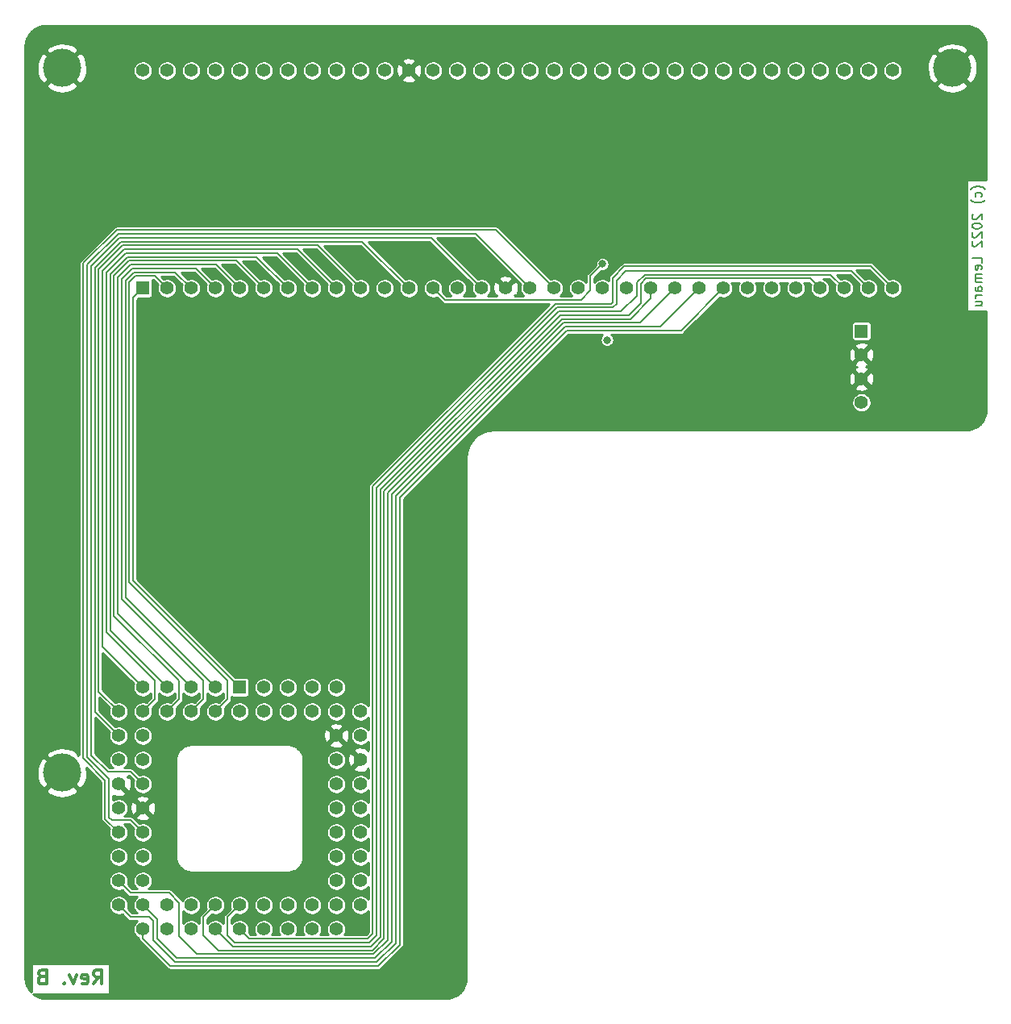
<source format=gbl>
G04 #@! TF.GenerationSoftware,KiCad,Pcbnew,(5.1.12)-1*
G04 #@! TF.CreationDate,2022-03-01T21:28:55+00:00*
G04 #@! TF.ProjectId,A600_68k_PLCC_to_DIP64 _v1,41363030-5f36-4386-9b5f-504c43435f74,B*
G04 #@! TF.SameCoordinates,Original*
G04 #@! TF.FileFunction,Copper,L4,Bot*
G04 #@! TF.FilePolarity,Positive*
%FSLAX46Y46*%
G04 Gerber Fmt 4.6, Leading zero omitted, Abs format (unit mm)*
G04 Created by KiCad (PCBNEW (5.1.12)-1) date 2022-03-01 21:28:55*
%MOMM*%
%LPD*%
G01*
G04 APERTURE LIST*
G04 #@! TA.AperFunction,NonConductor*
%ADD10C,0.300000*%
G04 #@! TD*
G04 #@! TA.AperFunction,NonConductor*
%ADD11C,0.200000*%
G04 #@! TD*
G04 #@! TA.AperFunction,ComponentPad*
%ADD12C,1.422400*%
G04 #@! TD*
G04 #@! TA.AperFunction,ComponentPad*
%ADD13R,1.422400X1.422400*%
G04 #@! TD*
G04 #@! TA.AperFunction,ComponentPad*
%ADD14C,0.700000*%
G04 #@! TD*
G04 #@! TA.AperFunction,ComponentPad*
%ADD15C,4.000000*%
G04 #@! TD*
G04 #@! TA.AperFunction,ComponentPad*
%ADD16C,1.408000*%
G04 #@! TD*
G04 #@! TA.AperFunction,ComponentPad*
%ADD17R,1.408000X1.408000*%
G04 #@! TD*
G04 #@! TA.AperFunction,ViaPad*
%ADD18C,0.800000*%
G04 #@! TD*
G04 #@! TA.AperFunction,Conductor*
%ADD19C,0.203200*%
G04 #@! TD*
G04 #@! TA.AperFunction,Conductor*
%ADD20C,0.254000*%
G04 #@! TD*
G04 #@! TA.AperFunction,Conductor*
%ADD21C,0.100000*%
G04 #@! TD*
G04 APERTURE END LIST*
D10*
X114188571Y-142918571D02*
X114688571Y-142204285D01*
X115045714Y-142918571D02*
X115045714Y-141418571D01*
X114474285Y-141418571D01*
X114331428Y-141490000D01*
X114260000Y-141561428D01*
X114188571Y-141704285D01*
X114188571Y-141918571D01*
X114260000Y-142061428D01*
X114331428Y-142132857D01*
X114474285Y-142204285D01*
X115045714Y-142204285D01*
X112974285Y-142847142D02*
X113117142Y-142918571D01*
X113402857Y-142918571D01*
X113545714Y-142847142D01*
X113617142Y-142704285D01*
X113617142Y-142132857D01*
X113545714Y-141990000D01*
X113402857Y-141918571D01*
X113117142Y-141918571D01*
X112974285Y-141990000D01*
X112902857Y-142132857D01*
X112902857Y-142275714D01*
X113617142Y-142418571D01*
X112402857Y-141918571D02*
X112045714Y-142918571D01*
X111688571Y-141918571D01*
X111117142Y-142775714D02*
X111045714Y-142847142D01*
X111117142Y-142918571D01*
X111188571Y-142847142D01*
X111117142Y-142775714D01*
X111117142Y-142918571D01*
X108760000Y-142132857D02*
X108545714Y-142204285D01*
X108474285Y-142275714D01*
X108402857Y-142418571D01*
X108402857Y-142632857D01*
X108474285Y-142775714D01*
X108545714Y-142847142D01*
X108688571Y-142918571D01*
X109260000Y-142918571D01*
X109260000Y-141418571D01*
X108760000Y-141418571D01*
X108617142Y-141490000D01*
X108545714Y-141561428D01*
X108474285Y-141704285D01*
X108474285Y-141847142D01*
X108545714Y-141990000D01*
X108617142Y-142061428D01*
X108760000Y-142132857D01*
X109260000Y-142132857D01*
D11*
X207843333Y-59452619D02*
X207795714Y-59405000D01*
X207652857Y-59309761D01*
X207557619Y-59262142D01*
X207414761Y-59214523D01*
X207176666Y-59166904D01*
X206986190Y-59166904D01*
X206748095Y-59214523D01*
X206605238Y-59262142D01*
X206510000Y-59309761D01*
X206367142Y-59405000D01*
X206319523Y-59452619D01*
X207414761Y-60262142D02*
X207462380Y-60166904D01*
X207462380Y-59976428D01*
X207414761Y-59881190D01*
X207367142Y-59833571D01*
X207271904Y-59785952D01*
X206986190Y-59785952D01*
X206890952Y-59833571D01*
X206843333Y-59881190D01*
X206795714Y-59976428D01*
X206795714Y-60166904D01*
X206843333Y-60262142D01*
X207843333Y-60595476D02*
X207795714Y-60643095D01*
X207652857Y-60738333D01*
X207557619Y-60785952D01*
X207414761Y-60833571D01*
X207176666Y-60881190D01*
X206986190Y-60881190D01*
X206748095Y-60833571D01*
X206605238Y-60785952D01*
X206510000Y-60738333D01*
X206367142Y-60643095D01*
X206319523Y-60595476D01*
X206557619Y-62071666D02*
X206510000Y-62119285D01*
X206462380Y-62214523D01*
X206462380Y-62452619D01*
X206510000Y-62547857D01*
X206557619Y-62595476D01*
X206652857Y-62643095D01*
X206748095Y-62643095D01*
X206890952Y-62595476D01*
X207462380Y-62024047D01*
X207462380Y-62643095D01*
X206462380Y-63262142D02*
X206462380Y-63357380D01*
X206510000Y-63452619D01*
X206557619Y-63500238D01*
X206652857Y-63547857D01*
X206843333Y-63595476D01*
X207081428Y-63595476D01*
X207271904Y-63547857D01*
X207367142Y-63500238D01*
X207414761Y-63452619D01*
X207462380Y-63357380D01*
X207462380Y-63262142D01*
X207414761Y-63166904D01*
X207367142Y-63119285D01*
X207271904Y-63071666D01*
X207081428Y-63024047D01*
X206843333Y-63024047D01*
X206652857Y-63071666D01*
X206557619Y-63119285D01*
X206510000Y-63166904D01*
X206462380Y-63262142D01*
X206557619Y-63976428D02*
X206510000Y-64024047D01*
X206462380Y-64119285D01*
X206462380Y-64357380D01*
X206510000Y-64452619D01*
X206557619Y-64500238D01*
X206652857Y-64547857D01*
X206748095Y-64547857D01*
X206890952Y-64500238D01*
X207462380Y-63928809D01*
X207462380Y-64547857D01*
X206557619Y-64928809D02*
X206510000Y-64976428D01*
X206462380Y-65071666D01*
X206462380Y-65309761D01*
X206510000Y-65405000D01*
X206557619Y-65452619D01*
X206652857Y-65500238D01*
X206748095Y-65500238D01*
X206890952Y-65452619D01*
X207462380Y-64881190D01*
X207462380Y-65500238D01*
X207462380Y-67166904D02*
X207462380Y-66690714D01*
X206462380Y-66690714D01*
X207414761Y-67881190D02*
X207462380Y-67785952D01*
X207462380Y-67595476D01*
X207414761Y-67500238D01*
X207319523Y-67452619D01*
X206938571Y-67452619D01*
X206843333Y-67500238D01*
X206795714Y-67595476D01*
X206795714Y-67785952D01*
X206843333Y-67881190D01*
X206938571Y-67928809D01*
X207033809Y-67928809D01*
X207129047Y-67452619D01*
X207462380Y-68357380D02*
X206795714Y-68357380D01*
X206890952Y-68357380D02*
X206843333Y-68405000D01*
X206795714Y-68500238D01*
X206795714Y-68643095D01*
X206843333Y-68738333D01*
X206938571Y-68785952D01*
X207462380Y-68785952D01*
X206938571Y-68785952D02*
X206843333Y-68833571D01*
X206795714Y-68928809D01*
X206795714Y-69071666D01*
X206843333Y-69166904D01*
X206938571Y-69214523D01*
X207462380Y-69214523D01*
X207462380Y-70119285D02*
X206938571Y-70119285D01*
X206843333Y-70071666D01*
X206795714Y-69976428D01*
X206795714Y-69785952D01*
X206843333Y-69690714D01*
X207414761Y-70119285D02*
X207462380Y-70024047D01*
X207462380Y-69785952D01*
X207414761Y-69690714D01*
X207319523Y-69643095D01*
X207224285Y-69643095D01*
X207129047Y-69690714D01*
X207081428Y-69785952D01*
X207081428Y-70024047D01*
X207033809Y-70119285D01*
X207462380Y-70595476D02*
X206795714Y-70595476D01*
X206986190Y-70595476D02*
X206890952Y-70643095D01*
X206843333Y-70690714D01*
X206795714Y-70785952D01*
X206795714Y-70881190D01*
X206795714Y-71643095D02*
X207462380Y-71643095D01*
X206795714Y-71214523D02*
X207319523Y-71214523D01*
X207414761Y-71262142D01*
X207462380Y-71357380D01*
X207462380Y-71500238D01*
X207414761Y-71595476D01*
X207367142Y-71643095D01*
D12*
X119380000Y-46990000D03*
X198120000Y-69850000D03*
X121920000Y-46990000D03*
X195580000Y-69850000D03*
X124460000Y-46990000D03*
X193040000Y-69850000D03*
X127000000Y-46990000D03*
X190500000Y-69850000D03*
X129540000Y-46990000D03*
X187960000Y-69850000D03*
X132080000Y-46990000D03*
X185420000Y-69850000D03*
X134620000Y-46990000D03*
X182880000Y-69850000D03*
X137160000Y-46990000D03*
X180340000Y-69850000D03*
X139700000Y-46990000D03*
X177800000Y-69850000D03*
X142240000Y-46990000D03*
X175260000Y-69850000D03*
X144780000Y-46990000D03*
X172720000Y-69850000D03*
X147320000Y-46990000D03*
X170180000Y-69850000D03*
X149860000Y-46990000D03*
X167640000Y-69850000D03*
X152400000Y-46990000D03*
X165100000Y-69850000D03*
X154940000Y-46990000D03*
X162560000Y-69850000D03*
X157480000Y-46990000D03*
X160020000Y-69850000D03*
X160020000Y-46990000D03*
X157480000Y-69850000D03*
X162560000Y-46990000D03*
X154940000Y-69850000D03*
X165100000Y-46990000D03*
X152400000Y-69850000D03*
X167640000Y-46990000D03*
X149860000Y-69850000D03*
X170180000Y-46990000D03*
X147320000Y-69850000D03*
X172720000Y-46990000D03*
X144780000Y-69850000D03*
X175260000Y-46990000D03*
X142240000Y-69850000D03*
X177800000Y-46990000D03*
X139700000Y-69850000D03*
X180340000Y-46990000D03*
X137160000Y-69850000D03*
X182880000Y-46990000D03*
X134620000Y-69850000D03*
X185420000Y-46990000D03*
X132080000Y-69850000D03*
X187960000Y-46990000D03*
X129540000Y-69850000D03*
X190500000Y-46990000D03*
X127000000Y-69850000D03*
X193040000Y-46990000D03*
X124460000Y-69850000D03*
X195580000Y-46990000D03*
X121920000Y-69850000D03*
X198120000Y-46990000D03*
D13*
X119380000Y-69850000D03*
D14*
X203319000Y-45669000D03*
X202880000Y-46730000D03*
X203319000Y-47791000D03*
X204380000Y-48230000D03*
X205441000Y-47791000D03*
X205880000Y-46730000D03*
X205441000Y-45669000D03*
X204380000Y-45230000D03*
D15*
X204380000Y-46730000D03*
X110880000Y-46730000D03*
D14*
X112380000Y-46730000D03*
X111941000Y-47791000D03*
X110880000Y-48230000D03*
X109819000Y-47791000D03*
X109380000Y-46730000D03*
X109819000Y-45669000D03*
X110880000Y-45230000D03*
X111941000Y-45669000D03*
D15*
X110880000Y-120730000D03*
D14*
X112380000Y-120730000D03*
X111941000Y-121791000D03*
X110880000Y-122230000D03*
X109819000Y-121791000D03*
X109380000Y-120730000D03*
X109819000Y-119669000D03*
X110880000Y-119230000D03*
X111941000Y-119669000D03*
D12*
X142240000Y-114300000D03*
X142240000Y-116840000D03*
X142240000Y-119380000D03*
X142240000Y-121920000D03*
X142240000Y-124460000D03*
X142240000Y-127000000D03*
X142240000Y-129540000D03*
X142240000Y-132080000D03*
X139700000Y-111760000D03*
X139700000Y-114300000D03*
X139700000Y-116840000D03*
X139700000Y-119380000D03*
X139700000Y-121920000D03*
X139700000Y-124460000D03*
X139700000Y-127000000D03*
X139700000Y-129540000D03*
X139700000Y-132080000D03*
X139700000Y-137160000D03*
X137160000Y-137160000D03*
X134620000Y-137160000D03*
X132080000Y-137160000D03*
X129540000Y-137160000D03*
X127000000Y-137160000D03*
X124460000Y-137160000D03*
X121920000Y-137160000D03*
X119380000Y-137160000D03*
X142240000Y-134620000D03*
X139700000Y-134620000D03*
X137160000Y-134620000D03*
X134620000Y-134620000D03*
X132080000Y-134620000D03*
X129540000Y-134620000D03*
X127000000Y-134620000D03*
X124460000Y-134620000D03*
X121920000Y-134620000D03*
X116840000Y-134620000D03*
X116840000Y-132080000D03*
X116840000Y-129540000D03*
X116840000Y-127000000D03*
X116840000Y-124460000D03*
X116840000Y-121920000D03*
X116840000Y-119380000D03*
X116840000Y-116840000D03*
X116840000Y-114300000D03*
X119380000Y-134620000D03*
X119380000Y-132080000D03*
X119380000Y-129540000D03*
X119380000Y-127000000D03*
X119380000Y-124460000D03*
X119380000Y-121920000D03*
X119380000Y-119380000D03*
X119380000Y-116840000D03*
X137160000Y-111760000D03*
X134620000Y-111760000D03*
X132080000Y-111760000D03*
X119380000Y-111760000D03*
X121920000Y-111760000D03*
X124460000Y-111760000D03*
X127000000Y-111760000D03*
D13*
X129540000Y-111760000D03*
D12*
X137160000Y-114300000D03*
X134620000Y-114300000D03*
X132080000Y-114300000D03*
X129540000Y-114300000D03*
X119380000Y-114300000D03*
X121920000Y-114300000D03*
X124460000Y-114300000D03*
X127000000Y-114300000D03*
D16*
X194840000Y-81855000D03*
X194840000Y-79355000D03*
X194840000Y-76855000D03*
D17*
X194840000Y-74355000D03*
D18*
X187325000Y-74355000D03*
X127000000Y-116586000D03*
X121666000Y-124206000D03*
X121666000Y-129286000D03*
X129286000Y-132334000D03*
X137414000Y-122174000D03*
X167640000Y-67310000D03*
X168122600Y-75285600D03*
D19*
X166370000Y-68580000D02*
X167640000Y-67310000D01*
X165379628Y-71069318D02*
X166370000Y-70078946D01*
X151079318Y-71069318D02*
X165379628Y-71069318D01*
X166370000Y-70078946D02*
X166370000Y-68580000D01*
X149860000Y-69850000D02*
X151079318Y-71069318D01*
X195811790Y-67541790D02*
X198120000Y-69850000D01*
X169948210Y-67541790D02*
X195811790Y-67541790D01*
X168706800Y-68783200D02*
X169948210Y-67541790D01*
X168706800Y-71323200D02*
X168706800Y-68783200D01*
X168557471Y-71472529D02*
X168706800Y-71323200D01*
X162690071Y-71472529D02*
X168557471Y-71472529D01*
X143506923Y-90655677D02*
X162690071Y-71472529D01*
X143506923Y-137616495D02*
X143506923Y-90655677D01*
X142950495Y-138172923D02*
X143506923Y-137616495D01*
X130552923Y-138172923D02*
X142950495Y-138172923D01*
X129540000Y-137160000D02*
X130552923Y-138172923D01*
X191623989Y-68433989D02*
X172066839Y-68433989D01*
X193040000Y-69850000D02*
X191623989Y-68433989D01*
X171249989Y-69250839D02*
X171249989Y-70620237D01*
X169591275Y-72278951D02*
X163024101Y-72278951D01*
X172066839Y-68433989D02*
X171249989Y-69250839D01*
X128819345Y-138979345D02*
X127000000Y-137160000D01*
X143284525Y-138979345D02*
X128819345Y-138979345D01*
X144313344Y-137950526D02*
X143284525Y-138979345D01*
X144313345Y-90989707D02*
X144313344Y-137950526D01*
X163024101Y-72278951D02*
X144313345Y-90989707D01*
X171249989Y-70620237D02*
X169591275Y-72278951D01*
X163859176Y-74295006D02*
X146329400Y-91824782D01*
X119380000Y-138165788D02*
X119380000Y-137160000D01*
X122209611Y-140995399D02*
X119380000Y-138165788D01*
X144119600Y-140995400D02*
X122209611Y-140995399D01*
X146329399Y-138785601D02*
X144119600Y-140995400D01*
X180340000Y-69850000D02*
X175894994Y-74295006D01*
X146329400Y-91824782D02*
X146329399Y-138785601D01*
X175894994Y-74295006D02*
X163859176Y-74295006D01*
X143117510Y-138576134D02*
X129051134Y-138576134D01*
X169110011Y-71490215D02*
X168724486Y-71875740D01*
X143910134Y-137783510D02*
X143117510Y-138576134D01*
X128270000Y-137795000D02*
X128270000Y-135890000D01*
X195580000Y-69850000D02*
X193760778Y-68030778D01*
X168724486Y-71875740D02*
X162857086Y-71875740D01*
X128270000Y-135890000D02*
X129540000Y-134620000D01*
X129051134Y-138576134D02*
X128270000Y-137795000D01*
X143910134Y-90822692D02*
X143910134Y-137783510D01*
X162857086Y-71875740D02*
X143910134Y-90822692D01*
X169110011Y-69014989D02*
X169110011Y-71490215D01*
X170094222Y-68030778D02*
X169110011Y-69014989D01*
X193760778Y-68030778D02*
X170094222Y-68030778D01*
X189487200Y-68837200D02*
X190500000Y-69850000D01*
X127317556Y-139382556D02*
X143451540Y-139382556D01*
X125730000Y-135890000D02*
X125730000Y-137795000D01*
X170393292Y-72682160D02*
X171653200Y-71422252D01*
X144716556Y-138117540D02*
X144716556Y-91156722D01*
X172233854Y-68837200D02*
X189487200Y-68837200D01*
X171653200Y-69417854D02*
X172233854Y-68837200D01*
X171653200Y-71422252D02*
X171653200Y-69417854D01*
X163191118Y-72682160D02*
X170393292Y-72682160D01*
X144716556Y-91156722D02*
X163191118Y-72682160D01*
X143451540Y-139382556D02*
X144716556Y-138117540D01*
X125730000Y-137795000D02*
X127317556Y-139382556D01*
X127000000Y-134620000D02*
X125730000Y-135890000D01*
X177800000Y-69850000D02*
X173758205Y-73891795D01*
X120065800Y-135890000D02*
X118110000Y-135890000D01*
X120446800Y-136271000D02*
X120065800Y-135890000D01*
X163692161Y-73891795D02*
X145926189Y-91657767D01*
X143952585Y-140592189D02*
X122747415Y-140592189D01*
X173758205Y-73891795D02*
X163692161Y-73891795D01*
X118110000Y-135890000D02*
X116840000Y-134620000D01*
X122747415Y-140592189D02*
X120446800Y-138291574D01*
X120446800Y-138291574D02*
X120446800Y-136271000D01*
X145926189Y-138618585D02*
X143952585Y-140592189D01*
X145926189Y-91657767D02*
X145926189Y-138618585D01*
X143618555Y-139785767D02*
X125072423Y-139785767D01*
X123190000Y-137903344D02*
X123190000Y-134391054D01*
X172720000Y-69850000D02*
X172720000Y-70925678D01*
X145119767Y-91323737D02*
X145119767Y-138284555D01*
X170560305Y-73085373D02*
X163358131Y-73085373D01*
X163358131Y-73085373D02*
X145119767Y-91323737D01*
X145119767Y-138284555D02*
X143618555Y-139785767D01*
X123190000Y-134391054D02*
X122148946Y-133350000D01*
X122148946Y-133350000D02*
X118110000Y-133350000D01*
X118110000Y-133350000D02*
X116840000Y-132080000D01*
X125072423Y-139785767D02*
X123190000Y-137903344D01*
X172720000Y-70925678D02*
X170560305Y-73085373D01*
X162560000Y-69850000D02*
X156451475Y-63741475D01*
X115423987Y-125583987D02*
X116840000Y-127000000D01*
X115423988Y-121519988D02*
X115423987Y-125583987D01*
X113122266Y-119218266D02*
X115423988Y-121519988D01*
X113122266Y-67233023D02*
X113122266Y-119218266D01*
X116613814Y-63741475D02*
X113122266Y-67233023D01*
X156451475Y-63741475D02*
X116613814Y-63741475D01*
X114331894Y-67734074D02*
X114331897Y-114331897D01*
X114331897Y-114331897D02*
X116840000Y-116840000D01*
X142421104Y-64951104D02*
X117114862Y-64951104D01*
X147320000Y-69850000D02*
X142421104Y-64951104D01*
X117114862Y-64951104D02*
X114331894Y-67734074D01*
X114735108Y-112195108D02*
X116840000Y-114300000D01*
X137744314Y-65354314D02*
X117281878Y-65354314D01*
X117281878Y-65354314D02*
X114735108Y-67901084D01*
X142240000Y-69850000D02*
X137744314Y-65354314D01*
X114735108Y-67901084D02*
X114735108Y-112195108D01*
X120850011Y-136090011D02*
X119380000Y-134620000D01*
X145522978Y-91490752D02*
X145522977Y-138451571D01*
X175260000Y-69850000D02*
X171621416Y-73488584D01*
X171621416Y-73488584D02*
X163525146Y-73488584D01*
X145522977Y-138451571D02*
X143785570Y-140188978D01*
X122929505Y-140188978D02*
X120850011Y-138109484D01*
X120850011Y-138109484D02*
X120850011Y-136090011D01*
X143785570Y-140188978D02*
X122929505Y-140188978D01*
X163525146Y-73488584D02*
X145522978Y-91490752D01*
X118110000Y-125730000D02*
X119380000Y-127000000D01*
X116154200Y-125730000D02*
X118110000Y-125730000D01*
X115827199Y-125402999D02*
X116154200Y-125730000D01*
X115827199Y-121352972D02*
X115827199Y-125402999D01*
X113525478Y-119051252D02*
X115827199Y-121352972D01*
X113525474Y-67400046D02*
X113525478Y-119051252D01*
X116780834Y-64144686D02*
X113525474Y-67400046D01*
X154314686Y-64144686D02*
X116780834Y-64144686D01*
X160020000Y-69850000D02*
X154314686Y-64144686D01*
X113928688Y-118884236D02*
X115694452Y-120650000D01*
X116947846Y-64547894D02*
X113928684Y-67567060D01*
X113928684Y-67567060D02*
X113928688Y-118884236D01*
X115694452Y-120650000D02*
X118110000Y-120650000D01*
X118110000Y-120650000D02*
X119380000Y-121920000D01*
X154940000Y-69850000D02*
X149637894Y-64547894D01*
X149637894Y-64547894D02*
X116947846Y-64547894D01*
X115138319Y-107518319D02*
X119380000Y-111760000D01*
X117448894Y-65757524D02*
X115138319Y-68068099D01*
X115138319Y-68068099D02*
X115138319Y-107518319D01*
X135607524Y-65757524D02*
X117448894Y-65757524D01*
X139700000Y-69850000D02*
X135607524Y-65757524D01*
X131333945Y-66563945D02*
X134620000Y-69850000D01*
X117782925Y-66563945D02*
X131333945Y-66563945D01*
X115944736Y-105784736D02*
X115944736Y-68402134D01*
X115944736Y-68402134D02*
X117782925Y-66563945D01*
X121920000Y-111760000D02*
X115944736Y-105784736D01*
X118116955Y-67370367D02*
X116751163Y-68736159D01*
X116751163Y-104051163D02*
X124460000Y-111760000D01*
X116751163Y-68736159D02*
X116751163Y-104051163D01*
X127060367Y-67370367D02*
X118116955Y-67370367D01*
X129540000Y-69850000D02*
X127060367Y-67370367D01*
X118450985Y-68176789D02*
X117557579Y-69070195D01*
X117557579Y-102317579D02*
X127000000Y-111760000D01*
X124460000Y-69850000D02*
X122786789Y-68176789D01*
X117557579Y-69070195D02*
X117557579Y-102317579D01*
X122786789Y-68176789D02*
X118450985Y-68176789D01*
X118364000Y-100584000D02*
X129540000Y-111760000D01*
X118364000Y-70866000D02*
X118364000Y-100584000D01*
X119380000Y-69850000D02*
X118364000Y-70866000D01*
X133470734Y-66160734D02*
X137160000Y-69850000D01*
X117615910Y-66160734D02*
X133470734Y-66160734D01*
X115541526Y-68235118D02*
X117615910Y-66160734D01*
X120650000Y-111074200D02*
X115541526Y-105965726D01*
X120650000Y-113030000D02*
X120650000Y-111074200D01*
X115541526Y-105965726D02*
X115541526Y-68235118D01*
X119380000Y-114300000D02*
X120650000Y-113030000D01*
X117949940Y-66967156D02*
X129197156Y-66967156D01*
X116347946Y-68569150D02*
X117949940Y-66967156D01*
X129197156Y-66967156D02*
X132080000Y-69850000D01*
X116347946Y-104244846D02*
X116347946Y-68569150D01*
X123190000Y-111086900D02*
X116347946Y-104244846D01*
X123190000Y-113030000D02*
X123190000Y-111086900D01*
X121920000Y-114300000D02*
X123190000Y-113030000D01*
X118283970Y-67773578D02*
X124923578Y-67773578D01*
X117154368Y-102498568D02*
X117154368Y-68903180D01*
X125730000Y-111074200D02*
X117154368Y-102498568D01*
X125730000Y-113030000D02*
X125730000Y-111074200D01*
X124923578Y-67773578D02*
X127000000Y-69850000D01*
X117154368Y-68903180D02*
X118283970Y-67773578D01*
X124460000Y-114300000D02*
X125730000Y-113030000D01*
X120650000Y-68580000D02*
X121920000Y-69850000D01*
X118618000Y-68580000D02*
X120650000Y-68580000D01*
X117960790Y-69237210D02*
X118618000Y-68580000D01*
X117960790Y-100751015D02*
X117960790Y-69237210D01*
X128270000Y-111060225D02*
X117960790Y-100751015D01*
X128270000Y-113030000D02*
X128270000Y-111060225D01*
X127000000Y-114300000D02*
X128270000Y-113030000D01*
D20*
X206164654Y-42305326D02*
X206573140Y-42428655D01*
X206949888Y-42628974D01*
X207280550Y-42898657D01*
X207552535Y-43227431D01*
X207755480Y-43602769D01*
X207881657Y-44010381D01*
X207928000Y-44451308D01*
X207928000Y-58501809D01*
X205913000Y-58501809D01*
X205913000Y-72308190D01*
X207928001Y-72308190D01*
X207928001Y-82532775D01*
X207884674Y-82974659D01*
X207761346Y-83383139D01*
X207561025Y-83759889D01*
X207291346Y-84090548D01*
X206962569Y-84362535D01*
X206587231Y-84565480D01*
X206179621Y-84691657D01*
X205738692Y-84738000D01*
X156192708Y-84738000D01*
X156192096Y-84738060D01*
X156191037Y-84738064D01*
X156175745Y-84739617D01*
X156160366Y-84739510D01*
X156155474Y-84739990D01*
X155662468Y-84791807D01*
X155631241Y-84798217D01*
X155599878Y-84804200D01*
X155595173Y-84805621D01*
X155121621Y-84952210D01*
X155092250Y-84964557D01*
X155062630Y-84976524D01*
X155058290Y-84978832D01*
X154622230Y-85214609D01*
X154595803Y-85232434D01*
X154569086Y-85249917D01*
X154565277Y-85253024D01*
X154183317Y-85569008D01*
X154160825Y-85591657D01*
X154138043Y-85613967D01*
X154134910Y-85617754D01*
X153821600Y-86001911D01*
X153803965Y-86028453D01*
X153785920Y-86054808D01*
X153783582Y-86059131D01*
X153550855Y-86496827D01*
X153538705Y-86526305D01*
X153526130Y-86555646D01*
X153524677Y-86560342D01*
X153381397Y-87034906D01*
X153375203Y-87066190D01*
X153368567Y-87097407D01*
X153368054Y-87102296D01*
X153319680Y-87595651D01*
X153318000Y-87612709D01*
X153318001Y-142222775D01*
X153274674Y-142664659D01*
X153151346Y-143073139D01*
X152951025Y-143449889D01*
X152681346Y-143780548D01*
X152352569Y-144052535D01*
X151977231Y-144255480D01*
X151569621Y-144381657D01*
X151128692Y-144428000D01*
X109237215Y-144428000D01*
X108795341Y-144384674D01*
X108386861Y-144261346D01*
X108010111Y-144061025D01*
X107888695Y-143962000D01*
X115879857Y-143962000D01*
X115879857Y-140758000D01*
X107640143Y-140758000D01*
X107640143Y-143743829D01*
X107407465Y-143462569D01*
X107204520Y-143087231D01*
X107078343Y-142679621D01*
X107032000Y-142238692D01*
X107032000Y-129437746D01*
X115801800Y-129437746D01*
X115801800Y-129642254D01*
X115841698Y-129842832D01*
X115919959Y-130031772D01*
X116033578Y-130201814D01*
X116178186Y-130346422D01*
X116348228Y-130460041D01*
X116537168Y-130538302D01*
X116737746Y-130578200D01*
X116942254Y-130578200D01*
X117142832Y-130538302D01*
X117331772Y-130460041D01*
X117501814Y-130346422D01*
X117646422Y-130201814D01*
X117760041Y-130031772D01*
X117838302Y-129842832D01*
X117878200Y-129642254D01*
X117878200Y-129437746D01*
X118341800Y-129437746D01*
X118341800Y-129642254D01*
X118381698Y-129842832D01*
X118459959Y-130031772D01*
X118573578Y-130201814D01*
X118718186Y-130346422D01*
X118888228Y-130460041D01*
X119077168Y-130538302D01*
X119277746Y-130578200D01*
X119482254Y-130578200D01*
X119682832Y-130538302D01*
X119871772Y-130460041D01*
X120041814Y-130346422D01*
X120186422Y-130201814D01*
X120300041Y-130031772D01*
X120378302Y-129842832D01*
X120418200Y-129642254D01*
X120418200Y-129437746D01*
X120378302Y-129237168D01*
X120300041Y-129048228D01*
X120186422Y-128878186D01*
X120041814Y-128733578D01*
X119871772Y-128619959D01*
X119682832Y-128541698D01*
X119482254Y-128501800D01*
X119277746Y-128501800D01*
X119077168Y-128541698D01*
X118888228Y-128619959D01*
X118718186Y-128733578D01*
X118573578Y-128878186D01*
X118459959Y-129048228D01*
X118381698Y-129237168D01*
X118341800Y-129437746D01*
X117878200Y-129437746D01*
X117838302Y-129237168D01*
X117760041Y-129048228D01*
X117646422Y-128878186D01*
X117501814Y-128733578D01*
X117331772Y-128619959D01*
X117142832Y-128541698D01*
X116942254Y-128501800D01*
X116737746Y-128501800D01*
X116537168Y-128541698D01*
X116348228Y-128619959D01*
X116178186Y-128733578D01*
X116033578Y-128878186D01*
X115919959Y-129048228D01*
X115841698Y-129237168D01*
X115801800Y-129437746D01*
X107032000Y-129437746D01*
X107032000Y-122577499D01*
X109212106Y-122577499D01*
X109428228Y-122944258D01*
X109888105Y-123184938D01*
X110386098Y-123331275D01*
X110903071Y-123377648D01*
X111419159Y-123322273D01*
X111914526Y-123167279D01*
X112331772Y-122944258D01*
X112547894Y-122577499D01*
X111767432Y-121797037D01*
X111756957Y-121771107D01*
X111748767Y-121755784D01*
X111724102Y-121753707D01*
X111356293Y-121385898D01*
X111354216Y-121361233D01*
X111314964Y-121344569D01*
X110880000Y-120909605D01*
X110447037Y-121342568D01*
X110421107Y-121353043D01*
X110405784Y-121361233D01*
X110403707Y-121385898D01*
X110035898Y-121753707D01*
X110011233Y-121755784D01*
X109994569Y-121795036D01*
X109212106Y-122577499D01*
X107032000Y-122577499D01*
X107032000Y-120753071D01*
X108232352Y-120753071D01*
X108287727Y-121269159D01*
X108442721Y-121764526D01*
X108665742Y-122181772D01*
X109032501Y-122397894D01*
X109812963Y-121617432D01*
X109838893Y-121606957D01*
X109854216Y-121598767D01*
X109856293Y-121574102D01*
X110224102Y-121206293D01*
X110248767Y-121204216D01*
X110265431Y-121164964D01*
X110700395Y-120730000D01*
X110267432Y-120297037D01*
X110256957Y-120271107D01*
X110248767Y-120255784D01*
X110224102Y-120253707D01*
X109856293Y-119885898D01*
X109854216Y-119861233D01*
X109814964Y-119844569D01*
X109032501Y-119062106D01*
X108665742Y-119278228D01*
X108425062Y-119738105D01*
X108278725Y-120236098D01*
X108232352Y-120753071D01*
X107032000Y-120753071D01*
X107032000Y-118882501D01*
X109212106Y-118882501D01*
X109992568Y-119662963D01*
X110003043Y-119688893D01*
X110011233Y-119704216D01*
X110035898Y-119706293D01*
X110403707Y-120074102D01*
X110405784Y-120098767D01*
X110445036Y-120115431D01*
X110880000Y-120550395D01*
X110894143Y-120536253D01*
X111073748Y-120715858D01*
X111059605Y-120730000D01*
X111492568Y-121162963D01*
X111503043Y-121188893D01*
X111511233Y-121204216D01*
X111535898Y-121206293D01*
X111903707Y-121574102D01*
X111905784Y-121598767D01*
X111945036Y-121615431D01*
X112727499Y-122397894D01*
X113094258Y-122181772D01*
X113334938Y-121721895D01*
X113481275Y-121223902D01*
X113527648Y-120706929D01*
X113472273Y-120190841D01*
X113464788Y-120166920D01*
X114995389Y-121697521D01*
X114995387Y-125562939D01*
X114993314Y-125583987D01*
X114999420Y-125645980D01*
X115001589Y-125668006D01*
X115026097Y-125748797D01*
X115065895Y-125823255D01*
X115119455Y-125888518D01*
X115135805Y-125901937D01*
X115867865Y-126633996D01*
X115841698Y-126697168D01*
X115801800Y-126897746D01*
X115801800Y-127102254D01*
X115841698Y-127302832D01*
X115919959Y-127491772D01*
X116033578Y-127661814D01*
X116178186Y-127806422D01*
X116348228Y-127920041D01*
X116537168Y-127998302D01*
X116737746Y-128038200D01*
X116942254Y-128038200D01*
X117142832Y-127998302D01*
X117331772Y-127920041D01*
X117501814Y-127806422D01*
X117646422Y-127661814D01*
X117760041Y-127491772D01*
X117838302Y-127302832D01*
X117878200Y-127102254D01*
X117878200Y-126897746D01*
X117838302Y-126697168D01*
X117760041Y-126508228D01*
X117646422Y-126338186D01*
X117501814Y-126193578D01*
X117449466Y-126158600D01*
X117932469Y-126158600D01*
X118407865Y-126633996D01*
X118381698Y-126697168D01*
X118341800Y-126897746D01*
X118341800Y-127102254D01*
X118381698Y-127302832D01*
X118459959Y-127491772D01*
X118573578Y-127661814D01*
X118718186Y-127806422D01*
X118888228Y-127920041D01*
X119077168Y-127998302D01*
X119277746Y-128038200D01*
X119482254Y-128038200D01*
X119682832Y-127998302D01*
X119871772Y-127920041D01*
X120041814Y-127806422D01*
X120186422Y-127661814D01*
X120300041Y-127491772D01*
X120378302Y-127302832D01*
X120418200Y-127102254D01*
X120418200Y-126897746D01*
X120378302Y-126697168D01*
X120300041Y-126508228D01*
X120186422Y-126338186D01*
X120041814Y-126193578D01*
X119871772Y-126079959D01*
X119682832Y-126001698D01*
X119482254Y-125961800D01*
X119277746Y-125961800D01*
X119077168Y-126001698D01*
X119013996Y-126027865D01*
X118427955Y-125441824D01*
X118414532Y-125425468D01*
X118370429Y-125389273D01*
X118630332Y-125389273D01*
X118691152Y-125624183D01*
X118931509Y-125736202D01*
X119189102Y-125799176D01*
X119454030Y-125810687D01*
X119716113Y-125770291D01*
X119965280Y-125679542D01*
X120068848Y-125624183D01*
X120129668Y-125389273D01*
X119380000Y-124639605D01*
X118630332Y-125389273D01*
X118370429Y-125389273D01*
X118349269Y-125371908D01*
X118274811Y-125332110D01*
X118194020Y-125307602D01*
X118131048Y-125301400D01*
X118110000Y-125299327D01*
X118088952Y-125301400D01*
X117449466Y-125301400D01*
X117501814Y-125266422D01*
X117646422Y-125121814D01*
X117760041Y-124951772D01*
X117838302Y-124762832D01*
X117878200Y-124562254D01*
X117878200Y-124534030D01*
X118029313Y-124534030D01*
X118069709Y-124796113D01*
X118160458Y-125045280D01*
X118215817Y-125148848D01*
X118450727Y-125209668D01*
X119200395Y-124460000D01*
X119559605Y-124460000D01*
X120309273Y-125209668D01*
X120544183Y-125148848D01*
X120656202Y-124908491D01*
X120719176Y-124650898D01*
X120730687Y-124385970D01*
X120690291Y-124123887D01*
X120599542Y-123874720D01*
X120544183Y-123771152D01*
X120309273Y-123710332D01*
X119559605Y-124460000D01*
X119200395Y-124460000D01*
X118450727Y-123710332D01*
X118215817Y-123771152D01*
X118103798Y-124011509D01*
X118040824Y-124269102D01*
X118029313Y-124534030D01*
X117878200Y-124534030D01*
X117878200Y-124357746D01*
X117838302Y-124157168D01*
X117760041Y-123968228D01*
X117646422Y-123798186D01*
X117501814Y-123653578D01*
X117331772Y-123539959D01*
X117309484Y-123530727D01*
X118630332Y-123530727D01*
X119380000Y-124280395D01*
X120129668Y-123530727D01*
X120068848Y-123295817D01*
X119828491Y-123183798D01*
X119570898Y-123120824D01*
X119305970Y-123109313D01*
X119043887Y-123149709D01*
X118794720Y-123240458D01*
X118691152Y-123295817D01*
X118630332Y-123530727D01*
X117309484Y-123530727D01*
X117142832Y-123461698D01*
X116942254Y-123421800D01*
X116737746Y-123421800D01*
X116537168Y-123461698D01*
X116348228Y-123539959D01*
X116255799Y-123601718D01*
X116255799Y-123132954D01*
X116391509Y-123196202D01*
X116649102Y-123259176D01*
X116914030Y-123270687D01*
X117176113Y-123230291D01*
X117425280Y-123139542D01*
X117528848Y-123084183D01*
X117589668Y-122849273D01*
X116840000Y-122099605D01*
X116825858Y-122113748D01*
X116646253Y-121934143D01*
X116660395Y-121920000D01*
X116646253Y-121905858D01*
X116825858Y-121726253D01*
X116840000Y-121740395D01*
X116854143Y-121726253D01*
X117033748Y-121905858D01*
X117019605Y-121920000D01*
X117769273Y-122669668D01*
X118004183Y-122608848D01*
X118116202Y-122368491D01*
X118179176Y-122110898D01*
X118190687Y-121845970D01*
X118150291Y-121583887D01*
X118059542Y-121334720D01*
X118004183Y-121231152D01*
X117769275Y-121170333D01*
X117861008Y-121078600D01*
X117932469Y-121078600D01*
X118407865Y-121553996D01*
X118381698Y-121617168D01*
X118341800Y-121817746D01*
X118341800Y-122022254D01*
X118381698Y-122222832D01*
X118459959Y-122411772D01*
X118573578Y-122581814D01*
X118718186Y-122726422D01*
X118888228Y-122840041D01*
X119077168Y-122918302D01*
X119277746Y-122958200D01*
X119482254Y-122958200D01*
X119682832Y-122918302D01*
X119871772Y-122840041D01*
X120041814Y-122726422D01*
X120186422Y-122581814D01*
X120300041Y-122411772D01*
X120378302Y-122222832D01*
X120418200Y-122022254D01*
X120418200Y-121817746D01*
X120378302Y-121617168D01*
X120300041Y-121428228D01*
X120186422Y-121258186D01*
X120041814Y-121113578D01*
X119871772Y-120999959D01*
X119682832Y-120921698D01*
X119482254Y-120881800D01*
X119277746Y-120881800D01*
X119077168Y-120921698D01*
X119013996Y-120947865D01*
X118427955Y-120361824D01*
X118414532Y-120345468D01*
X118349269Y-120291908D01*
X118274811Y-120252110D01*
X118194020Y-120227602D01*
X118131048Y-120221400D01*
X118110000Y-120219327D01*
X118088952Y-120221400D01*
X117449466Y-120221400D01*
X117501814Y-120186422D01*
X117646422Y-120041814D01*
X117760041Y-119871772D01*
X117838302Y-119682832D01*
X117878200Y-119482254D01*
X117878200Y-119277746D01*
X118341800Y-119277746D01*
X118341800Y-119482254D01*
X118381698Y-119682832D01*
X118459959Y-119871772D01*
X118573578Y-120041814D01*
X118718186Y-120186422D01*
X118888228Y-120300041D01*
X119077168Y-120378302D01*
X119277746Y-120418200D01*
X119482254Y-120418200D01*
X119682832Y-120378302D01*
X119871772Y-120300041D01*
X120041814Y-120186422D01*
X120186422Y-120041814D01*
X120300041Y-119871772D01*
X120378302Y-119682832D01*
X120418200Y-119482254D01*
X120418200Y-119362709D01*
X122838000Y-119362709D01*
X122838001Y-129557292D01*
X122839534Y-129572860D01*
X122839479Y-129580768D01*
X122839959Y-129585659D01*
X122865867Y-129832163D01*
X122872280Y-129863402D01*
X122878260Y-129894754D01*
X122879681Y-129899459D01*
X122952976Y-130136235D01*
X122965333Y-130165631D01*
X122977290Y-130195225D01*
X122979597Y-130199564D01*
X123097485Y-130417594D01*
X123115318Y-130444032D01*
X123132795Y-130470740D01*
X123135902Y-130474549D01*
X123293895Y-130665529D01*
X123316491Y-130687968D01*
X123338853Y-130710803D01*
X123342641Y-130713935D01*
X123534718Y-130870590D01*
X123561294Y-130888247D01*
X123587616Y-130906270D01*
X123591940Y-130908608D01*
X123810787Y-131024971D01*
X123840265Y-131037121D01*
X123869606Y-131049696D01*
X123874301Y-131051149D01*
X124111582Y-131122789D01*
X124142851Y-131128981D01*
X124174085Y-131135620D01*
X124178971Y-131136133D01*
X124178973Y-131136133D01*
X124425436Y-131160299D01*
X124442708Y-131162000D01*
X134637292Y-131162000D01*
X134652869Y-131160466D01*
X134660768Y-131160521D01*
X134665659Y-131160041D01*
X134912163Y-131134133D01*
X134943402Y-131127720D01*
X134974754Y-131121740D01*
X134979459Y-131120319D01*
X135216235Y-131047024D01*
X135245631Y-131034667D01*
X135275225Y-131022710D01*
X135279564Y-131020403D01*
X135497594Y-130902515D01*
X135524032Y-130884682D01*
X135550740Y-130867205D01*
X135554549Y-130864098D01*
X135745529Y-130706105D01*
X135767968Y-130683509D01*
X135790803Y-130661147D01*
X135793935Y-130657359D01*
X135950590Y-130465282D01*
X135968247Y-130438706D01*
X135986270Y-130412384D01*
X135988608Y-130408060D01*
X136104971Y-130189213D01*
X136117121Y-130159735D01*
X136129696Y-130130394D01*
X136131149Y-130125699D01*
X136202789Y-129888418D01*
X136208981Y-129857149D01*
X136215620Y-129825915D01*
X136216133Y-129821027D01*
X136240320Y-129574349D01*
X136242000Y-129557292D01*
X136242000Y-129437746D01*
X138661800Y-129437746D01*
X138661800Y-129642254D01*
X138701698Y-129842832D01*
X138779959Y-130031772D01*
X138893578Y-130201814D01*
X139038186Y-130346422D01*
X139208228Y-130460041D01*
X139397168Y-130538302D01*
X139597746Y-130578200D01*
X139802254Y-130578200D01*
X140002832Y-130538302D01*
X140191772Y-130460041D01*
X140361814Y-130346422D01*
X140506422Y-130201814D01*
X140620041Y-130031772D01*
X140698302Y-129842832D01*
X140738200Y-129642254D01*
X140738200Y-129437746D01*
X140698302Y-129237168D01*
X140620041Y-129048228D01*
X140506422Y-128878186D01*
X140361814Y-128733578D01*
X140191772Y-128619959D01*
X140002832Y-128541698D01*
X139802254Y-128501800D01*
X139597746Y-128501800D01*
X139397168Y-128541698D01*
X139208228Y-128619959D01*
X139038186Y-128733578D01*
X138893578Y-128878186D01*
X138779959Y-129048228D01*
X138701698Y-129237168D01*
X138661800Y-129437746D01*
X136242000Y-129437746D01*
X136242000Y-126897746D01*
X138661800Y-126897746D01*
X138661800Y-127102254D01*
X138701698Y-127302832D01*
X138779959Y-127491772D01*
X138893578Y-127661814D01*
X139038186Y-127806422D01*
X139208228Y-127920041D01*
X139397168Y-127998302D01*
X139597746Y-128038200D01*
X139802254Y-128038200D01*
X140002832Y-127998302D01*
X140191772Y-127920041D01*
X140361814Y-127806422D01*
X140506422Y-127661814D01*
X140620041Y-127491772D01*
X140698302Y-127302832D01*
X140738200Y-127102254D01*
X140738200Y-126897746D01*
X140698302Y-126697168D01*
X140620041Y-126508228D01*
X140506422Y-126338186D01*
X140361814Y-126193578D01*
X140191772Y-126079959D01*
X140002832Y-126001698D01*
X139802254Y-125961800D01*
X139597746Y-125961800D01*
X139397168Y-126001698D01*
X139208228Y-126079959D01*
X139038186Y-126193578D01*
X138893578Y-126338186D01*
X138779959Y-126508228D01*
X138701698Y-126697168D01*
X138661800Y-126897746D01*
X136242000Y-126897746D01*
X136242000Y-124357746D01*
X138661800Y-124357746D01*
X138661800Y-124562254D01*
X138701698Y-124762832D01*
X138779959Y-124951772D01*
X138893578Y-125121814D01*
X139038186Y-125266422D01*
X139208228Y-125380041D01*
X139397168Y-125458302D01*
X139597746Y-125498200D01*
X139802254Y-125498200D01*
X140002832Y-125458302D01*
X140191772Y-125380041D01*
X140361814Y-125266422D01*
X140506422Y-125121814D01*
X140620041Y-124951772D01*
X140698302Y-124762832D01*
X140738200Y-124562254D01*
X140738200Y-124357746D01*
X140698302Y-124157168D01*
X140620041Y-123968228D01*
X140506422Y-123798186D01*
X140361814Y-123653578D01*
X140191772Y-123539959D01*
X140002832Y-123461698D01*
X139802254Y-123421800D01*
X139597746Y-123421800D01*
X139397168Y-123461698D01*
X139208228Y-123539959D01*
X139038186Y-123653578D01*
X138893578Y-123798186D01*
X138779959Y-123968228D01*
X138701698Y-124157168D01*
X138661800Y-124357746D01*
X136242000Y-124357746D01*
X136242000Y-121817746D01*
X138661800Y-121817746D01*
X138661800Y-122022254D01*
X138701698Y-122222832D01*
X138779959Y-122411772D01*
X138893578Y-122581814D01*
X139038186Y-122726422D01*
X139208228Y-122840041D01*
X139397168Y-122918302D01*
X139597746Y-122958200D01*
X139802254Y-122958200D01*
X140002832Y-122918302D01*
X140191772Y-122840041D01*
X140361814Y-122726422D01*
X140506422Y-122581814D01*
X140620041Y-122411772D01*
X140698302Y-122222832D01*
X140738200Y-122022254D01*
X140738200Y-121817746D01*
X140698302Y-121617168D01*
X140620041Y-121428228D01*
X140506422Y-121258186D01*
X140361814Y-121113578D01*
X140191772Y-120999959D01*
X140002832Y-120921698D01*
X139802254Y-120881800D01*
X139597746Y-120881800D01*
X139397168Y-120921698D01*
X139208228Y-120999959D01*
X139038186Y-121113578D01*
X138893578Y-121258186D01*
X138779959Y-121428228D01*
X138701698Y-121617168D01*
X138661800Y-121817746D01*
X136242000Y-121817746D01*
X136242000Y-119362708D01*
X136240466Y-119347131D01*
X136240521Y-119339233D01*
X136240041Y-119334341D01*
X136234093Y-119277746D01*
X138661800Y-119277746D01*
X138661800Y-119482254D01*
X138701698Y-119682832D01*
X138779959Y-119871772D01*
X138893578Y-120041814D01*
X139038186Y-120186422D01*
X139208228Y-120300041D01*
X139397168Y-120378302D01*
X139597746Y-120418200D01*
X139802254Y-120418200D01*
X140002832Y-120378302D01*
X140191772Y-120300041D01*
X140361814Y-120186422D01*
X140506422Y-120041814D01*
X140620041Y-119871772D01*
X140698302Y-119682832D01*
X140738200Y-119482254D01*
X140738200Y-119454030D01*
X140889313Y-119454030D01*
X140929709Y-119716113D01*
X141020458Y-119965280D01*
X141075817Y-120068848D01*
X141310727Y-120129668D01*
X142060395Y-119380000D01*
X141310727Y-118630332D01*
X141075817Y-118691152D01*
X140963798Y-118931509D01*
X140900824Y-119189102D01*
X140889313Y-119454030D01*
X140738200Y-119454030D01*
X140738200Y-119277746D01*
X140698302Y-119077168D01*
X140620041Y-118888228D01*
X140506422Y-118718186D01*
X140361814Y-118573578D01*
X140191772Y-118459959D01*
X140002832Y-118381698D01*
X139802254Y-118341800D01*
X139597746Y-118341800D01*
X139397168Y-118381698D01*
X139208228Y-118459959D01*
X139038186Y-118573578D01*
X138893578Y-118718186D01*
X138779959Y-118888228D01*
X138701698Y-119077168D01*
X138661800Y-119277746D01*
X136234093Y-119277746D01*
X136214133Y-119087838D01*
X136207722Y-119056605D01*
X136201740Y-119025246D01*
X136200319Y-119020541D01*
X136127024Y-118783765D01*
X136114667Y-118754369D01*
X136102710Y-118724775D01*
X136100402Y-118720436D01*
X136100402Y-118720435D01*
X136100399Y-118720431D01*
X135982515Y-118502406D01*
X135964682Y-118475968D01*
X135947205Y-118449260D01*
X135944098Y-118445451D01*
X135786105Y-118254471D01*
X135763489Y-118232013D01*
X135741146Y-118209197D01*
X135737359Y-118206064D01*
X135545281Y-118049410D01*
X135518749Y-118031782D01*
X135492384Y-118013729D01*
X135488060Y-118011392D01*
X135269212Y-117895029D01*
X135239748Y-117882885D01*
X135210394Y-117870304D01*
X135205699Y-117868851D01*
X134968418Y-117797211D01*
X134937149Y-117791019D01*
X134905915Y-117784380D01*
X134901029Y-117783867D01*
X134901027Y-117783867D01*
X134752187Y-117769273D01*
X138950332Y-117769273D01*
X139011152Y-118004183D01*
X139251509Y-118116202D01*
X139509102Y-118179176D01*
X139774030Y-118190687D01*
X140036113Y-118150291D01*
X140285280Y-118059542D01*
X140388848Y-118004183D01*
X140449668Y-117769273D01*
X139700000Y-117019605D01*
X138950332Y-117769273D01*
X134752187Y-117769273D01*
X134654564Y-117759701D01*
X134637292Y-117758000D01*
X124442708Y-117758000D01*
X124427131Y-117759534D01*
X124419233Y-117759479D01*
X124414341Y-117759959D01*
X124167838Y-117785867D01*
X124136605Y-117792278D01*
X124105246Y-117798260D01*
X124100541Y-117799681D01*
X123863765Y-117872976D01*
X123834369Y-117885333D01*
X123804775Y-117897290D01*
X123800440Y-117899596D01*
X123800435Y-117899598D01*
X123800431Y-117899601D01*
X123582406Y-118017485D01*
X123555968Y-118035318D01*
X123529260Y-118052795D01*
X123525451Y-118055902D01*
X123334471Y-118213895D01*
X123312013Y-118236511D01*
X123289197Y-118258854D01*
X123286064Y-118262641D01*
X123129410Y-118454719D01*
X123111782Y-118481251D01*
X123093729Y-118507616D01*
X123091392Y-118511940D01*
X122975029Y-118730788D01*
X122962885Y-118760252D01*
X122950304Y-118789606D01*
X122948851Y-118794301D01*
X122877211Y-119031582D01*
X122871019Y-119062851D01*
X122864380Y-119094085D01*
X122863867Y-119098973D01*
X122839680Y-119345651D01*
X122838000Y-119362709D01*
X120418200Y-119362709D01*
X120418200Y-119277746D01*
X120378302Y-119077168D01*
X120300041Y-118888228D01*
X120186422Y-118718186D01*
X120041814Y-118573578D01*
X119871772Y-118459959D01*
X119682832Y-118381698D01*
X119482254Y-118341800D01*
X119277746Y-118341800D01*
X119077168Y-118381698D01*
X118888228Y-118459959D01*
X118718186Y-118573578D01*
X118573578Y-118718186D01*
X118459959Y-118888228D01*
X118381698Y-119077168D01*
X118341800Y-119277746D01*
X117878200Y-119277746D01*
X117838302Y-119077168D01*
X117760041Y-118888228D01*
X117646422Y-118718186D01*
X117501814Y-118573578D01*
X117331772Y-118459959D01*
X117142832Y-118381698D01*
X116942254Y-118341800D01*
X116737746Y-118341800D01*
X116537168Y-118381698D01*
X116348228Y-118459959D01*
X116178186Y-118573578D01*
X116033578Y-118718186D01*
X115919959Y-118888228D01*
X115841698Y-119077168D01*
X115801800Y-119277746D01*
X115801800Y-119482254D01*
X115841698Y-119682832D01*
X115919959Y-119871772D01*
X116033578Y-120041814D01*
X116178186Y-120186422D01*
X116230534Y-120221400D01*
X115871984Y-120221400D01*
X114357288Y-118706705D01*
X114357288Y-114963419D01*
X115867865Y-116473996D01*
X115841698Y-116537168D01*
X115801800Y-116737746D01*
X115801800Y-116942254D01*
X115841698Y-117142832D01*
X115919959Y-117331772D01*
X116033578Y-117501814D01*
X116178186Y-117646422D01*
X116348228Y-117760041D01*
X116537168Y-117838302D01*
X116737746Y-117878200D01*
X116942254Y-117878200D01*
X117142832Y-117838302D01*
X117331772Y-117760041D01*
X117501814Y-117646422D01*
X117646422Y-117501814D01*
X117760041Y-117331772D01*
X117838302Y-117142832D01*
X117878200Y-116942254D01*
X117878200Y-116737746D01*
X118341800Y-116737746D01*
X118341800Y-116942254D01*
X118381698Y-117142832D01*
X118459959Y-117331772D01*
X118573578Y-117501814D01*
X118718186Y-117646422D01*
X118888228Y-117760041D01*
X119077168Y-117838302D01*
X119277746Y-117878200D01*
X119482254Y-117878200D01*
X119682832Y-117838302D01*
X119871772Y-117760041D01*
X120041814Y-117646422D01*
X120186422Y-117501814D01*
X120300041Y-117331772D01*
X120378302Y-117142832D01*
X120418200Y-116942254D01*
X120418200Y-116914030D01*
X138349313Y-116914030D01*
X138389709Y-117176113D01*
X138480458Y-117425280D01*
X138535817Y-117528848D01*
X138770727Y-117589668D01*
X139520395Y-116840000D01*
X139879605Y-116840000D01*
X140629273Y-117589668D01*
X140864183Y-117528848D01*
X140976202Y-117288491D01*
X141039176Y-117030898D01*
X141050687Y-116765970D01*
X141010291Y-116503887D01*
X140919542Y-116254720D01*
X140864183Y-116151152D01*
X140629273Y-116090332D01*
X139879605Y-116840000D01*
X139520395Y-116840000D01*
X138770727Y-116090332D01*
X138535817Y-116151152D01*
X138423798Y-116391509D01*
X138360824Y-116649102D01*
X138349313Y-116914030D01*
X120418200Y-116914030D01*
X120418200Y-116737746D01*
X120378302Y-116537168D01*
X120300041Y-116348228D01*
X120186422Y-116178186D01*
X120041814Y-116033578D01*
X119871772Y-115919959D01*
X119849484Y-115910727D01*
X138950332Y-115910727D01*
X139700000Y-116660395D01*
X140449668Y-115910727D01*
X140388848Y-115675817D01*
X140148491Y-115563798D01*
X139890898Y-115500824D01*
X139625970Y-115489313D01*
X139363887Y-115529709D01*
X139114720Y-115620458D01*
X139011152Y-115675817D01*
X138950332Y-115910727D01*
X119849484Y-115910727D01*
X119682832Y-115841698D01*
X119482254Y-115801800D01*
X119277746Y-115801800D01*
X119077168Y-115841698D01*
X118888228Y-115919959D01*
X118718186Y-116033578D01*
X118573578Y-116178186D01*
X118459959Y-116348228D01*
X118381698Y-116537168D01*
X118341800Y-116737746D01*
X117878200Y-116737746D01*
X117838302Y-116537168D01*
X117760041Y-116348228D01*
X117646422Y-116178186D01*
X117501814Y-116033578D01*
X117331772Y-115919959D01*
X117142832Y-115841698D01*
X116942254Y-115801800D01*
X116737746Y-115801800D01*
X116537168Y-115841698D01*
X116473996Y-115867865D01*
X114760497Y-114154366D01*
X114760497Y-112826628D01*
X115867864Y-113933996D01*
X115841698Y-113997168D01*
X115801800Y-114197746D01*
X115801800Y-114402254D01*
X115841698Y-114602832D01*
X115919959Y-114791772D01*
X116033578Y-114961814D01*
X116178186Y-115106422D01*
X116348228Y-115220041D01*
X116537168Y-115298302D01*
X116737746Y-115338200D01*
X116942254Y-115338200D01*
X117142832Y-115298302D01*
X117331772Y-115220041D01*
X117501814Y-115106422D01*
X117646422Y-114961814D01*
X117760041Y-114791772D01*
X117838302Y-114602832D01*
X117878200Y-114402254D01*
X117878200Y-114197746D01*
X117838302Y-113997168D01*
X117760041Y-113808228D01*
X117646422Y-113638186D01*
X117501814Y-113493578D01*
X117331772Y-113379959D01*
X117142832Y-113301698D01*
X116942254Y-113261800D01*
X116737746Y-113261800D01*
X116537168Y-113301698D01*
X116473996Y-113327864D01*
X115163708Y-112017577D01*
X115163708Y-108149839D01*
X118407864Y-111393996D01*
X118381698Y-111457168D01*
X118341800Y-111657746D01*
X118341800Y-111862254D01*
X118381698Y-112062832D01*
X118459959Y-112251772D01*
X118573578Y-112421814D01*
X118718186Y-112566422D01*
X118888228Y-112680041D01*
X119077168Y-112758302D01*
X119277746Y-112798200D01*
X119482254Y-112798200D01*
X119682832Y-112758302D01*
X119871772Y-112680041D01*
X120041814Y-112566422D01*
X120186422Y-112421814D01*
X120221400Y-112369465D01*
X120221400Y-112852469D01*
X119746004Y-113327865D01*
X119682832Y-113301698D01*
X119482254Y-113261800D01*
X119277746Y-113261800D01*
X119077168Y-113301698D01*
X118888228Y-113379959D01*
X118718186Y-113493578D01*
X118573578Y-113638186D01*
X118459959Y-113808228D01*
X118381698Y-113997168D01*
X118341800Y-114197746D01*
X118341800Y-114402254D01*
X118381698Y-114602832D01*
X118459959Y-114791772D01*
X118573578Y-114961814D01*
X118718186Y-115106422D01*
X118888228Y-115220041D01*
X119077168Y-115298302D01*
X119277746Y-115338200D01*
X119482254Y-115338200D01*
X119682832Y-115298302D01*
X119871772Y-115220041D01*
X120041814Y-115106422D01*
X120186422Y-114961814D01*
X120300041Y-114791772D01*
X120378302Y-114602832D01*
X120418200Y-114402254D01*
X120418200Y-114197746D01*
X120378302Y-113997168D01*
X120352135Y-113933996D01*
X120938177Y-113347954D01*
X120954532Y-113334532D01*
X121008092Y-113269269D01*
X121047890Y-113194811D01*
X121072398Y-113114020D01*
X121078600Y-113051048D01*
X121078600Y-113051047D01*
X121080673Y-113030001D01*
X121078600Y-113008955D01*
X121078600Y-112369466D01*
X121113578Y-112421814D01*
X121258186Y-112566422D01*
X121428228Y-112680041D01*
X121617168Y-112758302D01*
X121817746Y-112798200D01*
X122022254Y-112798200D01*
X122222832Y-112758302D01*
X122411772Y-112680041D01*
X122581814Y-112566422D01*
X122726422Y-112421814D01*
X122761400Y-112369465D01*
X122761400Y-112852469D01*
X122286004Y-113327865D01*
X122222832Y-113301698D01*
X122022254Y-113261800D01*
X121817746Y-113261800D01*
X121617168Y-113301698D01*
X121428228Y-113379959D01*
X121258186Y-113493578D01*
X121113578Y-113638186D01*
X120999959Y-113808228D01*
X120921698Y-113997168D01*
X120881800Y-114197746D01*
X120881800Y-114402254D01*
X120921698Y-114602832D01*
X120999959Y-114791772D01*
X121113578Y-114961814D01*
X121258186Y-115106422D01*
X121428228Y-115220041D01*
X121617168Y-115298302D01*
X121817746Y-115338200D01*
X122022254Y-115338200D01*
X122222832Y-115298302D01*
X122411772Y-115220041D01*
X122581814Y-115106422D01*
X122726422Y-114961814D01*
X122840041Y-114791772D01*
X122918302Y-114602832D01*
X122958200Y-114402254D01*
X122958200Y-114197746D01*
X122918302Y-113997168D01*
X122892135Y-113933996D01*
X123478177Y-113347954D01*
X123494532Y-113334532D01*
X123548092Y-113269269D01*
X123587890Y-113194811D01*
X123612398Y-113114020D01*
X123618600Y-113051048D01*
X123618600Y-113051047D01*
X123620673Y-113030001D01*
X123618600Y-113008955D01*
X123618600Y-112369466D01*
X123653578Y-112421814D01*
X123798186Y-112566422D01*
X123968228Y-112680041D01*
X124157168Y-112758302D01*
X124357746Y-112798200D01*
X124562254Y-112798200D01*
X124762832Y-112758302D01*
X124951772Y-112680041D01*
X125121814Y-112566422D01*
X125266422Y-112421814D01*
X125301400Y-112369465D01*
X125301400Y-112852469D01*
X124826004Y-113327865D01*
X124762832Y-113301698D01*
X124562254Y-113261800D01*
X124357746Y-113261800D01*
X124157168Y-113301698D01*
X123968228Y-113379959D01*
X123798186Y-113493578D01*
X123653578Y-113638186D01*
X123539959Y-113808228D01*
X123461698Y-113997168D01*
X123421800Y-114197746D01*
X123421800Y-114402254D01*
X123461698Y-114602832D01*
X123539959Y-114791772D01*
X123653578Y-114961814D01*
X123798186Y-115106422D01*
X123968228Y-115220041D01*
X124157168Y-115298302D01*
X124357746Y-115338200D01*
X124562254Y-115338200D01*
X124762832Y-115298302D01*
X124951772Y-115220041D01*
X125121814Y-115106422D01*
X125266422Y-114961814D01*
X125380041Y-114791772D01*
X125458302Y-114602832D01*
X125498200Y-114402254D01*
X125498200Y-114197746D01*
X125458302Y-113997168D01*
X125432135Y-113933996D01*
X126018177Y-113347954D01*
X126034532Y-113334532D01*
X126088092Y-113269269D01*
X126127890Y-113194811D01*
X126152398Y-113114020D01*
X126158600Y-113051048D01*
X126158600Y-113051047D01*
X126160673Y-113030001D01*
X126158600Y-113008955D01*
X126158600Y-112369466D01*
X126193578Y-112421814D01*
X126338186Y-112566422D01*
X126508228Y-112680041D01*
X126697168Y-112758302D01*
X126897746Y-112798200D01*
X127102254Y-112798200D01*
X127302832Y-112758302D01*
X127491772Y-112680041D01*
X127661814Y-112566422D01*
X127806422Y-112421814D01*
X127841400Y-112369465D01*
X127841400Y-112852469D01*
X127366004Y-113327865D01*
X127302832Y-113301698D01*
X127102254Y-113261800D01*
X126897746Y-113261800D01*
X126697168Y-113301698D01*
X126508228Y-113379959D01*
X126338186Y-113493578D01*
X126193578Y-113638186D01*
X126079959Y-113808228D01*
X126001698Y-113997168D01*
X125961800Y-114197746D01*
X125961800Y-114402254D01*
X126001698Y-114602832D01*
X126079959Y-114791772D01*
X126193578Y-114961814D01*
X126338186Y-115106422D01*
X126508228Y-115220041D01*
X126697168Y-115298302D01*
X126897746Y-115338200D01*
X127102254Y-115338200D01*
X127302832Y-115298302D01*
X127491772Y-115220041D01*
X127661814Y-115106422D01*
X127806422Y-114961814D01*
X127920041Y-114791772D01*
X127998302Y-114602832D01*
X128038200Y-114402254D01*
X128038200Y-114197746D01*
X128501800Y-114197746D01*
X128501800Y-114402254D01*
X128541698Y-114602832D01*
X128619959Y-114791772D01*
X128733578Y-114961814D01*
X128878186Y-115106422D01*
X129048228Y-115220041D01*
X129237168Y-115298302D01*
X129437746Y-115338200D01*
X129642254Y-115338200D01*
X129842832Y-115298302D01*
X130031772Y-115220041D01*
X130201814Y-115106422D01*
X130346422Y-114961814D01*
X130460041Y-114791772D01*
X130538302Y-114602832D01*
X130578200Y-114402254D01*
X130578200Y-114197746D01*
X131041800Y-114197746D01*
X131041800Y-114402254D01*
X131081698Y-114602832D01*
X131159959Y-114791772D01*
X131273578Y-114961814D01*
X131418186Y-115106422D01*
X131588228Y-115220041D01*
X131777168Y-115298302D01*
X131977746Y-115338200D01*
X132182254Y-115338200D01*
X132382832Y-115298302D01*
X132571772Y-115220041D01*
X132741814Y-115106422D01*
X132886422Y-114961814D01*
X133000041Y-114791772D01*
X133078302Y-114602832D01*
X133118200Y-114402254D01*
X133118200Y-114197746D01*
X133581800Y-114197746D01*
X133581800Y-114402254D01*
X133621698Y-114602832D01*
X133699959Y-114791772D01*
X133813578Y-114961814D01*
X133958186Y-115106422D01*
X134128228Y-115220041D01*
X134317168Y-115298302D01*
X134517746Y-115338200D01*
X134722254Y-115338200D01*
X134922832Y-115298302D01*
X135111772Y-115220041D01*
X135281814Y-115106422D01*
X135426422Y-114961814D01*
X135540041Y-114791772D01*
X135618302Y-114602832D01*
X135658200Y-114402254D01*
X135658200Y-114197746D01*
X136121800Y-114197746D01*
X136121800Y-114402254D01*
X136161698Y-114602832D01*
X136239959Y-114791772D01*
X136353578Y-114961814D01*
X136498186Y-115106422D01*
X136668228Y-115220041D01*
X136857168Y-115298302D01*
X137057746Y-115338200D01*
X137262254Y-115338200D01*
X137462832Y-115298302D01*
X137651772Y-115220041D01*
X137821814Y-115106422D01*
X137966422Y-114961814D01*
X138080041Y-114791772D01*
X138158302Y-114602832D01*
X138198200Y-114402254D01*
X138198200Y-114197746D01*
X138661800Y-114197746D01*
X138661800Y-114402254D01*
X138701698Y-114602832D01*
X138779959Y-114791772D01*
X138893578Y-114961814D01*
X139038186Y-115106422D01*
X139208228Y-115220041D01*
X139397168Y-115298302D01*
X139597746Y-115338200D01*
X139802254Y-115338200D01*
X140002832Y-115298302D01*
X140191772Y-115220041D01*
X140361814Y-115106422D01*
X140506422Y-114961814D01*
X140620041Y-114791772D01*
X140698302Y-114602832D01*
X140738200Y-114402254D01*
X140738200Y-114197746D01*
X140698302Y-113997168D01*
X140620041Y-113808228D01*
X140506422Y-113638186D01*
X140361814Y-113493578D01*
X140191772Y-113379959D01*
X140002832Y-113301698D01*
X139802254Y-113261800D01*
X139597746Y-113261800D01*
X139397168Y-113301698D01*
X139208228Y-113379959D01*
X139038186Y-113493578D01*
X138893578Y-113638186D01*
X138779959Y-113808228D01*
X138701698Y-113997168D01*
X138661800Y-114197746D01*
X138198200Y-114197746D01*
X138158302Y-113997168D01*
X138080041Y-113808228D01*
X137966422Y-113638186D01*
X137821814Y-113493578D01*
X137651772Y-113379959D01*
X137462832Y-113301698D01*
X137262254Y-113261800D01*
X137057746Y-113261800D01*
X136857168Y-113301698D01*
X136668228Y-113379959D01*
X136498186Y-113493578D01*
X136353578Y-113638186D01*
X136239959Y-113808228D01*
X136161698Y-113997168D01*
X136121800Y-114197746D01*
X135658200Y-114197746D01*
X135618302Y-113997168D01*
X135540041Y-113808228D01*
X135426422Y-113638186D01*
X135281814Y-113493578D01*
X135111772Y-113379959D01*
X134922832Y-113301698D01*
X134722254Y-113261800D01*
X134517746Y-113261800D01*
X134317168Y-113301698D01*
X134128228Y-113379959D01*
X133958186Y-113493578D01*
X133813578Y-113638186D01*
X133699959Y-113808228D01*
X133621698Y-113997168D01*
X133581800Y-114197746D01*
X133118200Y-114197746D01*
X133078302Y-113997168D01*
X133000041Y-113808228D01*
X132886422Y-113638186D01*
X132741814Y-113493578D01*
X132571772Y-113379959D01*
X132382832Y-113301698D01*
X132182254Y-113261800D01*
X131977746Y-113261800D01*
X131777168Y-113301698D01*
X131588228Y-113379959D01*
X131418186Y-113493578D01*
X131273578Y-113638186D01*
X131159959Y-113808228D01*
X131081698Y-113997168D01*
X131041800Y-114197746D01*
X130578200Y-114197746D01*
X130538302Y-113997168D01*
X130460041Y-113808228D01*
X130346422Y-113638186D01*
X130201814Y-113493578D01*
X130031772Y-113379959D01*
X129842832Y-113301698D01*
X129642254Y-113261800D01*
X129437746Y-113261800D01*
X129237168Y-113301698D01*
X129048228Y-113379959D01*
X128878186Y-113493578D01*
X128733578Y-113638186D01*
X128619959Y-113808228D01*
X128541698Y-113997168D01*
X128501800Y-114197746D01*
X128038200Y-114197746D01*
X127998302Y-113997168D01*
X127972135Y-113933996D01*
X128558177Y-113347954D01*
X128574532Y-113334532D01*
X128628092Y-113269269D01*
X128667890Y-113194811D01*
X128692398Y-113114020D01*
X128698600Y-113051048D01*
X128698600Y-113051047D01*
X128700673Y-113030001D01*
X128698600Y-113008955D01*
X128698600Y-112772388D01*
X128703057Y-112774770D01*
X128764697Y-112793468D01*
X128828800Y-112799782D01*
X130251200Y-112799782D01*
X130315303Y-112793468D01*
X130376943Y-112774770D01*
X130433750Y-112744406D01*
X130483543Y-112703543D01*
X130524406Y-112653750D01*
X130554770Y-112596943D01*
X130573468Y-112535303D01*
X130579782Y-112471200D01*
X130579782Y-111657746D01*
X131041800Y-111657746D01*
X131041800Y-111862254D01*
X131081698Y-112062832D01*
X131159959Y-112251772D01*
X131273578Y-112421814D01*
X131418186Y-112566422D01*
X131588228Y-112680041D01*
X131777168Y-112758302D01*
X131977746Y-112798200D01*
X132182254Y-112798200D01*
X132382832Y-112758302D01*
X132571772Y-112680041D01*
X132741814Y-112566422D01*
X132886422Y-112421814D01*
X133000041Y-112251772D01*
X133078302Y-112062832D01*
X133118200Y-111862254D01*
X133118200Y-111657746D01*
X133581800Y-111657746D01*
X133581800Y-111862254D01*
X133621698Y-112062832D01*
X133699959Y-112251772D01*
X133813578Y-112421814D01*
X133958186Y-112566422D01*
X134128228Y-112680041D01*
X134317168Y-112758302D01*
X134517746Y-112798200D01*
X134722254Y-112798200D01*
X134922832Y-112758302D01*
X135111772Y-112680041D01*
X135281814Y-112566422D01*
X135426422Y-112421814D01*
X135540041Y-112251772D01*
X135618302Y-112062832D01*
X135658200Y-111862254D01*
X135658200Y-111657746D01*
X136121800Y-111657746D01*
X136121800Y-111862254D01*
X136161698Y-112062832D01*
X136239959Y-112251772D01*
X136353578Y-112421814D01*
X136498186Y-112566422D01*
X136668228Y-112680041D01*
X136857168Y-112758302D01*
X137057746Y-112798200D01*
X137262254Y-112798200D01*
X137462832Y-112758302D01*
X137651772Y-112680041D01*
X137821814Y-112566422D01*
X137966422Y-112421814D01*
X138080041Y-112251772D01*
X138158302Y-112062832D01*
X138198200Y-111862254D01*
X138198200Y-111657746D01*
X138661800Y-111657746D01*
X138661800Y-111862254D01*
X138701698Y-112062832D01*
X138779959Y-112251772D01*
X138893578Y-112421814D01*
X139038186Y-112566422D01*
X139208228Y-112680041D01*
X139397168Y-112758302D01*
X139597746Y-112798200D01*
X139802254Y-112798200D01*
X140002832Y-112758302D01*
X140191772Y-112680041D01*
X140361814Y-112566422D01*
X140506422Y-112421814D01*
X140620041Y-112251772D01*
X140698302Y-112062832D01*
X140738200Y-111862254D01*
X140738200Y-111657746D01*
X140698302Y-111457168D01*
X140620041Y-111268228D01*
X140506422Y-111098186D01*
X140361814Y-110953578D01*
X140191772Y-110839959D01*
X140002832Y-110761698D01*
X139802254Y-110721800D01*
X139597746Y-110721800D01*
X139397168Y-110761698D01*
X139208228Y-110839959D01*
X139038186Y-110953578D01*
X138893578Y-111098186D01*
X138779959Y-111268228D01*
X138701698Y-111457168D01*
X138661800Y-111657746D01*
X138198200Y-111657746D01*
X138158302Y-111457168D01*
X138080041Y-111268228D01*
X137966422Y-111098186D01*
X137821814Y-110953578D01*
X137651772Y-110839959D01*
X137462832Y-110761698D01*
X137262254Y-110721800D01*
X137057746Y-110721800D01*
X136857168Y-110761698D01*
X136668228Y-110839959D01*
X136498186Y-110953578D01*
X136353578Y-111098186D01*
X136239959Y-111268228D01*
X136161698Y-111457168D01*
X136121800Y-111657746D01*
X135658200Y-111657746D01*
X135618302Y-111457168D01*
X135540041Y-111268228D01*
X135426422Y-111098186D01*
X135281814Y-110953578D01*
X135111772Y-110839959D01*
X134922832Y-110761698D01*
X134722254Y-110721800D01*
X134517746Y-110721800D01*
X134317168Y-110761698D01*
X134128228Y-110839959D01*
X133958186Y-110953578D01*
X133813578Y-111098186D01*
X133699959Y-111268228D01*
X133621698Y-111457168D01*
X133581800Y-111657746D01*
X133118200Y-111657746D01*
X133078302Y-111457168D01*
X133000041Y-111268228D01*
X132886422Y-111098186D01*
X132741814Y-110953578D01*
X132571772Y-110839959D01*
X132382832Y-110761698D01*
X132182254Y-110721800D01*
X131977746Y-110721800D01*
X131777168Y-110761698D01*
X131588228Y-110839959D01*
X131418186Y-110953578D01*
X131273578Y-111098186D01*
X131159959Y-111268228D01*
X131081698Y-111457168D01*
X131041800Y-111657746D01*
X130579782Y-111657746D01*
X130579782Y-111048800D01*
X130573468Y-110984697D01*
X130554770Y-110923057D01*
X130524406Y-110866250D01*
X130483543Y-110816457D01*
X130433750Y-110775594D01*
X130376943Y-110745230D01*
X130315303Y-110726532D01*
X130251200Y-110720218D01*
X129106350Y-110720218D01*
X118792600Y-100406469D01*
X118792600Y-71043531D01*
X118946349Y-70889782D01*
X120091200Y-70889782D01*
X120155303Y-70883468D01*
X120216943Y-70864770D01*
X120273750Y-70834406D01*
X120323543Y-70793543D01*
X120364406Y-70743750D01*
X120394770Y-70686943D01*
X120413468Y-70625303D01*
X120419782Y-70561200D01*
X120419782Y-69138800D01*
X120413468Y-69074697D01*
X120394770Y-69013057D01*
X120392388Y-69008600D01*
X120472469Y-69008600D01*
X120947865Y-69483996D01*
X120921698Y-69547168D01*
X120881800Y-69747746D01*
X120881800Y-69952254D01*
X120921698Y-70152832D01*
X120999959Y-70341772D01*
X121113578Y-70511814D01*
X121258186Y-70656422D01*
X121428228Y-70770041D01*
X121617168Y-70848302D01*
X121817746Y-70888200D01*
X122022254Y-70888200D01*
X122222832Y-70848302D01*
X122411772Y-70770041D01*
X122581814Y-70656422D01*
X122726422Y-70511814D01*
X122840041Y-70341772D01*
X122918302Y-70152832D01*
X122958200Y-69952254D01*
X122958200Y-69747746D01*
X122918302Y-69547168D01*
X122840041Y-69358228D01*
X122726422Y-69188186D01*
X122581814Y-69043578D01*
X122411772Y-68929959D01*
X122222832Y-68851698D01*
X122022254Y-68811800D01*
X121817746Y-68811800D01*
X121617168Y-68851698D01*
X121553996Y-68877865D01*
X121281520Y-68605389D01*
X122609258Y-68605389D01*
X123487864Y-69483996D01*
X123461698Y-69547168D01*
X123421800Y-69747746D01*
X123421800Y-69952254D01*
X123461698Y-70152832D01*
X123539959Y-70341772D01*
X123653578Y-70511814D01*
X123798186Y-70656422D01*
X123968228Y-70770041D01*
X124157168Y-70848302D01*
X124357746Y-70888200D01*
X124562254Y-70888200D01*
X124762832Y-70848302D01*
X124951772Y-70770041D01*
X125121814Y-70656422D01*
X125266422Y-70511814D01*
X125380041Y-70341772D01*
X125458302Y-70152832D01*
X125498200Y-69952254D01*
X125498200Y-69747746D01*
X125458302Y-69547168D01*
X125380041Y-69358228D01*
X125266422Y-69188186D01*
X125121814Y-69043578D01*
X124951772Y-68929959D01*
X124762832Y-68851698D01*
X124562254Y-68811800D01*
X124357746Y-68811800D01*
X124157168Y-68851698D01*
X124093996Y-68877864D01*
X123418309Y-68202178D01*
X124746047Y-68202178D01*
X126027864Y-69483996D01*
X126001698Y-69547168D01*
X125961800Y-69747746D01*
X125961800Y-69952254D01*
X126001698Y-70152832D01*
X126079959Y-70341772D01*
X126193578Y-70511814D01*
X126338186Y-70656422D01*
X126508228Y-70770041D01*
X126697168Y-70848302D01*
X126897746Y-70888200D01*
X127102254Y-70888200D01*
X127302832Y-70848302D01*
X127491772Y-70770041D01*
X127661814Y-70656422D01*
X127806422Y-70511814D01*
X127920041Y-70341772D01*
X127998302Y-70152832D01*
X128038200Y-69952254D01*
X128038200Y-69747746D01*
X127998302Y-69547168D01*
X127920041Y-69358228D01*
X127806422Y-69188186D01*
X127661814Y-69043578D01*
X127491772Y-68929959D01*
X127302832Y-68851698D01*
X127102254Y-68811800D01*
X126897746Y-68811800D01*
X126697168Y-68851698D01*
X126633996Y-68877864D01*
X125555098Y-67798967D01*
X126882836Y-67798967D01*
X128567864Y-69483996D01*
X128541698Y-69547168D01*
X128501800Y-69747746D01*
X128501800Y-69952254D01*
X128541698Y-70152832D01*
X128619959Y-70341772D01*
X128733578Y-70511814D01*
X128878186Y-70656422D01*
X129048228Y-70770041D01*
X129237168Y-70848302D01*
X129437746Y-70888200D01*
X129642254Y-70888200D01*
X129842832Y-70848302D01*
X130031772Y-70770041D01*
X130201814Y-70656422D01*
X130346422Y-70511814D01*
X130460041Y-70341772D01*
X130538302Y-70152832D01*
X130578200Y-69952254D01*
X130578200Y-69747746D01*
X130538302Y-69547168D01*
X130460041Y-69358228D01*
X130346422Y-69188186D01*
X130201814Y-69043578D01*
X130031772Y-68929959D01*
X129842832Y-68851698D01*
X129642254Y-68811800D01*
X129437746Y-68811800D01*
X129237168Y-68851698D01*
X129173996Y-68877864D01*
X127691887Y-67395756D01*
X129019625Y-67395756D01*
X131107864Y-69483996D01*
X131081698Y-69547168D01*
X131041800Y-69747746D01*
X131041800Y-69952254D01*
X131081698Y-70152832D01*
X131159959Y-70341772D01*
X131273578Y-70511814D01*
X131418186Y-70656422D01*
X131588228Y-70770041D01*
X131777168Y-70848302D01*
X131977746Y-70888200D01*
X132182254Y-70888200D01*
X132382832Y-70848302D01*
X132571772Y-70770041D01*
X132741814Y-70656422D01*
X132886422Y-70511814D01*
X133000041Y-70341772D01*
X133078302Y-70152832D01*
X133118200Y-69952254D01*
X133118200Y-69747746D01*
X133078302Y-69547168D01*
X133000041Y-69358228D01*
X132886422Y-69188186D01*
X132741814Y-69043578D01*
X132571772Y-68929959D01*
X132382832Y-68851698D01*
X132182254Y-68811800D01*
X131977746Y-68811800D01*
X131777168Y-68851698D01*
X131713996Y-68877864D01*
X129828676Y-66992545D01*
X131156414Y-66992545D01*
X133647864Y-69483996D01*
X133621698Y-69547168D01*
X133581800Y-69747746D01*
X133581800Y-69952254D01*
X133621698Y-70152832D01*
X133699959Y-70341772D01*
X133813578Y-70511814D01*
X133958186Y-70656422D01*
X134128228Y-70770041D01*
X134317168Y-70848302D01*
X134517746Y-70888200D01*
X134722254Y-70888200D01*
X134922832Y-70848302D01*
X135111772Y-70770041D01*
X135281814Y-70656422D01*
X135426422Y-70511814D01*
X135540041Y-70341772D01*
X135618302Y-70152832D01*
X135658200Y-69952254D01*
X135658200Y-69747746D01*
X135618302Y-69547168D01*
X135540041Y-69358228D01*
X135426422Y-69188186D01*
X135281814Y-69043578D01*
X135111772Y-68929959D01*
X134922832Y-68851698D01*
X134722254Y-68811800D01*
X134517746Y-68811800D01*
X134317168Y-68851698D01*
X134253996Y-68877864D01*
X131965465Y-66589334D01*
X133293203Y-66589334D01*
X136187864Y-69483996D01*
X136161698Y-69547168D01*
X136121800Y-69747746D01*
X136121800Y-69952254D01*
X136161698Y-70152832D01*
X136239959Y-70341772D01*
X136353578Y-70511814D01*
X136498186Y-70656422D01*
X136668228Y-70770041D01*
X136857168Y-70848302D01*
X137057746Y-70888200D01*
X137262254Y-70888200D01*
X137462832Y-70848302D01*
X137651772Y-70770041D01*
X137821814Y-70656422D01*
X137966422Y-70511814D01*
X138080041Y-70341772D01*
X138158302Y-70152832D01*
X138198200Y-69952254D01*
X138198200Y-69747746D01*
X138158302Y-69547168D01*
X138080041Y-69358228D01*
X137966422Y-69188186D01*
X137821814Y-69043578D01*
X137651772Y-68929959D01*
X137462832Y-68851698D01*
X137262254Y-68811800D01*
X137057746Y-68811800D01*
X136857168Y-68851698D01*
X136793996Y-68877864D01*
X134102255Y-66186124D01*
X135429993Y-66186124D01*
X138727864Y-69483996D01*
X138701698Y-69547168D01*
X138661800Y-69747746D01*
X138661800Y-69952254D01*
X138701698Y-70152832D01*
X138779959Y-70341772D01*
X138893578Y-70511814D01*
X139038186Y-70656422D01*
X139208228Y-70770041D01*
X139397168Y-70848302D01*
X139597746Y-70888200D01*
X139802254Y-70888200D01*
X140002832Y-70848302D01*
X140191772Y-70770041D01*
X140361814Y-70656422D01*
X140506422Y-70511814D01*
X140620041Y-70341772D01*
X140698302Y-70152832D01*
X140738200Y-69952254D01*
X140738200Y-69747746D01*
X140698302Y-69547168D01*
X140620041Y-69358228D01*
X140506422Y-69188186D01*
X140361814Y-69043578D01*
X140191772Y-68929959D01*
X140002832Y-68851698D01*
X139802254Y-68811800D01*
X139597746Y-68811800D01*
X139397168Y-68851698D01*
X139333996Y-68877864D01*
X136239045Y-65782914D01*
X137566783Y-65782914D01*
X141267864Y-69483996D01*
X141241698Y-69547168D01*
X141201800Y-69747746D01*
X141201800Y-69952254D01*
X141241698Y-70152832D01*
X141319959Y-70341772D01*
X141433578Y-70511814D01*
X141578186Y-70656422D01*
X141748228Y-70770041D01*
X141937168Y-70848302D01*
X142137746Y-70888200D01*
X142342254Y-70888200D01*
X142542832Y-70848302D01*
X142731772Y-70770041D01*
X142901814Y-70656422D01*
X143046422Y-70511814D01*
X143160041Y-70341772D01*
X143238302Y-70152832D01*
X143278200Y-69952254D01*
X143278200Y-69747746D01*
X143741800Y-69747746D01*
X143741800Y-69952254D01*
X143781698Y-70152832D01*
X143859959Y-70341772D01*
X143973578Y-70511814D01*
X144118186Y-70656422D01*
X144288228Y-70770041D01*
X144477168Y-70848302D01*
X144677746Y-70888200D01*
X144882254Y-70888200D01*
X145082832Y-70848302D01*
X145271772Y-70770041D01*
X145441814Y-70656422D01*
X145586422Y-70511814D01*
X145700041Y-70341772D01*
X145778302Y-70152832D01*
X145818200Y-69952254D01*
X145818200Y-69747746D01*
X145778302Y-69547168D01*
X145700041Y-69358228D01*
X145586422Y-69188186D01*
X145441814Y-69043578D01*
X145271772Y-68929959D01*
X145082832Y-68851698D01*
X144882254Y-68811800D01*
X144677746Y-68811800D01*
X144477168Y-68851698D01*
X144288228Y-68929959D01*
X144118186Y-69043578D01*
X143973578Y-69188186D01*
X143859959Y-69358228D01*
X143781698Y-69547168D01*
X143741800Y-69747746D01*
X143278200Y-69747746D01*
X143238302Y-69547168D01*
X143160041Y-69358228D01*
X143046422Y-69188186D01*
X142901814Y-69043578D01*
X142731772Y-68929959D01*
X142542832Y-68851698D01*
X142342254Y-68811800D01*
X142137746Y-68811800D01*
X141937168Y-68851698D01*
X141873996Y-68877864D01*
X138375835Y-65379704D01*
X142243573Y-65379704D01*
X146347864Y-69483996D01*
X146321698Y-69547168D01*
X146281800Y-69747746D01*
X146281800Y-69952254D01*
X146321698Y-70152832D01*
X146399959Y-70341772D01*
X146513578Y-70511814D01*
X146658186Y-70656422D01*
X146828228Y-70770041D01*
X147017168Y-70848302D01*
X147217746Y-70888200D01*
X147422254Y-70888200D01*
X147622832Y-70848302D01*
X147811772Y-70770041D01*
X147981814Y-70656422D01*
X148126422Y-70511814D01*
X148240041Y-70341772D01*
X148318302Y-70152832D01*
X148358200Y-69952254D01*
X148358200Y-69747746D01*
X148318302Y-69547168D01*
X148240041Y-69358228D01*
X148126422Y-69188186D01*
X147981814Y-69043578D01*
X147811772Y-68929959D01*
X147622832Y-68851698D01*
X147422254Y-68811800D01*
X147217746Y-68811800D01*
X147017168Y-68851698D01*
X146953996Y-68877864D01*
X143052625Y-64976494D01*
X149460363Y-64976494D01*
X153967865Y-69483996D01*
X153941698Y-69547168D01*
X153901800Y-69747746D01*
X153901800Y-69952254D01*
X153941698Y-70152832D01*
X154019959Y-70341772D01*
X154133578Y-70511814D01*
X154262482Y-70640718D01*
X153077518Y-70640718D01*
X153206422Y-70511814D01*
X153320041Y-70341772D01*
X153398302Y-70152832D01*
X153438200Y-69952254D01*
X153438200Y-69747746D01*
X153398302Y-69547168D01*
X153320041Y-69358228D01*
X153206422Y-69188186D01*
X153061814Y-69043578D01*
X152891772Y-68929959D01*
X152702832Y-68851698D01*
X152502254Y-68811800D01*
X152297746Y-68811800D01*
X152097168Y-68851698D01*
X151908228Y-68929959D01*
X151738186Y-69043578D01*
X151593578Y-69188186D01*
X151479959Y-69358228D01*
X151401698Y-69547168D01*
X151361800Y-69747746D01*
X151361800Y-69952254D01*
X151401698Y-70152832D01*
X151479959Y-70341772D01*
X151593578Y-70511814D01*
X151722482Y-70640718D01*
X151256850Y-70640718D01*
X150832135Y-70216004D01*
X150858302Y-70152832D01*
X150898200Y-69952254D01*
X150898200Y-69747746D01*
X150858302Y-69547168D01*
X150780041Y-69358228D01*
X150666422Y-69188186D01*
X150521814Y-69043578D01*
X150351772Y-68929959D01*
X150162832Y-68851698D01*
X149962254Y-68811800D01*
X149757746Y-68811800D01*
X149557168Y-68851698D01*
X149368228Y-68929959D01*
X149198186Y-69043578D01*
X149053578Y-69188186D01*
X148939959Y-69358228D01*
X148861698Y-69547168D01*
X148821800Y-69747746D01*
X148821800Y-69952254D01*
X148861698Y-70152832D01*
X148939959Y-70341772D01*
X149053578Y-70511814D01*
X149198186Y-70656422D01*
X149368228Y-70770041D01*
X149557168Y-70848302D01*
X149757746Y-70888200D01*
X149962254Y-70888200D01*
X150162832Y-70848302D01*
X150226004Y-70822135D01*
X150761367Y-71357499D01*
X150774786Y-71373850D01*
X150840049Y-71427410D01*
X150914507Y-71467208D01*
X150995298Y-71491716D01*
X151058270Y-71497918D01*
X151058271Y-71497918D01*
X151079317Y-71499991D01*
X151100363Y-71497918D01*
X162058550Y-71497918D01*
X143218743Y-90337726D01*
X143202392Y-90351145D01*
X143188974Y-90367495D01*
X143148832Y-90416408D01*
X143109034Y-90490866D01*
X143084525Y-90571657D01*
X143076250Y-90655677D01*
X143078324Y-90676735D01*
X143078324Y-113685930D01*
X143046422Y-113638186D01*
X142901814Y-113493578D01*
X142731772Y-113379959D01*
X142542832Y-113301698D01*
X142342254Y-113261800D01*
X142137746Y-113261800D01*
X141937168Y-113301698D01*
X141748228Y-113379959D01*
X141578186Y-113493578D01*
X141433578Y-113638186D01*
X141319959Y-113808228D01*
X141241698Y-113997168D01*
X141201800Y-114197746D01*
X141201800Y-114402254D01*
X141241698Y-114602832D01*
X141319959Y-114791772D01*
X141433578Y-114961814D01*
X141578186Y-115106422D01*
X141748228Y-115220041D01*
X141937168Y-115298302D01*
X142137746Y-115338200D01*
X142342254Y-115338200D01*
X142542832Y-115298302D01*
X142731772Y-115220041D01*
X142901814Y-115106422D01*
X143046422Y-114961814D01*
X143078323Y-114914070D01*
X143078323Y-116225930D01*
X143046422Y-116178186D01*
X142901814Y-116033578D01*
X142731772Y-115919959D01*
X142542832Y-115841698D01*
X142342254Y-115801800D01*
X142137746Y-115801800D01*
X141937168Y-115841698D01*
X141748228Y-115919959D01*
X141578186Y-116033578D01*
X141433578Y-116178186D01*
X141319959Y-116348228D01*
X141241698Y-116537168D01*
X141201800Y-116737746D01*
X141201800Y-116942254D01*
X141241698Y-117142832D01*
X141319959Y-117331772D01*
X141433578Y-117501814D01*
X141578186Y-117646422D01*
X141748228Y-117760041D01*
X141937168Y-117838302D01*
X142137746Y-117878200D01*
X142342254Y-117878200D01*
X142542832Y-117838302D01*
X142731772Y-117760041D01*
X142901814Y-117646422D01*
X143046422Y-117501814D01*
X143078323Y-117454070D01*
X143078323Y-118362069D01*
X142989667Y-118450725D01*
X142928848Y-118215817D01*
X142688491Y-118103798D01*
X142430898Y-118040824D01*
X142165970Y-118029313D01*
X141903887Y-118069709D01*
X141654720Y-118160458D01*
X141551152Y-118215817D01*
X141490332Y-118450727D01*
X142240000Y-119200395D01*
X142254143Y-119186253D01*
X142433748Y-119365858D01*
X142419605Y-119380000D01*
X142433748Y-119394143D01*
X142254143Y-119573748D01*
X142240000Y-119559605D01*
X141490332Y-120309273D01*
X141551152Y-120544183D01*
X141791509Y-120656202D01*
X142049102Y-120719176D01*
X142314030Y-120730687D01*
X142576113Y-120690291D01*
X142825280Y-120599542D01*
X142928848Y-120544183D01*
X142989667Y-120309275D01*
X143078323Y-120397931D01*
X143078323Y-121305930D01*
X143046422Y-121258186D01*
X142901814Y-121113578D01*
X142731772Y-120999959D01*
X142542832Y-120921698D01*
X142342254Y-120881800D01*
X142137746Y-120881800D01*
X141937168Y-120921698D01*
X141748228Y-120999959D01*
X141578186Y-121113578D01*
X141433578Y-121258186D01*
X141319959Y-121428228D01*
X141241698Y-121617168D01*
X141201800Y-121817746D01*
X141201800Y-122022254D01*
X141241698Y-122222832D01*
X141319959Y-122411772D01*
X141433578Y-122581814D01*
X141578186Y-122726422D01*
X141748228Y-122840041D01*
X141937168Y-122918302D01*
X142137746Y-122958200D01*
X142342254Y-122958200D01*
X142542832Y-122918302D01*
X142731772Y-122840041D01*
X142901814Y-122726422D01*
X143046422Y-122581814D01*
X143078323Y-122534071D01*
X143078323Y-123845929D01*
X143046422Y-123798186D01*
X142901814Y-123653578D01*
X142731772Y-123539959D01*
X142542832Y-123461698D01*
X142342254Y-123421800D01*
X142137746Y-123421800D01*
X141937168Y-123461698D01*
X141748228Y-123539959D01*
X141578186Y-123653578D01*
X141433578Y-123798186D01*
X141319959Y-123968228D01*
X141241698Y-124157168D01*
X141201800Y-124357746D01*
X141201800Y-124562254D01*
X141241698Y-124762832D01*
X141319959Y-124951772D01*
X141433578Y-125121814D01*
X141578186Y-125266422D01*
X141748228Y-125380041D01*
X141937168Y-125458302D01*
X142137746Y-125498200D01*
X142342254Y-125498200D01*
X142542832Y-125458302D01*
X142731772Y-125380041D01*
X142901814Y-125266422D01*
X143046422Y-125121814D01*
X143078323Y-125074071D01*
X143078323Y-126385929D01*
X143046422Y-126338186D01*
X142901814Y-126193578D01*
X142731772Y-126079959D01*
X142542832Y-126001698D01*
X142342254Y-125961800D01*
X142137746Y-125961800D01*
X141937168Y-126001698D01*
X141748228Y-126079959D01*
X141578186Y-126193578D01*
X141433578Y-126338186D01*
X141319959Y-126508228D01*
X141241698Y-126697168D01*
X141201800Y-126897746D01*
X141201800Y-127102254D01*
X141241698Y-127302832D01*
X141319959Y-127491772D01*
X141433578Y-127661814D01*
X141578186Y-127806422D01*
X141748228Y-127920041D01*
X141937168Y-127998302D01*
X142137746Y-128038200D01*
X142342254Y-128038200D01*
X142542832Y-127998302D01*
X142731772Y-127920041D01*
X142901814Y-127806422D01*
X143046422Y-127661814D01*
X143078323Y-127614071D01*
X143078323Y-128925929D01*
X143046422Y-128878186D01*
X142901814Y-128733578D01*
X142731772Y-128619959D01*
X142542832Y-128541698D01*
X142342254Y-128501800D01*
X142137746Y-128501800D01*
X141937168Y-128541698D01*
X141748228Y-128619959D01*
X141578186Y-128733578D01*
X141433578Y-128878186D01*
X141319959Y-129048228D01*
X141241698Y-129237168D01*
X141201800Y-129437746D01*
X141201800Y-129642254D01*
X141241698Y-129842832D01*
X141319959Y-130031772D01*
X141433578Y-130201814D01*
X141578186Y-130346422D01*
X141748228Y-130460041D01*
X141937168Y-130538302D01*
X142137746Y-130578200D01*
X142342254Y-130578200D01*
X142542832Y-130538302D01*
X142731772Y-130460041D01*
X142901814Y-130346422D01*
X143046422Y-130201814D01*
X143078323Y-130154071D01*
X143078323Y-131465929D01*
X143046422Y-131418186D01*
X142901814Y-131273578D01*
X142731772Y-131159959D01*
X142542832Y-131081698D01*
X142342254Y-131041800D01*
X142137746Y-131041800D01*
X141937168Y-131081698D01*
X141748228Y-131159959D01*
X141578186Y-131273578D01*
X141433578Y-131418186D01*
X141319959Y-131588228D01*
X141241698Y-131777168D01*
X141201800Y-131977746D01*
X141201800Y-132182254D01*
X141241698Y-132382832D01*
X141319959Y-132571772D01*
X141433578Y-132741814D01*
X141578186Y-132886422D01*
X141748228Y-133000041D01*
X141937168Y-133078302D01*
X142137746Y-133118200D01*
X142342254Y-133118200D01*
X142542832Y-133078302D01*
X142731772Y-133000041D01*
X142901814Y-132886422D01*
X143046422Y-132741814D01*
X143078323Y-132694071D01*
X143078323Y-134005929D01*
X143046422Y-133958186D01*
X142901814Y-133813578D01*
X142731772Y-133699959D01*
X142542832Y-133621698D01*
X142342254Y-133581800D01*
X142137746Y-133581800D01*
X141937168Y-133621698D01*
X141748228Y-133699959D01*
X141578186Y-133813578D01*
X141433578Y-133958186D01*
X141319959Y-134128228D01*
X141241698Y-134317168D01*
X141201800Y-134517746D01*
X141201800Y-134722254D01*
X141241698Y-134922832D01*
X141319959Y-135111772D01*
X141433578Y-135281814D01*
X141578186Y-135426422D01*
X141748228Y-135540041D01*
X141937168Y-135618302D01*
X142137746Y-135658200D01*
X142342254Y-135658200D01*
X142542832Y-135618302D01*
X142731772Y-135540041D01*
X142901814Y-135426422D01*
X143046422Y-135281814D01*
X143078323Y-135234071D01*
X143078323Y-137438963D01*
X142772964Y-137744323D01*
X140558200Y-137744323D01*
X140620041Y-137651772D01*
X140698302Y-137462832D01*
X140738200Y-137262254D01*
X140738200Y-137057746D01*
X140698302Y-136857168D01*
X140620041Y-136668228D01*
X140506422Y-136498186D01*
X140361814Y-136353578D01*
X140191772Y-136239959D01*
X140002832Y-136161698D01*
X139802254Y-136121800D01*
X139597746Y-136121800D01*
X139397168Y-136161698D01*
X139208228Y-136239959D01*
X139038186Y-136353578D01*
X138893578Y-136498186D01*
X138779959Y-136668228D01*
X138701698Y-136857168D01*
X138661800Y-137057746D01*
X138661800Y-137262254D01*
X138701698Y-137462832D01*
X138779959Y-137651772D01*
X138841800Y-137744323D01*
X138018200Y-137744323D01*
X138080041Y-137651772D01*
X138158302Y-137462832D01*
X138198200Y-137262254D01*
X138198200Y-137057746D01*
X138158302Y-136857168D01*
X138080041Y-136668228D01*
X137966422Y-136498186D01*
X137821814Y-136353578D01*
X137651772Y-136239959D01*
X137462832Y-136161698D01*
X137262254Y-136121800D01*
X137057746Y-136121800D01*
X136857168Y-136161698D01*
X136668228Y-136239959D01*
X136498186Y-136353578D01*
X136353578Y-136498186D01*
X136239959Y-136668228D01*
X136161698Y-136857168D01*
X136121800Y-137057746D01*
X136121800Y-137262254D01*
X136161698Y-137462832D01*
X136239959Y-137651772D01*
X136301800Y-137744323D01*
X135478200Y-137744323D01*
X135540041Y-137651772D01*
X135618302Y-137462832D01*
X135658200Y-137262254D01*
X135658200Y-137057746D01*
X135618302Y-136857168D01*
X135540041Y-136668228D01*
X135426422Y-136498186D01*
X135281814Y-136353578D01*
X135111772Y-136239959D01*
X134922832Y-136161698D01*
X134722254Y-136121800D01*
X134517746Y-136121800D01*
X134317168Y-136161698D01*
X134128228Y-136239959D01*
X133958186Y-136353578D01*
X133813578Y-136498186D01*
X133699959Y-136668228D01*
X133621698Y-136857168D01*
X133581800Y-137057746D01*
X133581800Y-137262254D01*
X133621698Y-137462832D01*
X133699959Y-137651772D01*
X133761800Y-137744323D01*
X132938200Y-137744323D01*
X133000041Y-137651772D01*
X133078302Y-137462832D01*
X133118200Y-137262254D01*
X133118200Y-137057746D01*
X133078302Y-136857168D01*
X133000041Y-136668228D01*
X132886422Y-136498186D01*
X132741814Y-136353578D01*
X132571772Y-136239959D01*
X132382832Y-136161698D01*
X132182254Y-136121800D01*
X131977746Y-136121800D01*
X131777168Y-136161698D01*
X131588228Y-136239959D01*
X131418186Y-136353578D01*
X131273578Y-136498186D01*
X131159959Y-136668228D01*
X131081698Y-136857168D01*
X131041800Y-137057746D01*
X131041800Y-137262254D01*
X131081698Y-137462832D01*
X131159959Y-137651772D01*
X131221800Y-137744323D01*
X130730455Y-137744323D01*
X130512136Y-137526004D01*
X130538302Y-137462832D01*
X130578200Y-137262254D01*
X130578200Y-137057746D01*
X130538302Y-136857168D01*
X130460041Y-136668228D01*
X130346422Y-136498186D01*
X130201814Y-136353578D01*
X130031772Y-136239959D01*
X129842832Y-136161698D01*
X129642254Y-136121800D01*
X129437746Y-136121800D01*
X129237168Y-136161698D01*
X129048228Y-136239959D01*
X128878186Y-136353578D01*
X128733578Y-136498186D01*
X128698600Y-136550534D01*
X128698600Y-136067531D01*
X129173996Y-135592135D01*
X129237168Y-135618302D01*
X129437746Y-135658200D01*
X129642254Y-135658200D01*
X129842832Y-135618302D01*
X130031772Y-135540041D01*
X130201814Y-135426422D01*
X130346422Y-135281814D01*
X130460041Y-135111772D01*
X130538302Y-134922832D01*
X130578200Y-134722254D01*
X130578200Y-134517746D01*
X131041800Y-134517746D01*
X131041800Y-134722254D01*
X131081698Y-134922832D01*
X131159959Y-135111772D01*
X131273578Y-135281814D01*
X131418186Y-135426422D01*
X131588228Y-135540041D01*
X131777168Y-135618302D01*
X131977746Y-135658200D01*
X132182254Y-135658200D01*
X132382832Y-135618302D01*
X132571772Y-135540041D01*
X132741814Y-135426422D01*
X132886422Y-135281814D01*
X133000041Y-135111772D01*
X133078302Y-134922832D01*
X133118200Y-134722254D01*
X133118200Y-134517746D01*
X133581800Y-134517746D01*
X133581800Y-134722254D01*
X133621698Y-134922832D01*
X133699959Y-135111772D01*
X133813578Y-135281814D01*
X133958186Y-135426422D01*
X134128228Y-135540041D01*
X134317168Y-135618302D01*
X134517746Y-135658200D01*
X134722254Y-135658200D01*
X134922832Y-135618302D01*
X135111772Y-135540041D01*
X135281814Y-135426422D01*
X135426422Y-135281814D01*
X135540041Y-135111772D01*
X135618302Y-134922832D01*
X135658200Y-134722254D01*
X135658200Y-134517746D01*
X136121800Y-134517746D01*
X136121800Y-134722254D01*
X136161698Y-134922832D01*
X136239959Y-135111772D01*
X136353578Y-135281814D01*
X136498186Y-135426422D01*
X136668228Y-135540041D01*
X136857168Y-135618302D01*
X137057746Y-135658200D01*
X137262254Y-135658200D01*
X137462832Y-135618302D01*
X137651772Y-135540041D01*
X137821814Y-135426422D01*
X137966422Y-135281814D01*
X138080041Y-135111772D01*
X138158302Y-134922832D01*
X138198200Y-134722254D01*
X138198200Y-134517746D01*
X138661800Y-134517746D01*
X138661800Y-134722254D01*
X138701698Y-134922832D01*
X138779959Y-135111772D01*
X138893578Y-135281814D01*
X139038186Y-135426422D01*
X139208228Y-135540041D01*
X139397168Y-135618302D01*
X139597746Y-135658200D01*
X139802254Y-135658200D01*
X140002832Y-135618302D01*
X140191772Y-135540041D01*
X140361814Y-135426422D01*
X140506422Y-135281814D01*
X140620041Y-135111772D01*
X140698302Y-134922832D01*
X140738200Y-134722254D01*
X140738200Y-134517746D01*
X140698302Y-134317168D01*
X140620041Y-134128228D01*
X140506422Y-133958186D01*
X140361814Y-133813578D01*
X140191772Y-133699959D01*
X140002832Y-133621698D01*
X139802254Y-133581800D01*
X139597746Y-133581800D01*
X139397168Y-133621698D01*
X139208228Y-133699959D01*
X139038186Y-133813578D01*
X138893578Y-133958186D01*
X138779959Y-134128228D01*
X138701698Y-134317168D01*
X138661800Y-134517746D01*
X138198200Y-134517746D01*
X138158302Y-134317168D01*
X138080041Y-134128228D01*
X137966422Y-133958186D01*
X137821814Y-133813578D01*
X137651772Y-133699959D01*
X137462832Y-133621698D01*
X137262254Y-133581800D01*
X137057746Y-133581800D01*
X136857168Y-133621698D01*
X136668228Y-133699959D01*
X136498186Y-133813578D01*
X136353578Y-133958186D01*
X136239959Y-134128228D01*
X136161698Y-134317168D01*
X136121800Y-134517746D01*
X135658200Y-134517746D01*
X135618302Y-134317168D01*
X135540041Y-134128228D01*
X135426422Y-133958186D01*
X135281814Y-133813578D01*
X135111772Y-133699959D01*
X134922832Y-133621698D01*
X134722254Y-133581800D01*
X134517746Y-133581800D01*
X134317168Y-133621698D01*
X134128228Y-133699959D01*
X133958186Y-133813578D01*
X133813578Y-133958186D01*
X133699959Y-134128228D01*
X133621698Y-134317168D01*
X133581800Y-134517746D01*
X133118200Y-134517746D01*
X133078302Y-134317168D01*
X133000041Y-134128228D01*
X132886422Y-133958186D01*
X132741814Y-133813578D01*
X132571772Y-133699959D01*
X132382832Y-133621698D01*
X132182254Y-133581800D01*
X131977746Y-133581800D01*
X131777168Y-133621698D01*
X131588228Y-133699959D01*
X131418186Y-133813578D01*
X131273578Y-133958186D01*
X131159959Y-134128228D01*
X131081698Y-134317168D01*
X131041800Y-134517746D01*
X130578200Y-134517746D01*
X130538302Y-134317168D01*
X130460041Y-134128228D01*
X130346422Y-133958186D01*
X130201814Y-133813578D01*
X130031772Y-133699959D01*
X129842832Y-133621698D01*
X129642254Y-133581800D01*
X129437746Y-133581800D01*
X129237168Y-133621698D01*
X129048228Y-133699959D01*
X128878186Y-133813578D01*
X128733578Y-133958186D01*
X128619959Y-134128228D01*
X128541698Y-134317168D01*
X128501800Y-134517746D01*
X128501800Y-134722254D01*
X128541698Y-134922832D01*
X128567865Y-134986004D01*
X127981820Y-135572049D01*
X127965469Y-135585468D01*
X127952052Y-135601817D01*
X127952051Y-135601818D01*
X127911909Y-135650731D01*
X127872111Y-135725189D01*
X127847602Y-135805980D01*
X127839327Y-135890000D01*
X127841401Y-135911058D01*
X127841401Y-136550535D01*
X127806422Y-136498186D01*
X127661814Y-136353578D01*
X127491772Y-136239959D01*
X127302832Y-136161698D01*
X127102254Y-136121800D01*
X126897746Y-136121800D01*
X126697168Y-136161698D01*
X126508228Y-136239959D01*
X126338186Y-136353578D01*
X126193578Y-136498186D01*
X126158600Y-136550534D01*
X126158600Y-136067531D01*
X126633996Y-135592135D01*
X126697168Y-135618302D01*
X126897746Y-135658200D01*
X127102254Y-135658200D01*
X127302832Y-135618302D01*
X127491772Y-135540041D01*
X127661814Y-135426422D01*
X127806422Y-135281814D01*
X127920041Y-135111772D01*
X127998302Y-134922832D01*
X128038200Y-134722254D01*
X128038200Y-134517746D01*
X127998302Y-134317168D01*
X127920041Y-134128228D01*
X127806422Y-133958186D01*
X127661814Y-133813578D01*
X127491772Y-133699959D01*
X127302832Y-133621698D01*
X127102254Y-133581800D01*
X126897746Y-133581800D01*
X126697168Y-133621698D01*
X126508228Y-133699959D01*
X126338186Y-133813578D01*
X126193578Y-133958186D01*
X126079959Y-134128228D01*
X126001698Y-134317168D01*
X125961800Y-134517746D01*
X125961800Y-134722254D01*
X126001698Y-134922832D01*
X126027865Y-134986004D01*
X125441824Y-135572045D01*
X125425468Y-135585468D01*
X125371908Y-135650732D01*
X125332110Y-135725190D01*
X125330069Y-135731919D01*
X125307602Y-135805980D01*
X125299327Y-135890000D01*
X125301400Y-135911048D01*
X125301400Y-136550535D01*
X125266422Y-136498186D01*
X125121814Y-136353578D01*
X124951772Y-136239959D01*
X124762832Y-136161698D01*
X124562254Y-136121800D01*
X124357746Y-136121800D01*
X124157168Y-136161698D01*
X123968228Y-136239959D01*
X123798186Y-136353578D01*
X123653578Y-136498186D01*
X123618600Y-136550534D01*
X123618600Y-135229466D01*
X123653578Y-135281814D01*
X123798186Y-135426422D01*
X123968228Y-135540041D01*
X124157168Y-135618302D01*
X124357746Y-135658200D01*
X124562254Y-135658200D01*
X124762832Y-135618302D01*
X124951772Y-135540041D01*
X125121814Y-135426422D01*
X125266422Y-135281814D01*
X125380041Y-135111772D01*
X125458302Y-134922832D01*
X125498200Y-134722254D01*
X125498200Y-134517746D01*
X125458302Y-134317168D01*
X125380041Y-134128228D01*
X125266422Y-133958186D01*
X125121814Y-133813578D01*
X124951772Y-133699959D01*
X124762832Y-133621698D01*
X124562254Y-133581800D01*
X124357746Y-133581800D01*
X124157168Y-133621698D01*
X123968228Y-133699959D01*
X123798186Y-133813578D01*
X123653578Y-133958186D01*
X123539959Y-134128228D01*
X123536202Y-134137297D01*
X123494532Y-134086522D01*
X123478181Y-134073103D01*
X122466901Y-133061824D01*
X122453478Y-133045468D01*
X122388215Y-132991908D01*
X122313757Y-132952110D01*
X122232966Y-132927602D01*
X122169994Y-132921400D01*
X122148946Y-132919327D01*
X122127898Y-132921400D01*
X119989466Y-132921400D01*
X120041814Y-132886422D01*
X120186422Y-132741814D01*
X120300041Y-132571772D01*
X120378302Y-132382832D01*
X120418200Y-132182254D01*
X120418200Y-131977746D01*
X138661800Y-131977746D01*
X138661800Y-132182254D01*
X138701698Y-132382832D01*
X138779959Y-132571772D01*
X138893578Y-132741814D01*
X139038186Y-132886422D01*
X139208228Y-133000041D01*
X139397168Y-133078302D01*
X139597746Y-133118200D01*
X139802254Y-133118200D01*
X140002832Y-133078302D01*
X140191772Y-133000041D01*
X140361814Y-132886422D01*
X140506422Y-132741814D01*
X140620041Y-132571772D01*
X140698302Y-132382832D01*
X140738200Y-132182254D01*
X140738200Y-131977746D01*
X140698302Y-131777168D01*
X140620041Y-131588228D01*
X140506422Y-131418186D01*
X140361814Y-131273578D01*
X140191772Y-131159959D01*
X140002832Y-131081698D01*
X139802254Y-131041800D01*
X139597746Y-131041800D01*
X139397168Y-131081698D01*
X139208228Y-131159959D01*
X139038186Y-131273578D01*
X138893578Y-131418186D01*
X138779959Y-131588228D01*
X138701698Y-131777168D01*
X138661800Y-131977746D01*
X120418200Y-131977746D01*
X120378302Y-131777168D01*
X120300041Y-131588228D01*
X120186422Y-131418186D01*
X120041814Y-131273578D01*
X119871772Y-131159959D01*
X119682832Y-131081698D01*
X119482254Y-131041800D01*
X119277746Y-131041800D01*
X119077168Y-131081698D01*
X118888228Y-131159959D01*
X118718186Y-131273578D01*
X118573578Y-131418186D01*
X118459959Y-131588228D01*
X118381698Y-131777168D01*
X118341800Y-131977746D01*
X118341800Y-132182254D01*
X118381698Y-132382832D01*
X118459959Y-132571772D01*
X118573578Y-132741814D01*
X118718186Y-132886422D01*
X118770534Y-132921400D01*
X118287531Y-132921400D01*
X117812135Y-132446004D01*
X117838302Y-132382832D01*
X117878200Y-132182254D01*
X117878200Y-131977746D01*
X117838302Y-131777168D01*
X117760041Y-131588228D01*
X117646422Y-131418186D01*
X117501814Y-131273578D01*
X117331772Y-131159959D01*
X117142832Y-131081698D01*
X116942254Y-131041800D01*
X116737746Y-131041800D01*
X116537168Y-131081698D01*
X116348228Y-131159959D01*
X116178186Y-131273578D01*
X116033578Y-131418186D01*
X115919959Y-131588228D01*
X115841698Y-131777168D01*
X115801800Y-131977746D01*
X115801800Y-132182254D01*
X115841698Y-132382832D01*
X115919959Y-132571772D01*
X116033578Y-132741814D01*
X116178186Y-132886422D01*
X116348228Y-133000041D01*
X116537168Y-133078302D01*
X116737746Y-133118200D01*
X116942254Y-133118200D01*
X117142832Y-133078302D01*
X117206004Y-133052135D01*
X117792045Y-133638176D01*
X117805468Y-133654532D01*
X117870731Y-133708092D01*
X117945189Y-133747890D01*
X118025980Y-133772398D01*
X118088952Y-133778600D01*
X118088953Y-133778600D01*
X118109999Y-133780673D01*
X118131045Y-133778600D01*
X118770534Y-133778600D01*
X118718186Y-133813578D01*
X118573578Y-133958186D01*
X118459959Y-134128228D01*
X118381698Y-134317168D01*
X118341800Y-134517746D01*
X118341800Y-134722254D01*
X118381698Y-134922832D01*
X118459959Y-135111772D01*
X118573578Y-135281814D01*
X118718186Y-135426422D01*
X118770534Y-135461400D01*
X118287531Y-135461400D01*
X117812135Y-134986004D01*
X117838302Y-134922832D01*
X117878200Y-134722254D01*
X117878200Y-134517746D01*
X117838302Y-134317168D01*
X117760041Y-134128228D01*
X117646422Y-133958186D01*
X117501814Y-133813578D01*
X117331772Y-133699959D01*
X117142832Y-133621698D01*
X116942254Y-133581800D01*
X116737746Y-133581800D01*
X116537168Y-133621698D01*
X116348228Y-133699959D01*
X116178186Y-133813578D01*
X116033578Y-133958186D01*
X115919959Y-134128228D01*
X115841698Y-134317168D01*
X115801800Y-134517746D01*
X115801800Y-134722254D01*
X115841698Y-134922832D01*
X115919959Y-135111772D01*
X116033578Y-135281814D01*
X116178186Y-135426422D01*
X116348228Y-135540041D01*
X116537168Y-135618302D01*
X116737746Y-135658200D01*
X116942254Y-135658200D01*
X117142832Y-135618302D01*
X117206004Y-135592135D01*
X117792045Y-136178176D01*
X117805468Y-136194532D01*
X117870731Y-136248092D01*
X117945189Y-136287890D01*
X118025980Y-136312398D01*
X118088952Y-136318600D01*
X118088953Y-136318600D01*
X118109999Y-136320673D01*
X118131045Y-136318600D01*
X118770534Y-136318600D01*
X118718186Y-136353578D01*
X118573578Y-136498186D01*
X118459959Y-136668228D01*
X118381698Y-136857168D01*
X118341800Y-137057746D01*
X118341800Y-137262254D01*
X118381698Y-137462832D01*
X118459959Y-137651772D01*
X118573578Y-137821814D01*
X118718186Y-137966422D01*
X118888228Y-138080041D01*
X118951400Y-138106208D01*
X118951400Y-138144739D01*
X118949327Y-138165788D01*
X118957602Y-138249808D01*
X118965030Y-138274294D01*
X118982110Y-138330598D01*
X119021908Y-138405056D01*
X119075468Y-138470320D01*
X119091824Y-138483743D01*
X121891660Y-141283579D01*
X121905079Y-141299930D01*
X121921428Y-141313347D01*
X121970341Y-141353490D01*
X122044799Y-141393288D01*
X122125590Y-141417796D01*
X122209610Y-141426072D01*
X122230666Y-141423998D01*
X144098552Y-141424000D01*
X144119600Y-141426073D01*
X144203620Y-141417798D01*
X144228128Y-141410363D01*
X144284410Y-141393290D01*
X144358868Y-141353492D01*
X144424131Y-141299932D01*
X144437550Y-141283581D01*
X146617585Y-139103547D01*
X146633930Y-139090133D01*
X146647344Y-139073788D01*
X146647348Y-139073784D01*
X146687490Y-139024871D01*
X146727288Y-138950413D01*
X146751797Y-138869622D01*
X146760072Y-138785601D01*
X146757998Y-138764543D01*
X146758000Y-92002313D01*
X157006858Y-81753455D01*
X193809000Y-81753455D01*
X193809000Y-81956545D01*
X193848620Y-82155732D01*
X193926339Y-82343362D01*
X194039170Y-82512224D01*
X194182776Y-82655830D01*
X194351638Y-82768661D01*
X194539268Y-82846380D01*
X194738455Y-82886000D01*
X194941545Y-82886000D01*
X195140732Y-82846380D01*
X195328362Y-82768661D01*
X195497224Y-82655830D01*
X195640830Y-82512224D01*
X195753661Y-82343362D01*
X195831380Y-82155732D01*
X195871000Y-81956545D01*
X195871000Y-81753455D01*
X195831380Y-81554268D01*
X195753661Y-81366638D01*
X195640830Y-81197776D01*
X195497224Y-81054170D01*
X195328362Y-80941339D01*
X195140732Y-80863620D01*
X194941545Y-80824000D01*
X194738455Y-80824000D01*
X194539268Y-80863620D01*
X194351638Y-80941339D01*
X194182776Y-81054170D01*
X194039170Y-81197776D01*
X193926339Y-81366638D01*
X193848620Y-81554268D01*
X193809000Y-81753455D01*
X157006858Y-81753455D01*
X158481185Y-80279128D01*
X194095477Y-80279128D01*
X194155423Y-80513305D01*
X194394551Y-80624602D01*
X194650797Y-80687109D01*
X194914314Y-80698425D01*
X195174976Y-80658114D01*
X195422764Y-80567724D01*
X195524577Y-80513305D01*
X195584523Y-80279128D01*
X194840000Y-79534605D01*
X194095477Y-80279128D01*
X158481185Y-80279128D01*
X159330999Y-79429314D01*
X193496575Y-79429314D01*
X193536886Y-79689976D01*
X193627276Y-79937764D01*
X193681695Y-80039577D01*
X193915872Y-80099523D01*
X194660395Y-79355000D01*
X195019605Y-79355000D01*
X195764128Y-80099523D01*
X195998305Y-80039577D01*
X196109602Y-79800449D01*
X196172109Y-79544203D01*
X196183425Y-79280686D01*
X196143114Y-79020024D01*
X196052724Y-78772236D01*
X195998305Y-78670423D01*
X195764128Y-78610477D01*
X195019605Y-79355000D01*
X194660395Y-79355000D01*
X193915872Y-78610477D01*
X193681695Y-78670423D01*
X193570398Y-78909551D01*
X193507891Y-79165797D01*
X193496575Y-79429314D01*
X159330999Y-79429314D01*
X160981185Y-77779128D01*
X194095477Y-77779128D01*
X194155423Y-78013305D01*
X194355505Y-78106429D01*
X194257236Y-78142276D01*
X194155423Y-78196695D01*
X194095477Y-78430872D01*
X194840000Y-79175395D01*
X195584523Y-78430872D01*
X195524577Y-78196695D01*
X195324495Y-78103571D01*
X195422764Y-78067724D01*
X195524577Y-78013305D01*
X195584523Y-77779128D01*
X194840000Y-77034605D01*
X194095477Y-77779128D01*
X160981185Y-77779128D01*
X161830999Y-76929314D01*
X193496575Y-76929314D01*
X193536886Y-77189976D01*
X193627276Y-77437764D01*
X193681695Y-77539577D01*
X193915872Y-77599523D01*
X194660395Y-76855000D01*
X195019605Y-76855000D01*
X195764128Y-77599523D01*
X195998305Y-77539577D01*
X196109602Y-77300449D01*
X196172109Y-77044203D01*
X196183425Y-76780686D01*
X196143114Y-76520024D01*
X196052724Y-76272236D01*
X195998305Y-76170423D01*
X195764128Y-76110477D01*
X195019605Y-76855000D01*
X194660395Y-76855000D01*
X193915872Y-76110477D01*
X193681695Y-76170423D01*
X193570398Y-76409551D01*
X193507891Y-76665797D01*
X193496575Y-76929314D01*
X161830999Y-76929314D01*
X164036708Y-74723606D01*
X167656460Y-74723606D01*
X167557902Y-74822164D01*
X167478341Y-74941236D01*
X167423538Y-75073542D01*
X167395600Y-75213997D01*
X167395600Y-75357203D01*
X167423538Y-75497658D01*
X167478341Y-75629964D01*
X167557902Y-75749036D01*
X167659164Y-75850298D01*
X167778236Y-75929859D01*
X167910542Y-75984662D01*
X168050997Y-76012600D01*
X168194203Y-76012600D01*
X168334658Y-75984662D01*
X168464518Y-75930872D01*
X194095477Y-75930872D01*
X194840000Y-76675395D01*
X195584523Y-75930872D01*
X195524577Y-75696695D01*
X195285449Y-75585398D01*
X195029203Y-75522891D01*
X194765686Y-75511575D01*
X194505024Y-75551886D01*
X194257236Y-75642276D01*
X194155423Y-75696695D01*
X194095477Y-75930872D01*
X168464518Y-75930872D01*
X168466964Y-75929859D01*
X168586036Y-75850298D01*
X168687298Y-75749036D01*
X168766859Y-75629964D01*
X168821662Y-75497658D01*
X168849600Y-75357203D01*
X168849600Y-75213997D01*
X168821662Y-75073542D01*
X168766859Y-74941236D01*
X168687298Y-74822164D01*
X168588740Y-74723606D01*
X175873946Y-74723606D01*
X175894994Y-74725679D01*
X175916042Y-74723606D01*
X175979014Y-74717404D01*
X176059805Y-74692896D01*
X176134263Y-74653098D01*
X176199526Y-74599538D01*
X176212949Y-74583182D01*
X177145131Y-73651000D01*
X193807418Y-73651000D01*
X193807418Y-75059000D01*
X193813732Y-75123103D01*
X193832430Y-75184743D01*
X193862794Y-75241550D01*
X193903657Y-75291343D01*
X193953450Y-75332206D01*
X194010257Y-75362570D01*
X194071897Y-75381268D01*
X194136000Y-75387582D01*
X195544000Y-75387582D01*
X195608103Y-75381268D01*
X195669743Y-75362570D01*
X195726550Y-75332206D01*
X195776343Y-75291343D01*
X195817206Y-75241550D01*
X195847570Y-75184743D01*
X195866268Y-75123103D01*
X195872582Y-75059000D01*
X195872582Y-73651000D01*
X195866268Y-73586897D01*
X195847570Y-73525257D01*
X195817206Y-73468450D01*
X195776343Y-73418657D01*
X195726550Y-73377794D01*
X195669743Y-73347430D01*
X195608103Y-73328732D01*
X195544000Y-73322418D01*
X194136000Y-73322418D01*
X194071897Y-73328732D01*
X194010257Y-73347430D01*
X193953450Y-73377794D01*
X193903657Y-73418657D01*
X193862794Y-73468450D01*
X193832430Y-73525257D01*
X193813732Y-73586897D01*
X193807418Y-73651000D01*
X177145131Y-73651000D01*
X179973996Y-70822136D01*
X180037168Y-70848302D01*
X180237746Y-70888200D01*
X180442254Y-70888200D01*
X180642832Y-70848302D01*
X180831772Y-70770041D01*
X181001814Y-70656422D01*
X181146422Y-70511814D01*
X181260041Y-70341772D01*
X181338302Y-70152832D01*
X181378200Y-69952254D01*
X181378200Y-69747746D01*
X181338302Y-69547168D01*
X181260041Y-69358228D01*
X181198282Y-69265800D01*
X182021718Y-69265800D01*
X181959959Y-69358228D01*
X181881698Y-69547168D01*
X181841800Y-69747746D01*
X181841800Y-69952254D01*
X181881698Y-70152832D01*
X181959959Y-70341772D01*
X182073578Y-70511814D01*
X182218186Y-70656422D01*
X182388228Y-70770041D01*
X182577168Y-70848302D01*
X182777746Y-70888200D01*
X182982254Y-70888200D01*
X183182832Y-70848302D01*
X183371772Y-70770041D01*
X183541814Y-70656422D01*
X183686422Y-70511814D01*
X183800041Y-70341772D01*
X183878302Y-70152832D01*
X183918200Y-69952254D01*
X183918200Y-69747746D01*
X183878302Y-69547168D01*
X183800041Y-69358228D01*
X183738282Y-69265800D01*
X184561718Y-69265800D01*
X184499959Y-69358228D01*
X184421698Y-69547168D01*
X184381800Y-69747746D01*
X184381800Y-69952254D01*
X184421698Y-70152832D01*
X184499959Y-70341772D01*
X184613578Y-70511814D01*
X184758186Y-70656422D01*
X184928228Y-70770041D01*
X185117168Y-70848302D01*
X185317746Y-70888200D01*
X185522254Y-70888200D01*
X185722832Y-70848302D01*
X185911772Y-70770041D01*
X186081814Y-70656422D01*
X186226422Y-70511814D01*
X186340041Y-70341772D01*
X186418302Y-70152832D01*
X186458200Y-69952254D01*
X186458200Y-69747746D01*
X186418302Y-69547168D01*
X186340041Y-69358228D01*
X186278282Y-69265800D01*
X187101718Y-69265800D01*
X187039959Y-69358228D01*
X186961698Y-69547168D01*
X186921800Y-69747746D01*
X186921800Y-69952254D01*
X186961698Y-70152832D01*
X187039959Y-70341772D01*
X187153578Y-70511814D01*
X187298186Y-70656422D01*
X187468228Y-70770041D01*
X187657168Y-70848302D01*
X187857746Y-70888200D01*
X188062254Y-70888200D01*
X188262832Y-70848302D01*
X188451772Y-70770041D01*
X188621814Y-70656422D01*
X188766422Y-70511814D01*
X188880041Y-70341772D01*
X188958302Y-70152832D01*
X188998200Y-69952254D01*
X188998200Y-69747746D01*
X188958302Y-69547168D01*
X188880041Y-69358228D01*
X188818282Y-69265800D01*
X189309669Y-69265800D01*
X189527865Y-69483996D01*
X189501698Y-69547168D01*
X189461800Y-69747746D01*
X189461800Y-69952254D01*
X189501698Y-70152832D01*
X189579959Y-70341772D01*
X189693578Y-70511814D01*
X189838186Y-70656422D01*
X190008228Y-70770041D01*
X190197168Y-70848302D01*
X190397746Y-70888200D01*
X190602254Y-70888200D01*
X190802832Y-70848302D01*
X190991772Y-70770041D01*
X191161814Y-70656422D01*
X191306422Y-70511814D01*
X191420041Y-70341772D01*
X191498302Y-70152832D01*
X191538200Y-69952254D01*
X191538200Y-69747746D01*
X191498302Y-69547168D01*
X191420041Y-69358228D01*
X191306422Y-69188186D01*
X191161814Y-69043578D01*
X190991772Y-68929959D01*
X190829125Y-68862589D01*
X191446458Y-68862589D01*
X192067865Y-69483996D01*
X192041698Y-69547168D01*
X192001800Y-69747746D01*
X192001800Y-69952254D01*
X192041698Y-70152832D01*
X192119959Y-70341772D01*
X192233578Y-70511814D01*
X192378186Y-70656422D01*
X192548228Y-70770041D01*
X192737168Y-70848302D01*
X192937746Y-70888200D01*
X193142254Y-70888200D01*
X193342832Y-70848302D01*
X193531772Y-70770041D01*
X193701814Y-70656422D01*
X193846422Y-70511814D01*
X193960041Y-70341772D01*
X194038302Y-70152832D01*
X194078200Y-69952254D01*
X194078200Y-69747746D01*
X194038302Y-69547168D01*
X193960041Y-69358228D01*
X193846422Y-69188186D01*
X193701814Y-69043578D01*
X193531772Y-68929959D01*
X193342832Y-68851698D01*
X193142254Y-68811800D01*
X192937746Y-68811800D01*
X192737168Y-68851698D01*
X192673996Y-68877865D01*
X192255509Y-68459378D01*
X193583247Y-68459378D01*
X194607864Y-69483996D01*
X194581698Y-69547168D01*
X194541800Y-69747746D01*
X194541800Y-69952254D01*
X194581698Y-70152832D01*
X194659959Y-70341772D01*
X194773578Y-70511814D01*
X194918186Y-70656422D01*
X195088228Y-70770041D01*
X195277168Y-70848302D01*
X195477746Y-70888200D01*
X195682254Y-70888200D01*
X195882832Y-70848302D01*
X196071772Y-70770041D01*
X196241814Y-70656422D01*
X196386422Y-70511814D01*
X196500041Y-70341772D01*
X196578302Y-70152832D01*
X196618200Y-69952254D01*
X196618200Y-69747746D01*
X196578302Y-69547168D01*
X196500041Y-69358228D01*
X196386422Y-69188186D01*
X196241814Y-69043578D01*
X196071772Y-68929959D01*
X195882832Y-68851698D01*
X195682254Y-68811800D01*
X195477746Y-68811800D01*
X195277168Y-68851698D01*
X195213996Y-68877864D01*
X194306521Y-67970390D01*
X195634259Y-67970390D01*
X197147864Y-69483996D01*
X197121698Y-69547168D01*
X197081800Y-69747746D01*
X197081800Y-69952254D01*
X197121698Y-70152832D01*
X197199959Y-70341772D01*
X197313578Y-70511814D01*
X197458186Y-70656422D01*
X197628228Y-70770041D01*
X197817168Y-70848302D01*
X198017746Y-70888200D01*
X198222254Y-70888200D01*
X198422832Y-70848302D01*
X198611772Y-70770041D01*
X198781814Y-70656422D01*
X198926422Y-70511814D01*
X199040041Y-70341772D01*
X199118302Y-70152832D01*
X199158200Y-69952254D01*
X199158200Y-69747746D01*
X199118302Y-69547168D01*
X199040041Y-69358228D01*
X198926422Y-69188186D01*
X198781814Y-69043578D01*
X198611772Y-68929959D01*
X198422832Y-68851698D01*
X198222254Y-68811800D01*
X198017746Y-68811800D01*
X197817168Y-68851698D01*
X197753996Y-68877864D01*
X196129745Y-67253614D01*
X196116322Y-67237258D01*
X196051059Y-67183698D01*
X195976601Y-67143900D01*
X195895810Y-67119392D01*
X195832838Y-67113190D01*
X195811790Y-67111117D01*
X195790742Y-67113190D01*
X169969258Y-67113190D01*
X169948210Y-67111117D01*
X169864189Y-67119392D01*
X169839681Y-67126827D01*
X169783399Y-67143900D01*
X169708941Y-67183698D01*
X169643678Y-67237258D01*
X169630259Y-67253609D01*
X168418619Y-68465250D01*
X168402269Y-68478668D01*
X168356136Y-68534881D01*
X168348709Y-68543931D01*
X168308911Y-68618389D01*
X168284402Y-68699180D01*
X168276127Y-68783200D01*
X168278201Y-68804258D01*
X168278201Y-69027800D01*
X168131772Y-68929959D01*
X167942832Y-68851698D01*
X167742254Y-68811800D01*
X167537746Y-68811800D01*
X167337168Y-68851698D01*
X167148228Y-68929959D01*
X166978186Y-69043578D01*
X166833578Y-69188186D01*
X166798600Y-69240534D01*
X166798600Y-68757531D01*
X167527305Y-68028826D01*
X167568397Y-68037000D01*
X167711603Y-68037000D01*
X167852058Y-68009062D01*
X167984364Y-67954259D01*
X168103436Y-67874698D01*
X168204698Y-67773436D01*
X168284259Y-67654364D01*
X168339062Y-67522058D01*
X168367000Y-67381603D01*
X168367000Y-67238397D01*
X168339062Y-67097942D01*
X168284259Y-66965636D01*
X168204698Y-66846564D01*
X168103436Y-66745302D01*
X167984364Y-66665741D01*
X167852058Y-66610938D01*
X167711603Y-66583000D01*
X167568397Y-66583000D01*
X167427942Y-66610938D01*
X167295636Y-66665741D01*
X167176564Y-66745302D01*
X167075302Y-66846564D01*
X166995741Y-66965636D01*
X166940938Y-67097942D01*
X166913000Y-67238397D01*
X166913000Y-67381603D01*
X166921174Y-67422695D01*
X166081820Y-68262049D01*
X166065469Y-68275468D01*
X166052051Y-68291818D01*
X166011909Y-68340731D01*
X165972111Y-68415189D01*
X165947602Y-68495980D01*
X165939327Y-68580000D01*
X165941401Y-68601058D01*
X165941401Y-69240535D01*
X165906422Y-69188186D01*
X165761814Y-69043578D01*
X165591772Y-68929959D01*
X165402832Y-68851698D01*
X165202254Y-68811800D01*
X164997746Y-68811800D01*
X164797168Y-68851698D01*
X164608228Y-68929959D01*
X164438186Y-69043578D01*
X164293578Y-69188186D01*
X164179959Y-69358228D01*
X164101698Y-69547168D01*
X164061800Y-69747746D01*
X164061800Y-69952254D01*
X164101698Y-70152832D01*
X164179959Y-70341772D01*
X164293578Y-70511814D01*
X164422482Y-70640718D01*
X163237518Y-70640718D01*
X163366422Y-70511814D01*
X163480041Y-70341772D01*
X163558302Y-70152832D01*
X163598200Y-69952254D01*
X163598200Y-69747746D01*
X163558302Y-69547168D01*
X163480041Y-69358228D01*
X163366422Y-69188186D01*
X163221814Y-69043578D01*
X163051772Y-68929959D01*
X162862832Y-68851698D01*
X162662254Y-68811800D01*
X162457746Y-68811800D01*
X162257168Y-68851698D01*
X162193996Y-68877864D01*
X156769430Y-63453299D01*
X156756007Y-63436943D01*
X156690744Y-63383383D01*
X156616286Y-63343585D01*
X156535495Y-63319077D01*
X156472523Y-63312875D01*
X156451475Y-63310802D01*
X156430427Y-63312875D01*
X116634862Y-63312875D01*
X116613814Y-63310802D01*
X116529793Y-63319077D01*
X116449002Y-63343585D01*
X116409204Y-63364858D01*
X116374545Y-63383383D01*
X116309282Y-63436943D01*
X116295863Y-63453294D01*
X112834090Y-66915068D01*
X112817734Y-66928491D01*
X112764174Y-66993755D01*
X112724376Y-67068213D01*
X112710732Y-67113190D01*
X112699868Y-67149003D01*
X112691593Y-67233023D01*
X112693666Y-67254071D01*
X112693667Y-118800053D01*
X112662003Y-118768389D01*
X112547893Y-118882499D01*
X112331772Y-118515742D01*
X111871895Y-118275062D01*
X111373902Y-118128725D01*
X110856929Y-118082352D01*
X110340841Y-118137727D01*
X109845474Y-118292721D01*
X109428228Y-118515742D01*
X109212106Y-118882501D01*
X107032000Y-118882501D01*
X107032000Y-48577499D01*
X109212106Y-48577499D01*
X109428228Y-48944258D01*
X109888105Y-49184938D01*
X110386098Y-49331275D01*
X110903071Y-49377648D01*
X111419159Y-49322273D01*
X111914526Y-49167279D01*
X112331772Y-48944258D01*
X112547894Y-48577499D01*
X202712106Y-48577499D01*
X202928228Y-48944258D01*
X203388105Y-49184938D01*
X203886098Y-49331275D01*
X204403071Y-49377648D01*
X204919159Y-49322273D01*
X205414526Y-49167279D01*
X205831772Y-48944258D01*
X206047894Y-48577499D01*
X205267432Y-47797037D01*
X205256957Y-47771107D01*
X205248767Y-47755784D01*
X205224102Y-47753707D01*
X204856293Y-47385898D01*
X204854216Y-47361233D01*
X204814964Y-47344569D01*
X204380000Y-46909605D01*
X203947037Y-47342568D01*
X203921107Y-47353043D01*
X203905784Y-47361233D01*
X203903707Y-47385898D01*
X203535898Y-47753707D01*
X203511233Y-47755784D01*
X203494569Y-47795036D01*
X202712106Y-48577499D01*
X112547894Y-48577499D01*
X111767432Y-47797037D01*
X111756957Y-47771107D01*
X111748767Y-47755784D01*
X111724102Y-47753707D01*
X111356293Y-47385898D01*
X111354216Y-47361233D01*
X111314964Y-47344569D01*
X110880000Y-46909605D01*
X110447037Y-47342568D01*
X110421107Y-47353043D01*
X110405784Y-47361233D01*
X110403707Y-47385898D01*
X110035898Y-47753707D01*
X110011233Y-47755784D01*
X109994569Y-47795036D01*
X109212106Y-48577499D01*
X107032000Y-48577499D01*
X107032000Y-46753071D01*
X108232352Y-46753071D01*
X108287727Y-47269159D01*
X108442721Y-47764526D01*
X108665742Y-48181772D01*
X109032501Y-48397894D01*
X109812963Y-47617432D01*
X109838893Y-47606957D01*
X109854216Y-47598767D01*
X109856293Y-47574102D01*
X110224102Y-47206293D01*
X110248767Y-47204216D01*
X110265431Y-47164964D01*
X110700395Y-46730000D01*
X111059605Y-46730000D01*
X111492568Y-47162963D01*
X111503043Y-47188893D01*
X111511233Y-47204216D01*
X111535898Y-47206293D01*
X111903707Y-47574102D01*
X111905784Y-47598767D01*
X111945036Y-47615431D01*
X112727499Y-48397894D01*
X113094258Y-48181772D01*
X113334938Y-47721895D01*
X113481275Y-47223902D01*
X113511428Y-46887746D01*
X118341800Y-46887746D01*
X118341800Y-47092254D01*
X118381698Y-47292832D01*
X118459959Y-47481772D01*
X118573578Y-47651814D01*
X118718186Y-47796422D01*
X118888228Y-47910041D01*
X119077168Y-47988302D01*
X119277746Y-48028200D01*
X119482254Y-48028200D01*
X119682832Y-47988302D01*
X119871772Y-47910041D01*
X120041814Y-47796422D01*
X120186422Y-47651814D01*
X120300041Y-47481772D01*
X120378302Y-47292832D01*
X120418200Y-47092254D01*
X120418200Y-46887746D01*
X120881800Y-46887746D01*
X120881800Y-47092254D01*
X120921698Y-47292832D01*
X120999959Y-47481772D01*
X121113578Y-47651814D01*
X121258186Y-47796422D01*
X121428228Y-47910041D01*
X121617168Y-47988302D01*
X121817746Y-48028200D01*
X122022254Y-48028200D01*
X122222832Y-47988302D01*
X122411772Y-47910041D01*
X122581814Y-47796422D01*
X122726422Y-47651814D01*
X122840041Y-47481772D01*
X122918302Y-47292832D01*
X122958200Y-47092254D01*
X122958200Y-46887746D01*
X123421800Y-46887746D01*
X123421800Y-47092254D01*
X123461698Y-47292832D01*
X123539959Y-47481772D01*
X123653578Y-47651814D01*
X123798186Y-47796422D01*
X123968228Y-47910041D01*
X124157168Y-47988302D01*
X124357746Y-48028200D01*
X124562254Y-48028200D01*
X124762832Y-47988302D01*
X124951772Y-47910041D01*
X125121814Y-47796422D01*
X125266422Y-47651814D01*
X125380041Y-47481772D01*
X125458302Y-47292832D01*
X125498200Y-47092254D01*
X125498200Y-46887746D01*
X125961800Y-46887746D01*
X125961800Y-47092254D01*
X126001698Y-47292832D01*
X126079959Y-47481772D01*
X126193578Y-47651814D01*
X126338186Y-47796422D01*
X126508228Y-47910041D01*
X126697168Y-47988302D01*
X126897746Y-48028200D01*
X127102254Y-48028200D01*
X127302832Y-47988302D01*
X127491772Y-47910041D01*
X127661814Y-47796422D01*
X127806422Y-47651814D01*
X127920041Y-47481772D01*
X127998302Y-47292832D01*
X128038200Y-47092254D01*
X128038200Y-46887746D01*
X128501800Y-46887746D01*
X128501800Y-47092254D01*
X128541698Y-47292832D01*
X128619959Y-47481772D01*
X128733578Y-47651814D01*
X128878186Y-47796422D01*
X129048228Y-47910041D01*
X129237168Y-47988302D01*
X129437746Y-48028200D01*
X129642254Y-48028200D01*
X129842832Y-47988302D01*
X130031772Y-47910041D01*
X130201814Y-47796422D01*
X130346422Y-47651814D01*
X130460041Y-47481772D01*
X130538302Y-47292832D01*
X130578200Y-47092254D01*
X130578200Y-46887746D01*
X131041800Y-46887746D01*
X131041800Y-47092254D01*
X131081698Y-47292832D01*
X131159959Y-47481772D01*
X131273578Y-47651814D01*
X131418186Y-47796422D01*
X131588228Y-47910041D01*
X131777168Y-47988302D01*
X131977746Y-48028200D01*
X132182254Y-48028200D01*
X132382832Y-47988302D01*
X132571772Y-47910041D01*
X132741814Y-47796422D01*
X132886422Y-47651814D01*
X133000041Y-47481772D01*
X133078302Y-47292832D01*
X133118200Y-47092254D01*
X133118200Y-46887746D01*
X133581800Y-46887746D01*
X133581800Y-47092254D01*
X133621698Y-47292832D01*
X133699959Y-47481772D01*
X133813578Y-47651814D01*
X133958186Y-47796422D01*
X134128228Y-47910041D01*
X134317168Y-47988302D01*
X134517746Y-48028200D01*
X134722254Y-48028200D01*
X134922832Y-47988302D01*
X135111772Y-47910041D01*
X135281814Y-47796422D01*
X135426422Y-47651814D01*
X135540041Y-47481772D01*
X135618302Y-47292832D01*
X135658200Y-47092254D01*
X135658200Y-46887746D01*
X136121800Y-46887746D01*
X136121800Y-47092254D01*
X136161698Y-47292832D01*
X136239959Y-47481772D01*
X136353578Y-47651814D01*
X136498186Y-47796422D01*
X136668228Y-47910041D01*
X136857168Y-47988302D01*
X137057746Y-48028200D01*
X137262254Y-48028200D01*
X137462832Y-47988302D01*
X137651772Y-47910041D01*
X137821814Y-47796422D01*
X137966422Y-47651814D01*
X138080041Y-47481772D01*
X138158302Y-47292832D01*
X138198200Y-47092254D01*
X138198200Y-46887746D01*
X138661800Y-46887746D01*
X138661800Y-47092254D01*
X138701698Y-47292832D01*
X138779959Y-47481772D01*
X138893578Y-47651814D01*
X139038186Y-47796422D01*
X139208228Y-47910041D01*
X139397168Y-47988302D01*
X139597746Y-48028200D01*
X139802254Y-48028200D01*
X140002832Y-47988302D01*
X140191772Y-47910041D01*
X140361814Y-47796422D01*
X140506422Y-47651814D01*
X140620041Y-47481772D01*
X140698302Y-47292832D01*
X140738200Y-47092254D01*
X140738200Y-46887746D01*
X141201800Y-46887746D01*
X141201800Y-47092254D01*
X141241698Y-47292832D01*
X141319959Y-47481772D01*
X141433578Y-47651814D01*
X141578186Y-47796422D01*
X141748228Y-47910041D01*
X141937168Y-47988302D01*
X142137746Y-48028200D01*
X142342254Y-48028200D01*
X142542832Y-47988302D01*
X142731772Y-47910041D01*
X142901814Y-47796422D01*
X143046422Y-47651814D01*
X143160041Y-47481772D01*
X143238302Y-47292832D01*
X143278200Y-47092254D01*
X143278200Y-46887746D01*
X143741800Y-46887746D01*
X143741800Y-47092254D01*
X143781698Y-47292832D01*
X143859959Y-47481772D01*
X143973578Y-47651814D01*
X144118186Y-47796422D01*
X144288228Y-47910041D01*
X144477168Y-47988302D01*
X144677746Y-48028200D01*
X144882254Y-48028200D01*
X145082832Y-47988302D01*
X145249483Y-47919273D01*
X146570332Y-47919273D01*
X146631152Y-48154183D01*
X146871509Y-48266202D01*
X147129102Y-48329176D01*
X147394030Y-48340687D01*
X147656113Y-48300291D01*
X147905280Y-48209542D01*
X148008848Y-48154183D01*
X148069668Y-47919273D01*
X147320000Y-47169605D01*
X146570332Y-47919273D01*
X145249483Y-47919273D01*
X145271772Y-47910041D01*
X145441814Y-47796422D01*
X145586422Y-47651814D01*
X145700041Y-47481772D01*
X145778302Y-47292832D01*
X145818200Y-47092254D01*
X145818200Y-47064030D01*
X145969313Y-47064030D01*
X146009709Y-47326113D01*
X146100458Y-47575280D01*
X146155817Y-47678848D01*
X146390727Y-47739668D01*
X147140395Y-46990000D01*
X147499605Y-46990000D01*
X148249273Y-47739668D01*
X148484183Y-47678848D01*
X148596202Y-47438491D01*
X148659176Y-47180898D01*
X148670687Y-46915970D01*
X148666337Y-46887746D01*
X148821800Y-46887746D01*
X148821800Y-47092254D01*
X148861698Y-47292832D01*
X148939959Y-47481772D01*
X149053578Y-47651814D01*
X149198186Y-47796422D01*
X149368228Y-47910041D01*
X149557168Y-47988302D01*
X149757746Y-48028200D01*
X149962254Y-48028200D01*
X150162832Y-47988302D01*
X150351772Y-47910041D01*
X150521814Y-47796422D01*
X150666422Y-47651814D01*
X150780041Y-47481772D01*
X150858302Y-47292832D01*
X150898200Y-47092254D01*
X150898200Y-46887746D01*
X151361800Y-46887746D01*
X151361800Y-47092254D01*
X151401698Y-47292832D01*
X151479959Y-47481772D01*
X151593578Y-47651814D01*
X151738186Y-47796422D01*
X151908228Y-47910041D01*
X152097168Y-47988302D01*
X152297746Y-48028200D01*
X152502254Y-48028200D01*
X152702832Y-47988302D01*
X152891772Y-47910041D01*
X153061814Y-47796422D01*
X153206422Y-47651814D01*
X153320041Y-47481772D01*
X153398302Y-47292832D01*
X153438200Y-47092254D01*
X153438200Y-46887746D01*
X153901800Y-46887746D01*
X153901800Y-47092254D01*
X153941698Y-47292832D01*
X154019959Y-47481772D01*
X154133578Y-47651814D01*
X154278186Y-47796422D01*
X154448228Y-47910041D01*
X154637168Y-47988302D01*
X154837746Y-48028200D01*
X155042254Y-48028200D01*
X155242832Y-47988302D01*
X155431772Y-47910041D01*
X155601814Y-47796422D01*
X155746422Y-47651814D01*
X155860041Y-47481772D01*
X155938302Y-47292832D01*
X155978200Y-47092254D01*
X155978200Y-46887746D01*
X156441800Y-46887746D01*
X156441800Y-47092254D01*
X156481698Y-47292832D01*
X156559959Y-47481772D01*
X156673578Y-47651814D01*
X156818186Y-47796422D01*
X156988228Y-47910041D01*
X157177168Y-47988302D01*
X157377746Y-48028200D01*
X157582254Y-48028200D01*
X157782832Y-47988302D01*
X157971772Y-47910041D01*
X158141814Y-47796422D01*
X158286422Y-47651814D01*
X158400041Y-47481772D01*
X158478302Y-47292832D01*
X158518200Y-47092254D01*
X158518200Y-46887746D01*
X158981800Y-46887746D01*
X158981800Y-47092254D01*
X159021698Y-47292832D01*
X159099959Y-47481772D01*
X159213578Y-47651814D01*
X159358186Y-47796422D01*
X159528228Y-47910041D01*
X159717168Y-47988302D01*
X159917746Y-48028200D01*
X160122254Y-48028200D01*
X160322832Y-47988302D01*
X160511772Y-47910041D01*
X160681814Y-47796422D01*
X160826422Y-47651814D01*
X160940041Y-47481772D01*
X161018302Y-47292832D01*
X161058200Y-47092254D01*
X161058200Y-46887746D01*
X161521800Y-46887746D01*
X161521800Y-47092254D01*
X161561698Y-47292832D01*
X161639959Y-47481772D01*
X161753578Y-47651814D01*
X161898186Y-47796422D01*
X162068228Y-47910041D01*
X162257168Y-47988302D01*
X162457746Y-48028200D01*
X162662254Y-48028200D01*
X162862832Y-47988302D01*
X163051772Y-47910041D01*
X163221814Y-47796422D01*
X163366422Y-47651814D01*
X163480041Y-47481772D01*
X163558302Y-47292832D01*
X163598200Y-47092254D01*
X163598200Y-46887746D01*
X164061800Y-46887746D01*
X164061800Y-47092254D01*
X164101698Y-47292832D01*
X164179959Y-47481772D01*
X164293578Y-47651814D01*
X164438186Y-47796422D01*
X164608228Y-47910041D01*
X164797168Y-47988302D01*
X164997746Y-48028200D01*
X165202254Y-48028200D01*
X165402832Y-47988302D01*
X165591772Y-47910041D01*
X165761814Y-47796422D01*
X165906422Y-47651814D01*
X166020041Y-47481772D01*
X166098302Y-47292832D01*
X166138200Y-47092254D01*
X166138200Y-46887746D01*
X166601800Y-46887746D01*
X166601800Y-47092254D01*
X166641698Y-47292832D01*
X166719959Y-47481772D01*
X166833578Y-47651814D01*
X166978186Y-47796422D01*
X167148228Y-47910041D01*
X167337168Y-47988302D01*
X167537746Y-48028200D01*
X167742254Y-48028200D01*
X167942832Y-47988302D01*
X168131772Y-47910041D01*
X168301814Y-47796422D01*
X168446422Y-47651814D01*
X168560041Y-47481772D01*
X168638302Y-47292832D01*
X168678200Y-47092254D01*
X168678200Y-46887746D01*
X169141800Y-46887746D01*
X169141800Y-47092254D01*
X169181698Y-47292832D01*
X169259959Y-47481772D01*
X169373578Y-47651814D01*
X169518186Y-47796422D01*
X169688228Y-47910041D01*
X169877168Y-47988302D01*
X170077746Y-48028200D01*
X170282254Y-48028200D01*
X170482832Y-47988302D01*
X170671772Y-47910041D01*
X170841814Y-47796422D01*
X170986422Y-47651814D01*
X171100041Y-47481772D01*
X171178302Y-47292832D01*
X171218200Y-47092254D01*
X171218200Y-46887746D01*
X171681800Y-46887746D01*
X171681800Y-47092254D01*
X171721698Y-47292832D01*
X171799959Y-47481772D01*
X171913578Y-47651814D01*
X172058186Y-47796422D01*
X172228228Y-47910041D01*
X172417168Y-47988302D01*
X172617746Y-48028200D01*
X172822254Y-48028200D01*
X173022832Y-47988302D01*
X173211772Y-47910041D01*
X173381814Y-47796422D01*
X173526422Y-47651814D01*
X173640041Y-47481772D01*
X173718302Y-47292832D01*
X173758200Y-47092254D01*
X173758200Y-46887746D01*
X174221800Y-46887746D01*
X174221800Y-47092254D01*
X174261698Y-47292832D01*
X174339959Y-47481772D01*
X174453578Y-47651814D01*
X174598186Y-47796422D01*
X174768228Y-47910041D01*
X174957168Y-47988302D01*
X175157746Y-48028200D01*
X175362254Y-48028200D01*
X175562832Y-47988302D01*
X175751772Y-47910041D01*
X175921814Y-47796422D01*
X176066422Y-47651814D01*
X176180041Y-47481772D01*
X176258302Y-47292832D01*
X176298200Y-47092254D01*
X176298200Y-46887746D01*
X176761800Y-46887746D01*
X176761800Y-47092254D01*
X176801698Y-47292832D01*
X176879959Y-47481772D01*
X176993578Y-47651814D01*
X177138186Y-47796422D01*
X177308228Y-47910041D01*
X177497168Y-47988302D01*
X177697746Y-48028200D01*
X177902254Y-48028200D01*
X178102832Y-47988302D01*
X178291772Y-47910041D01*
X178461814Y-47796422D01*
X178606422Y-47651814D01*
X178720041Y-47481772D01*
X178798302Y-47292832D01*
X178838200Y-47092254D01*
X178838200Y-46887746D01*
X179301800Y-46887746D01*
X179301800Y-47092254D01*
X179341698Y-47292832D01*
X179419959Y-47481772D01*
X179533578Y-47651814D01*
X179678186Y-47796422D01*
X179848228Y-47910041D01*
X180037168Y-47988302D01*
X180237746Y-48028200D01*
X180442254Y-48028200D01*
X180642832Y-47988302D01*
X180831772Y-47910041D01*
X181001814Y-47796422D01*
X181146422Y-47651814D01*
X181260041Y-47481772D01*
X181338302Y-47292832D01*
X181378200Y-47092254D01*
X181378200Y-46887746D01*
X181841800Y-46887746D01*
X181841800Y-47092254D01*
X181881698Y-47292832D01*
X181959959Y-47481772D01*
X182073578Y-47651814D01*
X182218186Y-47796422D01*
X182388228Y-47910041D01*
X182577168Y-47988302D01*
X182777746Y-48028200D01*
X182982254Y-48028200D01*
X183182832Y-47988302D01*
X183371772Y-47910041D01*
X183541814Y-47796422D01*
X183686422Y-47651814D01*
X183800041Y-47481772D01*
X183878302Y-47292832D01*
X183918200Y-47092254D01*
X183918200Y-46887746D01*
X184381800Y-46887746D01*
X184381800Y-47092254D01*
X184421698Y-47292832D01*
X184499959Y-47481772D01*
X184613578Y-47651814D01*
X184758186Y-47796422D01*
X184928228Y-47910041D01*
X185117168Y-47988302D01*
X185317746Y-48028200D01*
X185522254Y-48028200D01*
X185722832Y-47988302D01*
X185911772Y-47910041D01*
X186081814Y-47796422D01*
X186226422Y-47651814D01*
X186340041Y-47481772D01*
X186418302Y-47292832D01*
X186458200Y-47092254D01*
X186458200Y-46887746D01*
X186921800Y-46887746D01*
X186921800Y-47092254D01*
X186961698Y-47292832D01*
X187039959Y-47481772D01*
X187153578Y-47651814D01*
X187298186Y-47796422D01*
X187468228Y-47910041D01*
X187657168Y-47988302D01*
X187857746Y-48028200D01*
X188062254Y-48028200D01*
X188262832Y-47988302D01*
X188451772Y-47910041D01*
X188621814Y-47796422D01*
X188766422Y-47651814D01*
X188880041Y-47481772D01*
X188958302Y-47292832D01*
X188998200Y-47092254D01*
X188998200Y-46887746D01*
X189461800Y-46887746D01*
X189461800Y-47092254D01*
X189501698Y-47292832D01*
X189579959Y-47481772D01*
X189693578Y-47651814D01*
X189838186Y-47796422D01*
X190008228Y-47910041D01*
X190197168Y-47988302D01*
X190397746Y-48028200D01*
X190602254Y-48028200D01*
X190802832Y-47988302D01*
X190991772Y-47910041D01*
X191161814Y-47796422D01*
X191306422Y-47651814D01*
X191420041Y-47481772D01*
X191498302Y-47292832D01*
X191538200Y-47092254D01*
X191538200Y-46887746D01*
X192001800Y-46887746D01*
X192001800Y-47092254D01*
X192041698Y-47292832D01*
X192119959Y-47481772D01*
X192233578Y-47651814D01*
X192378186Y-47796422D01*
X192548228Y-47910041D01*
X192737168Y-47988302D01*
X192937746Y-48028200D01*
X193142254Y-48028200D01*
X193342832Y-47988302D01*
X193531772Y-47910041D01*
X193701814Y-47796422D01*
X193846422Y-47651814D01*
X193960041Y-47481772D01*
X194038302Y-47292832D01*
X194078200Y-47092254D01*
X194078200Y-46887746D01*
X194541800Y-46887746D01*
X194541800Y-47092254D01*
X194581698Y-47292832D01*
X194659959Y-47481772D01*
X194773578Y-47651814D01*
X194918186Y-47796422D01*
X195088228Y-47910041D01*
X195277168Y-47988302D01*
X195477746Y-48028200D01*
X195682254Y-48028200D01*
X195882832Y-47988302D01*
X196071772Y-47910041D01*
X196241814Y-47796422D01*
X196386422Y-47651814D01*
X196500041Y-47481772D01*
X196578302Y-47292832D01*
X196618200Y-47092254D01*
X196618200Y-46887746D01*
X197081800Y-46887746D01*
X197081800Y-47092254D01*
X197121698Y-47292832D01*
X197199959Y-47481772D01*
X197313578Y-47651814D01*
X197458186Y-47796422D01*
X197628228Y-47910041D01*
X197817168Y-47988302D01*
X198017746Y-48028200D01*
X198222254Y-48028200D01*
X198422832Y-47988302D01*
X198611772Y-47910041D01*
X198781814Y-47796422D01*
X198926422Y-47651814D01*
X199040041Y-47481772D01*
X199118302Y-47292832D01*
X199158200Y-47092254D01*
X199158200Y-46887746D01*
X199131412Y-46753071D01*
X201732352Y-46753071D01*
X201787727Y-47269159D01*
X201942721Y-47764526D01*
X202165742Y-48181772D01*
X202532501Y-48397894D01*
X203312963Y-47617432D01*
X203338893Y-47606957D01*
X203354216Y-47598767D01*
X203356293Y-47574102D01*
X203724102Y-47206293D01*
X203748767Y-47204216D01*
X203765431Y-47164964D01*
X204200395Y-46730000D01*
X204559605Y-46730000D01*
X204992568Y-47162963D01*
X205003043Y-47188893D01*
X205011233Y-47204216D01*
X205035898Y-47206293D01*
X205403707Y-47574102D01*
X205405784Y-47598767D01*
X205445036Y-47615431D01*
X206227499Y-48397894D01*
X206594258Y-48181772D01*
X206834938Y-47721895D01*
X206981275Y-47223902D01*
X207027648Y-46706929D01*
X206972273Y-46190841D01*
X206817279Y-45695474D01*
X206594258Y-45278228D01*
X206227499Y-45062106D01*
X205447037Y-45842568D01*
X205421107Y-45853043D01*
X205405784Y-45861233D01*
X205403707Y-45885898D01*
X205035898Y-46253707D01*
X205011233Y-46255784D01*
X204994569Y-46295036D01*
X204559605Y-46730000D01*
X204200395Y-46730000D01*
X203767432Y-46297037D01*
X203756957Y-46271107D01*
X203748767Y-46255784D01*
X203724102Y-46253707D01*
X203356293Y-45885898D01*
X203354216Y-45861233D01*
X203314964Y-45844569D01*
X202532501Y-45062106D01*
X202165742Y-45278228D01*
X201925062Y-45738105D01*
X201778725Y-46236098D01*
X201732352Y-46753071D01*
X199131412Y-46753071D01*
X199118302Y-46687168D01*
X199040041Y-46498228D01*
X198926422Y-46328186D01*
X198781814Y-46183578D01*
X198611772Y-46069959D01*
X198422832Y-45991698D01*
X198222254Y-45951800D01*
X198017746Y-45951800D01*
X197817168Y-45991698D01*
X197628228Y-46069959D01*
X197458186Y-46183578D01*
X197313578Y-46328186D01*
X197199959Y-46498228D01*
X197121698Y-46687168D01*
X197081800Y-46887746D01*
X196618200Y-46887746D01*
X196578302Y-46687168D01*
X196500041Y-46498228D01*
X196386422Y-46328186D01*
X196241814Y-46183578D01*
X196071772Y-46069959D01*
X195882832Y-45991698D01*
X195682254Y-45951800D01*
X195477746Y-45951800D01*
X195277168Y-45991698D01*
X195088228Y-46069959D01*
X194918186Y-46183578D01*
X194773578Y-46328186D01*
X194659959Y-46498228D01*
X194581698Y-46687168D01*
X194541800Y-46887746D01*
X194078200Y-46887746D01*
X194038302Y-46687168D01*
X193960041Y-46498228D01*
X193846422Y-46328186D01*
X193701814Y-46183578D01*
X193531772Y-46069959D01*
X193342832Y-45991698D01*
X193142254Y-45951800D01*
X192937746Y-45951800D01*
X192737168Y-45991698D01*
X192548228Y-46069959D01*
X192378186Y-46183578D01*
X192233578Y-46328186D01*
X192119959Y-46498228D01*
X192041698Y-46687168D01*
X192001800Y-46887746D01*
X191538200Y-46887746D01*
X191498302Y-46687168D01*
X191420041Y-46498228D01*
X191306422Y-46328186D01*
X191161814Y-46183578D01*
X190991772Y-46069959D01*
X190802832Y-45991698D01*
X190602254Y-45951800D01*
X190397746Y-45951800D01*
X190197168Y-45991698D01*
X190008228Y-46069959D01*
X189838186Y-46183578D01*
X189693578Y-46328186D01*
X189579959Y-46498228D01*
X189501698Y-46687168D01*
X189461800Y-46887746D01*
X188998200Y-46887746D01*
X188958302Y-46687168D01*
X188880041Y-46498228D01*
X188766422Y-46328186D01*
X188621814Y-46183578D01*
X188451772Y-46069959D01*
X188262832Y-45991698D01*
X188062254Y-45951800D01*
X187857746Y-45951800D01*
X187657168Y-45991698D01*
X187468228Y-46069959D01*
X187298186Y-46183578D01*
X187153578Y-46328186D01*
X187039959Y-46498228D01*
X186961698Y-46687168D01*
X186921800Y-46887746D01*
X186458200Y-46887746D01*
X186418302Y-46687168D01*
X186340041Y-46498228D01*
X186226422Y-46328186D01*
X186081814Y-46183578D01*
X185911772Y-46069959D01*
X185722832Y-45991698D01*
X185522254Y-45951800D01*
X185317746Y-45951800D01*
X185117168Y-45991698D01*
X184928228Y-46069959D01*
X184758186Y-46183578D01*
X184613578Y-46328186D01*
X184499959Y-46498228D01*
X184421698Y-46687168D01*
X184381800Y-46887746D01*
X183918200Y-46887746D01*
X183878302Y-46687168D01*
X183800041Y-46498228D01*
X183686422Y-46328186D01*
X183541814Y-46183578D01*
X183371772Y-46069959D01*
X183182832Y-45991698D01*
X182982254Y-45951800D01*
X182777746Y-45951800D01*
X182577168Y-45991698D01*
X182388228Y-46069959D01*
X182218186Y-46183578D01*
X182073578Y-46328186D01*
X181959959Y-46498228D01*
X181881698Y-46687168D01*
X181841800Y-46887746D01*
X181378200Y-46887746D01*
X181338302Y-46687168D01*
X181260041Y-46498228D01*
X181146422Y-46328186D01*
X181001814Y-46183578D01*
X180831772Y-46069959D01*
X180642832Y-45991698D01*
X180442254Y-45951800D01*
X180237746Y-45951800D01*
X180037168Y-45991698D01*
X179848228Y-46069959D01*
X179678186Y-46183578D01*
X179533578Y-46328186D01*
X179419959Y-46498228D01*
X179341698Y-46687168D01*
X179301800Y-46887746D01*
X178838200Y-46887746D01*
X178798302Y-46687168D01*
X178720041Y-46498228D01*
X178606422Y-46328186D01*
X178461814Y-46183578D01*
X178291772Y-46069959D01*
X178102832Y-45991698D01*
X177902254Y-45951800D01*
X177697746Y-45951800D01*
X177497168Y-45991698D01*
X177308228Y-46069959D01*
X177138186Y-46183578D01*
X176993578Y-46328186D01*
X176879959Y-46498228D01*
X176801698Y-46687168D01*
X176761800Y-46887746D01*
X176298200Y-46887746D01*
X176258302Y-46687168D01*
X176180041Y-46498228D01*
X176066422Y-46328186D01*
X175921814Y-46183578D01*
X175751772Y-46069959D01*
X175562832Y-45991698D01*
X175362254Y-45951800D01*
X175157746Y-45951800D01*
X174957168Y-45991698D01*
X174768228Y-46069959D01*
X174598186Y-46183578D01*
X174453578Y-46328186D01*
X174339959Y-46498228D01*
X174261698Y-46687168D01*
X174221800Y-46887746D01*
X173758200Y-46887746D01*
X173718302Y-46687168D01*
X173640041Y-46498228D01*
X173526422Y-46328186D01*
X173381814Y-46183578D01*
X173211772Y-46069959D01*
X173022832Y-45991698D01*
X172822254Y-45951800D01*
X172617746Y-45951800D01*
X172417168Y-45991698D01*
X172228228Y-46069959D01*
X172058186Y-46183578D01*
X171913578Y-46328186D01*
X171799959Y-46498228D01*
X171721698Y-46687168D01*
X171681800Y-46887746D01*
X171218200Y-46887746D01*
X171178302Y-46687168D01*
X171100041Y-46498228D01*
X170986422Y-46328186D01*
X170841814Y-46183578D01*
X170671772Y-46069959D01*
X170482832Y-45991698D01*
X170282254Y-45951800D01*
X170077746Y-45951800D01*
X169877168Y-45991698D01*
X169688228Y-46069959D01*
X169518186Y-46183578D01*
X169373578Y-46328186D01*
X169259959Y-46498228D01*
X169181698Y-46687168D01*
X169141800Y-46887746D01*
X168678200Y-46887746D01*
X168638302Y-46687168D01*
X168560041Y-46498228D01*
X168446422Y-46328186D01*
X168301814Y-46183578D01*
X168131772Y-46069959D01*
X167942832Y-45991698D01*
X167742254Y-45951800D01*
X167537746Y-45951800D01*
X167337168Y-45991698D01*
X167148228Y-46069959D01*
X166978186Y-46183578D01*
X166833578Y-46328186D01*
X166719959Y-46498228D01*
X166641698Y-46687168D01*
X166601800Y-46887746D01*
X166138200Y-46887746D01*
X166098302Y-46687168D01*
X166020041Y-46498228D01*
X165906422Y-46328186D01*
X165761814Y-46183578D01*
X165591772Y-46069959D01*
X165402832Y-45991698D01*
X165202254Y-45951800D01*
X164997746Y-45951800D01*
X164797168Y-45991698D01*
X164608228Y-46069959D01*
X164438186Y-46183578D01*
X164293578Y-46328186D01*
X164179959Y-46498228D01*
X164101698Y-46687168D01*
X164061800Y-46887746D01*
X163598200Y-46887746D01*
X163558302Y-46687168D01*
X163480041Y-46498228D01*
X163366422Y-46328186D01*
X163221814Y-46183578D01*
X163051772Y-46069959D01*
X162862832Y-45991698D01*
X162662254Y-45951800D01*
X162457746Y-45951800D01*
X162257168Y-45991698D01*
X162068228Y-46069959D01*
X161898186Y-46183578D01*
X161753578Y-46328186D01*
X161639959Y-46498228D01*
X161561698Y-46687168D01*
X161521800Y-46887746D01*
X161058200Y-46887746D01*
X161018302Y-46687168D01*
X160940041Y-46498228D01*
X160826422Y-46328186D01*
X160681814Y-46183578D01*
X160511772Y-46069959D01*
X160322832Y-45991698D01*
X160122254Y-45951800D01*
X159917746Y-45951800D01*
X159717168Y-45991698D01*
X159528228Y-46069959D01*
X159358186Y-46183578D01*
X159213578Y-46328186D01*
X159099959Y-46498228D01*
X159021698Y-46687168D01*
X158981800Y-46887746D01*
X158518200Y-46887746D01*
X158478302Y-46687168D01*
X158400041Y-46498228D01*
X158286422Y-46328186D01*
X158141814Y-46183578D01*
X157971772Y-46069959D01*
X157782832Y-45991698D01*
X157582254Y-45951800D01*
X157377746Y-45951800D01*
X157177168Y-45991698D01*
X156988228Y-46069959D01*
X156818186Y-46183578D01*
X156673578Y-46328186D01*
X156559959Y-46498228D01*
X156481698Y-46687168D01*
X156441800Y-46887746D01*
X155978200Y-46887746D01*
X155938302Y-46687168D01*
X155860041Y-46498228D01*
X155746422Y-46328186D01*
X155601814Y-46183578D01*
X155431772Y-46069959D01*
X155242832Y-45991698D01*
X155042254Y-45951800D01*
X154837746Y-45951800D01*
X154637168Y-45991698D01*
X154448228Y-46069959D01*
X154278186Y-46183578D01*
X154133578Y-46328186D01*
X154019959Y-46498228D01*
X153941698Y-46687168D01*
X153901800Y-46887746D01*
X153438200Y-46887746D01*
X153398302Y-46687168D01*
X153320041Y-46498228D01*
X153206422Y-46328186D01*
X153061814Y-46183578D01*
X152891772Y-46069959D01*
X152702832Y-45991698D01*
X152502254Y-45951800D01*
X152297746Y-45951800D01*
X152097168Y-45991698D01*
X151908228Y-46069959D01*
X151738186Y-46183578D01*
X151593578Y-46328186D01*
X151479959Y-46498228D01*
X151401698Y-46687168D01*
X151361800Y-46887746D01*
X150898200Y-46887746D01*
X150858302Y-46687168D01*
X150780041Y-46498228D01*
X150666422Y-46328186D01*
X150521814Y-46183578D01*
X150351772Y-46069959D01*
X150162832Y-45991698D01*
X149962254Y-45951800D01*
X149757746Y-45951800D01*
X149557168Y-45991698D01*
X149368228Y-46069959D01*
X149198186Y-46183578D01*
X149053578Y-46328186D01*
X148939959Y-46498228D01*
X148861698Y-46687168D01*
X148821800Y-46887746D01*
X148666337Y-46887746D01*
X148630291Y-46653887D01*
X148539542Y-46404720D01*
X148484183Y-46301152D01*
X148249273Y-46240332D01*
X147499605Y-46990000D01*
X147140395Y-46990000D01*
X146390727Y-46240332D01*
X146155817Y-46301152D01*
X146043798Y-46541509D01*
X145980824Y-46799102D01*
X145969313Y-47064030D01*
X145818200Y-47064030D01*
X145818200Y-46887746D01*
X145778302Y-46687168D01*
X145700041Y-46498228D01*
X145586422Y-46328186D01*
X145441814Y-46183578D01*
X145271772Y-46069959D01*
X145249484Y-46060727D01*
X146570332Y-46060727D01*
X147320000Y-46810395D01*
X148069668Y-46060727D01*
X148008848Y-45825817D01*
X147768491Y-45713798D01*
X147510898Y-45650824D01*
X147245970Y-45639313D01*
X146983887Y-45679709D01*
X146734720Y-45770458D01*
X146631152Y-45825817D01*
X146570332Y-46060727D01*
X145249484Y-46060727D01*
X145082832Y-45991698D01*
X144882254Y-45951800D01*
X144677746Y-45951800D01*
X144477168Y-45991698D01*
X144288228Y-46069959D01*
X144118186Y-46183578D01*
X143973578Y-46328186D01*
X143859959Y-46498228D01*
X143781698Y-46687168D01*
X143741800Y-46887746D01*
X143278200Y-46887746D01*
X143238302Y-46687168D01*
X143160041Y-46498228D01*
X143046422Y-46328186D01*
X142901814Y-46183578D01*
X142731772Y-46069959D01*
X142542832Y-45991698D01*
X142342254Y-45951800D01*
X142137746Y-45951800D01*
X141937168Y-45991698D01*
X141748228Y-46069959D01*
X141578186Y-46183578D01*
X141433578Y-46328186D01*
X141319959Y-46498228D01*
X141241698Y-46687168D01*
X141201800Y-46887746D01*
X140738200Y-46887746D01*
X140698302Y-46687168D01*
X140620041Y-46498228D01*
X140506422Y-46328186D01*
X140361814Y-46183578D01*
X140191772Y-46069959D01*
X140002832Y-45991698D01*
X139802254Y-45951800D01*
X139597746Y-45951800D01*
X139397168Y-45991698D01*
X139208228Y-46069959D01*
X139038186Y-46183578D01*
X138893578Y-46328186D01*
X138779959Y-46498228D01*
X138701698Y-46687168D01*
X138661800Y-46887746D01*
X138198200Y-46887746D01*
X138158302Y-46687168D01*
X138080041Y-46498228D01*
X137966422Y-46328186D01*
X137821814Y-46183578D01*
X137651772Y-46069959D01*
X137462832Y-45991698D01*
X137262254Y-45951800D01*
X137057746Y-45951800D01*
X136857168Y-45991698D01*
X136668228Y-46069959D01*
X136498186Y-46183578D01*
X136353578Y-46328186D01*
X136239959Y-46498228D01*
X136161698Y-46687168D01*
X136121800Y-46887746D01*
X135658200Y-46887746D01*
X135618302Y-46687168D01*
X135540041Y-46498228D01*
X135426422Y-46328186D01*
X135281814Y-46183578D01*
X135111772Y-46069959D01*
X134922832Y-45991698D01*
X134722254Y-45951800D01*
X134517746Y-45951800D01*
X134317168Y-45991698D01*
X134128228Y-46069959D01*
X133958186Y-46183578D01*
X133813578Y-46328186D01*
X133699959Y-46498228D01*
X133621698Y-46687168D01*
X133581800Y-46887746D01*
X133118200Y-46887746D01*
X133078302Y-46687168D01*
X133000041Y-46498228D01*
X132886422Y-46328186D01*
X132741814Y-46183578D01*
X132571772Y-46069959D01*
X132382832Y-45991698D01*
X132182254Y-45951800D01*
X131977746Y-45951800D01*
X131777168Y-45991698D01*
X131588228Y-46069959D01*
X131418186Y-46183578D01*
X131273578Y-46328186D01*
X131159959Y-46498228D01*
X131081698Y-46687168D01*
X131041800Y-46887746D01*
X130578200Y-46887746D01*
X130538302Y-46687168D01*
X130460041Y-46498228D01*
X130346422Y-46328186D01*
X130201814Y-46183578D01*
X130031772Y-46069959D01*
X129842832Y-45991698D01*
X129642254Y-45951800D01*
X129437746Y-45951800D01*
X129237168Y-45991698D01*
X129048228Y-46069959D01*
X128878186Y-46183578D01*
X128733578Y-46328186D01*
X128619959Y-46498228D01*
X128541698Y-46687168D01*
X128501800Y-46887746D01*
X128038200Y-46887746D01*
X127998302Y-46687168D01*
X127920041Y-46498228D01*
X127806422Y-46328186D01*
X127661814Y-46183578D01*
X127491772Y-46069959D01*
X127302832Y-45991698D01*
X127102254Y-45951800D01*
X126897746Y-45951800D01*
X126697168Y-45991698D01*
X126508228Y-46069959D01*
X126338186Y-46183578D01*
X126193578Y-46328186D01*
X126079959Y-46498228D01*
X126001698Y-46687168D01*
X125961800Y-46887746D01*
X125498200Y-46887746D01*
X125458302Y-46687168D01*
X125380041Y-46498228D01*
X125266422Y-46328186D01*
X125121814Y-46183578D01*
X124951772Y-46069959D01*
X124762832Y-45991698D01*
X124562254Y-45951800D01*
X124357746Y-45951800D01*
X124157168Y-45991698D01*
X123968228Y-46069959D01*
X123798186Y-46183578D01*
X123653578Y-46328186D01*
X123539959Y-46498228D01*
X123461698Y-46687168D01*
X123421800Y-46887746D01*
X122958200Y-46887746D01*
X122918302Y-46687168D01*
X122840041Y-46498228D01*
X122726422Y-46328186D01*
X122581814Y-46183578D01*
X122411772Y-46069959D01*
X122222832Y-45991698D01*
X122022254Y-45951800D01*
X121817746Y-45951800D01*
X121617168Y-45991698D01*
X121428228Y-46069959D01*
X121258186Y-46183578D01*
X121113578Y-46328186D01*
X120999959Y-46498228D01*
X120921698Y-46687168D01*
X120881800Y-46887746D01*
X120418200Y-46887746D01*
X120378302Y-46687168D01*
X120300041Y-46498228D01*
X120186422Y-46328186D01*
X120041814Y-46183578D01*
X119871772Y-46069959D01*
X119682832Y-45991698D01*
X119482254Y-45951800D01*
X119277746Y-45951800D01*
X119077168Y-45991698D01*
X118888228Y-46069959D01*
X118718186Y-46183578D01*
X118573578Y-46328186D01*
X118459959Y-46498228D01*
X118381698Y-46687168D01*
X118341800Y-46887746D01*
X113511428Y-46887746D01*
X113527648Y-46706929D01*
X113472273Y-46190841D01*
X113317279Y-45695474D01*
X113094258Y-45278228D01*
X112727499Y-45062106D01*
X111947037Y-45842568D01*
X111921107Y-45853043D01*
X111905784Y-45861233D01*
X111903707Y-45885898D01*
X111535898Y-46253707D01*
X111511233Y-46255784D01*
X111494569Y-46295036D01*
X111059605Y-46730000D01*
X110700395Y-46730000D01*
X110267432Y-46297037D01*
X110256957Y-46271107D01*
X110248767Y-46255784D01*
X110224102Y-46253707D01*
X109856293Y-45885898D01*
X109854216Y-45861233D01*
X109814964Y-45844569D01*
X109032501Y-45062106D01*
X108665742Y-45278228D01*
X108425062Y-45738105D01*
X108278725Y-46236098D01*
X108232352Y-46753071D01*
X107032000Y-46753071D01*
X107032000Y-44882501D01*
X109212106Y-44882501D01*
X109992568Y-45662963D01*
X110003043Y-45688893D01*
X110011233Y-45704216D01*
X110035898Y-45706293D01*
X110403707Y-46074102D01*
X110405784Y-46098767D01*
X110445036Y-46115431D01*
X110880000Y-46550395D01*
X111312963Y-46117432D01*
X111338893Y-46106957D01*
X111354216Y-46098767D01*
X111356293Y-46074102D01*
X111724102Y-45706293D01*
X111748767Y-45704216D01*
X111765431Y-45664964D01*
X112547894Y-44882501D01*
X202712106Y-44882501D01*
X203492568Y-45662963D01*
X203503043Y-45688893D01*
X203511233Y-45704216D01*
X203535898Y-45706293D01*
X203903707Y-46074102D01*
X203905784Y-46098767D01*
X203945036Y-46115431D01*
X204380000Y-46550395D01*
X204812963Y-46117432D01*
X204838893Y-46106957D01*
X204854216Y-46098767D01*
X204856293Y-46074102D01*
X205224102Y-45706293D01*
X205248767Y-45704216D01*
X205265431Y-45664964D01*
X206047894Y-44882501D01*
X205831772Y-44515742D01*
X205371895Y-44275062D01*
X204873902Y-44128725D01*
X204356929Y-44082352D01*
X203840841Y-44137727D01*
X203345474Y-44292721D01*
X202928228Y-44515742D01*
X202712106Y-44882501D01*
X112547894Y-44882501D01*
X112331772Y-44515742D01*
X111871895Y-44275062D01*
X111373902Y-44128725D01*
X110856929Y-44082352D01*
X110340841Y-44137727D01*
X109845474Y-44292721D01*
X109428228Y-44515742D01*
X109212106Y-44882501D01*
X107032000Y-44882501D01*
X107032000Y-44467215D01*
X107075326Y-44025346D01*
X107198655Y-43616860D01*
X107398974Y-43240112D01*
X107668657Y-42909450D01*
X107997431Y-42637465D01*
X108372769Y-42434520D01*
X108780381Y-42308343D01*
X109221308Y-42262000D01*
X205722785Y-42262000D01*
X206164654Y-42305326D01*
G04 #@! TA.AperFunction,Conductor*
D21*
G36*
X206164654Y-42305326D02*
G01*
X206573140Y-42428655D01*
X206949888Y-42628974D01*
X207280550Y-42898657D01*
X207552535Y-43227431D01*
X207755480Y-43602769D01*
X207881657Y-44010381D01*
X207928000Y-44451308D01*
X207928000Y-58501809D01*
X205913000Y-58501809D01*
X205913000Y-72308190D01*
X207928001Y-72308190D01*
X207928001Y-82532775D01*
X207884674Y-82974659D01*
X207761346Y-83383139D01*
X207561025Y-83759889D01*
X207291346Y-84090548D01*
X206962569Y-84362535D01*
X206587231Y-84565480D01*
X206179621Y-84691657D01*
X205738692Y-84738000D01*
X156192708Y-84738000D01*
X156192096Y-84738060D01*
X156191037Y-84738064D01*
X156175745Y-84739617D01*
X156160366Y-84739510D01*
X156155474Y-84739990D01*
X155662468Y-84791807D01*
X155631241Y-84798217D01*
X155599878Y-84804200D01*
X155595173Y-84805621D01*
X155121621Y-84952210D01*
X155092250Y-84964557D01*
X155062630Y-84976524D01*
X155058290Y-84978832D01*
X154622230Y-85214609D01*
X154595803Y-85232434D01*
X154569086Y-85249917D01*
X154565277Y-85253024D01*
X154183317Y-85569008D01*
X154160825Y-85591657D01*
X154138043Y-85613967D01*
X154134910Y-85617754D01*
X153821600Y-86001911D01*
X153803965Y-86028453D01*
X153785920Y-86054808D01*
X153783582Y-86059131D01*
X153550855Y-86496827D01*
X153538705Y-86526305D01*
X153526130Y-86555646D01*
X153524677Y-86560342D01*
X153381397Y-87034906D01*
X153375203Y-87066190D01*
X153368567Y-87097407D01*
X153368054Y-87102296D01*
X153319680Y-87595651D01*
X153318000Y-87612709D01*
X153318001Y-142222775D01*
X153274674Y-142664659D01*
X153151346Y-143073139D01*
X152951025Y-143449889D01*
X152681346Y-143780548D01*
X152352569Y-144052535D01*
X151977231Y-144255480D01*
X151569621Y-144381657D01*
X151128692Y-144428000D01*
X109237215Y-144428000D01*
X108795341Y-144384674D01*
X108386861Y-144261346D01*
X108010111Y-144061025D01*
X107888695Y-143962000D01*
X115879857Y-143962000D01*
X115879857Y-140758000D01*
X107640143Y-140758000D01*
X107640143Y-143743829D01*
X107407465Y-143462569D01*
X107204520Y-143087231D01*
X107078343Y-142679621D01*
X107032000Y-142238692D01*
X107032000Y-129437746D01*
X115801800Y-129437746D01*
X115801800Y-129642254D01*
X115841698Y-129842832D01*
X115919959Y-130031772D01*
X116033578Y-130201814D01*
X116178186Y-130346422D01*
X116348228Y-130460041D01*
X116537168Y-130538302D01*
X116737746Y-130578200D01*
X116942254Y-130578200D01*
X117142832Y-130538302D01*
X117331772Y-130460041D01*
X117501814Y-130346422D01*
X117646422Y-130201814D01*
X117760041Y-130031772D01*
X117838302Y-129842832D01*
X117878200Y-129642254D01*
X117878200Y-129437746D01*
X118341800Y-129437746D01*
X118341800Y-129642254D01*
X118381698Y-129842832D01*
X118459959Y-130031772D01*
X118573578Y-130201814D01*
X118718186Y-130346422D01*
X118888228Y-130460041D01*
X119077168Y-130538302D01*
X119277746Y-130578200D01*
X119482254Y-130578200D01*
X119682832Y-130538302D01*
X119871772Y-130460041D01*
X120041814Y-130346422D01*
X120186422Y-130201814D01*
X120300041Y-130031772D01*
X120378302Y-129842832D01*
X120418200Y-129642254D01*
X120418200Y-129437746D01*
X120378302Y-129237168D01*
X120300041Y-129048228D01*
X120186422Y-128878186D01*
X120041814Y-128733578D01*
X119871772Y-128619959D01*
X119682832Y-128541698D01*
X119482254Y-128501800D01*
X119277746Y-128501800D01*
X119077168Y-128541698D01*
X118888228Y-128619959D01*
X118718186Y-128733578D01*
X118573578Y-128878186D01*
X118459959Y-129048228D01*
X118381698Y-129237168D01*
X118341800Y-129437746D01*
X117878200Y-129437746D01*
X117838302Y-129237168D01*
X117760041Y-129048228D01*
X117646422Y-128878186D01*
X117501814Y-128733578D01*
X117331772Y-128619959D01*
X117142832Y-128541698D01*
X116942254Y-128501800D01*
X116737746Y-128501800D01*
X116537168Y-128541698D01*
X116348228Y-128619959D01*
X116178186Y-128733578D01*
X116033578Y-128878186D01*
X115919959Y-129048228D01*
X115841698Y-129237168D01*
X115801800Y-129437746D01*
X107032000Y-129437746D01*
X107032000Y-122577499D01*
X109212106Y-122577499D01*
X109428228Y-122944258D01*
X109888105Y-123184938D01*
X110386098Y-123331275D01*
X110903071Y-123377648D01*
X111419159Y-123322273D01*
X111914526Y-123167279D01*
X112331772Y-122944258D01*
X112547894Y-122577499D01*
X111767432Y-121797037D01*
X111756957Y-121771107D01*
X111748767Y-121755784D01*
X111724102Y-121753707D01*
X111356293Y-121385898D01*
X111354216Y-121361233D01*
X111314964Y-121344569D01*
X110880000Y-120909605D01*
X110447037Y-121342568D01*
X110421107Y-121353043D01*
X110405784Y-121361233D01*
X110403707Y-121385898D01*
X110035898Y-121753707D01*
X110011233Y-121755784D01*
X109994569Y-121795036D01*
X109212106Y-122577499D01*
X107032000Y-122577499D01*
X107032000Y-120753071D01*
X108232352Y-120753071D01*
X108287727Y-121269159D01*
X108442721Y-121764526D01*
X108665742Y-122181772D01*
X109032501Y-122397894D01*
X109812963Y-121617432D01*
X109838893Y-121606957D01*
X109854216Y-121598767D01*
X109856293Y-121574102D01*
X110224102Y-121206293D01*
X110248767Y-121204216D01*
X110265431Y-121164964D01*
X110700395Y-120730000D01*
X110267432Y-120297037D01*
X110256957Y-120271107D01*
X110248767Y-120255784D01*
X110224102Y-120253707D01*
X109856293Y-119885898D01*
X109854216Y-119861233D01*
X109814964Y-119844569D01*
X109032501Y-119062106D01*
X108665742Y-119278228D01*
X108425062Y-119738105D01*
X108278725Y-120236098D01*
X108232352Y-120753071D01*
X107032000Y-120753071D01*
X107032000Y-118882501D01*
X109212106Y-118882501D01*
X109992568Y-119662963D01*
X110003043Y-119688893D01*
X110011233Y-119704216D01*
X110035898Y-119706293D01*
X110403707Y-120074102D01*
X110405784Y-120098767D01*
X110445036Y-120115431D01*
X110880000Y-120550395D01*
X110894143Y-120536253D01*
X111073748Y-120715858D01*
X111059605Y-120730000D01*
X111492568Y-121162963D01*
X111503043Y-121188893D01*
X111511233Y-121204216D01*
X111535898Y-121206293D01*
X111903707Y-121574102D01*
X111905784Y-121598767D01*
X111945036Y-121615431D01*
X112727499Y-122397894D01*
X113094258Y-122181772D01*
X113334938Y-121721895D01*
X113481275Y-121223902D01*
X113527648Y-120706929D01*
X113472273Y-120190841D01*
X113464788Y-120166920D01*
X114995389Y-121697521D01*
X114995387Y-125562939D01*
X114993314Y-125583987D01*
X114999420Y-125645980D01*
X115001589Y-125668006D01*
X115026097Y-125748797D01*
X115065895Y-125823255D01*
X115119455Y-125888518D01*
X115135805Y-125901937D01*
X115867865Y-126633996D01*
X115841698Y-126697168D01*
X115801800Y-126897746D01*
X115801800Y-127102254D01*
X115841698Y-127302832D01*
X115919959Y-127491772D01*
X116033578Y-127661814D01*
X116178186Y-127806422D01*
X116348228Y-127920041D01*
X116537168Y-127998302D01*
X116737746Y-128038200D01*
X116942254Y-128038200D01*
X117142832Y-127998302D01*
X117331772Y-127920041D01*
X117501814Y-127806422D01*
X117646422Y-127661814D01*
X117760041Y-127491772D01*
X117838302Y-127302832D01*
X117878200Y-127102254D01*
X117878200Y-126897746D01*
X117838302Y-126697168D01*
X117760041Y-126508228D01*
X117646422Y-126338186D01*
X117501814Y-126193578D01*
X117449466Y-126158600D01*
X117932469Y-126158600D01*
X118407865Y-126633996D01*
X118381698Y-126697168D01*
X118341800Y-126897746D01*
X118341800Y-127102254D01*
X118381698Y-127302832D01*
X118459959Y-127491772D01*
X118573578Y-127661814D01*
X118718186Y-127806422D01*
X118888228Y-127920041D01*
X119077168Y-127998302D01*
X119277746Y-128038200D01*
X119482254Y-128038200D01*
X119682832Y-127998302D01*
X119871772Y-127920041D01*
X120041814Y-127806422D01*
X120186422Y-127661814D01*
X120300041Y-127491772D01*
X120378302Y-127302832D01*
X120418200Y-127102254D01*
X120418200Y-126897746D01*
X120378302Y-126697168D01*
X120300041Y-126508228D01*
X120186422Y-126338186D01*
X120041814Y-126193578D01*
X119871772Y-126079959D01*
X119682832Y-126001698D01*
X119482254Y-125961800D01*
X119277746Y-125961800D01*
X119077168Y-126001698D01*
X119013996Y-126027865D01*
X118427955Y-125441824D01*
X118414532Y-125425468D01*
X118370429Y-125389273D01*
X118630332Y-125389273D01*
X118691152Y-125624183D01*
X118931509Y-125736202D01*
X119189102Y-125799176D01*
X119454030Y-125810687D01*
X119716113Y-125770291D01*
X119965280Y-125679542D01*
X120068848Y-125624183D01*
X120129668Y-125389273D01*
X119380000Y-124639605D01*
X118630332Y-125389273D01*
X118370429Y-125389273D01*
X118349269Y-125371908D01*
X118274811Y-125332110D01*
X118194020Y-125307602D01*
X118131048Y-125301400D01*
X118110000Y-125299327D01*
X118088952Y-125301400D01*
X117449466Y-125301400D01*
X117501814Y-125266422D01*
X117646422Y-125121814D01*
X117760041Y-124951772D01*
X117838302Y-124762832D01*
X117878200Y-124562254D01*
X117878200Y-124534030D01*
X118029313Y-124534030D01*
X118069709Y-124796113D01*
X118160458Y-125045280D01*
X118215817Y-125148848D01*
X118450727Y-125209668D01*
X119200395Y-124460000D01*
X119559605Y-124460000D01*
X120309273Y-125209668D01*
X120544183Y-125148848D01*
X120656202Y-124908491D01*
X120719176Y-124650898D01*
X120730687Y-124385970D01*
X120690291Y-124123887D01*
X120599542Y-123874720D01*
X120544183Y-123771152D01*
X120309273Y-123710332D01*
X119559605Y-124460000D01*
X119200395Y-124460000D01*
X118450727Y-123710332D01*
X118215817Y-123771152D01*
X118103798Y-124011509D01*
X118040824Y-124269102D01*
X118029313Y-124534030D01*
X117878200Y-124534030D01*
X117878200Y-124357746D01*
X117838302Y-124157168D01*
X117760041Y-123968228D01*
X117646422Y-123798186D01*
X117501814Y-123653578D01*
X117331772Y-123539959D01*
X117309484Y-123530727D01*
X118630332Y-123530727D01*
X119380000Y-124280395D01*
X120129668Y-123530727D01*
X120068848Y-123295817D01*
X119828491Y-123183798D01*
X119570898Y-123120824D01*
X119305970Y-123109313D01*
X119043887Y-123149709D01*
X118794720Y-123240458D01*
X118691152Y-123295817D01*
X118630332Y-123530727D01*
X117309484Y-123530727D01*
X117142832Y-123461698D01*
X116942254Y-123421800D01*
X116737746Y-123421800D01*
X116537168Y-123461698D01*
X116348228Y-123539959D01*
X116255799Y-123601718D01*
X116255799Y-123132954D01*
X116391509Y-123196202D01*
X116649102Y-123259176D01*
X116914030Y-123270687D01*
X117176113Y-123230291D01*
X117425280Y-123139542D01*
X117528848Y-123084183D01*
X117589668Y-122849273D01*
X116840000Y-122099605D01*
X116825858Y-122113748D01*
X116646253Y-121934143D01*
X116660395Y-121920000D01*
X116646253Y-121905858D01*
X116825858Y-121726253D01*
X116840000Y-121740395D01*
X116854143Y-121726253D01*
X117033748Y-121905858D01*
X117019605Y-121920000D01*
X117769273Y-122669668D01*
X118004183Y-122608848D01*
X118116202Y-122368491D01*
X118179176Y-122110898D01*
X118190687Y-121845970D01*
X118150291Y-121583887D01*
X118059542Y-121334720D01*
X118004183Y-121231152D01*
X117769275Y-121170333D01*
X117861008Y-121078600D01*
X117932469Y-121078600D01*
X118407865Y-121553996D01*
X118381698Y-121617168D01*
X118341800Y-121817746D01*
X118341800Y-122022254D01*
X118381698Y-122222832D01*
X118459959Y-122411772D01*
X118573578Y-122581814D01*
X118718186Y-122726422D01*
X118888228Y-122840041D01*
X119077168Y-122918302D01*
X119277746Y-122958200D01*
X119482254Y-122958200D01*
X119682832Y-122918302D01*
X119871772Y-122840041D01*
X120041814Y-122726422D01*
X120186422Y-122581814D01*
X120300041Y-122411772D01*
X120378302Y-122222832D01*
X120418200Y-122022254D01*
X120418200Y-121817746D01*
X120378302Y-121617168D01*
X120300041Y-121428228D01*
X120186422Y-121258186D01*
X120041814Y-121113578D01*
X119871772Y-120999959D01*
X119682832Y-120921698D01*
X119482254Y-120881800D01*
X119277746Y-120881800D01*
X119077168Y-120921698D01*
X119013996Y-120947865D01*
X118427955Y-120361824D01*
X118414532Y-120345468D01*
X118349269Y-120291908D01*
X118274811Y-120252110D01*
X118194020Y-120227602D01*
X118131048Y-120221400D01*
X118110000Y-120219327D01*
X118088952Y-120221400D01*
X117449466Y-120221400D01*
X117501814Y-120186422D01*
X117646422Y-120041814D01*
X117760041Y-119871772D01*
X117838302Y-119682832D01*
X117878200Y-119482254D01*
X117878200Y-119277746D01*
X118341800Y-119277746D01*
X118341800Y-119482254D01*
X118381698Y-119682832D01*
X118459959Y-119871772D01*
X118573578Y-120041814D01*
X118718186Y-120186422D01*
X118888228Y-120300041D01*
X119077168Y-120378302D01*
X119277746Y-120418200D01*
X119482254Y-120418200D01*
X119682832Y-120378302D01*
X119871772Y-120300041D01*
X120041814Y-120186422D01*
X120186422Y-120041814D01*
X120300041Y-119871772D01*
X120378302Y-119682832D01*
X120418200Y-119482254D01*
X120418200Y-119362709D01*
X122838000Y-119362709D01*
X122838001Y-129557292D01*
X122839534Y-129572860D01*
X122839479Y-129580768D01*
X122839959Y-129585659D01*
X122865867Y-129832163D01*
X122872280Y-129863402D01*
X122878260Y-129894754D01*
X122879681Y-129899459D01*
X122952976Y-130136235D01*
X122965333Y-130165631D01*
X122977290Y-130195225D01*
X122979597Y-130199564D01*
X123097485Y-130417594D01*
X123115318Y-130444032D01*
X123132795Y-130470740D01*
X123135902Y-130474549D01*
X123293895Y-130665529D01*
X123316491Y-130687968D01*
X123338853Y-130710803D01*
X123342641Y-130713935D01*
X123534718Y-130870590D01*
X123561294Y-130888247D01*
X123587616Y-130906270D01*
X123591940Y-130908608D01*
X123810787Y-131024971D01*
X123840265Y-131037121D01*
X123869606Y-131049696D01*
X123874301Y-131051149D01*
X124111582Y-131122789D01*
X124142851Y-131128981D01*
X124174085Y-131135620D01*
X124178971Y-131136133D01*
X124178973Y-131136133D01*
X124425436Y-131160299D01*
X124442708Y-131162000D01*
X134637292Y-131162000D01*
X134652869Y-131160466D01*
X134660768Y-131160521D01*
X134665659Y-131160041D01*
X134912163Y-131134133D01*
X134943402Y-131127720D01*
X134974754Y-131121740D01*
X134979459Y-131120319D01*
X135216235Y-131047024D01*
X135245631Y-131034667D01*
X135275225Y-131022710D01*
X135279564Y-131020403D01*
X135497594Y-130902515D01*
X135524032Y-130884682D01*
X135550740Y-130867205D01*
X135554549Y-130864098D01*
X135745529Y-130706105D01*
X135767968Y-130683509D01*
X135790803Y-130661147D01*
X135793935Y-130657359D01*
X135950590Y-130465282D01*
X135968247Y-130438706D01*
X135986270Y-130412384D01*
X135988608Y-130408060D01*
X136104971Y-130189213D01*
X136117121Y-130159735D01*
X136129696Y-130130394D01*
X136131149Y-130125699D01*
X136202789Y-129888418D01*
X136208981Y-129857149D01*
X136215620Y-129825915D01*
X136216133Y-129821027D01*
X136240320Y-129574349D01*
X136242000Y-129557292D01*
X136242000Y-129437746D01*
X138661800Y-129437746D01*
X138661800Y-129642254D01*
X138701698Y-129842832D01*
X138779959Y-130031772D01*
X138893578Y-130201814D01*
X139038186Y-130346422D01*
X139208228Y-130460041D01*
X139397168Y-130538302D01*
X139597746Y-130578200D01*
X139802254Y-130578200D01*
X140002832Y-130538302D01*
X140191772Y-130460041D01*
X140361814Y-130346422D01*
X140506422Y-130201814D01*
X140620041Y-130031772D01*
X140698302Y-129842832D01*
X140738200Y-129642254D01*
X140738200Y-129437746D01*
X140698302Y-129237168D01*
X140620041Y-129048228D01*
X140506422Y-128878186D01*
X140361814Y-128733578D01*
X140191772Y-128619959D01*
X140002832Y-128541698D01*
X139802254Y-128501800D01*
X139597746Y-128501800D01*
X139397168Y-128541698D01*
X139208228Y-128619959D01*
X139038186Y-128733578D01*
X138893578Y-128878186D01*
X138779959Y-129048228D01*
X138701698Y-129237168D01*
X138661800Y-129437746D01*
X136242000Y-129437746D01*
X136242000Y-126897746D01*
X138661800Y-126897746D01*
X138661800Y-127102254D01*
X138701698Y-127302832D01*
X138779959Y-127491772D01*
X138893578Y-127661814D01*
X139038186Y-127806422D01*
X139208228Y-127920041D01*
X139397168Y-127998302D01*
X139597746Y-128038200D01*
X139802254Y-128038200D01*
X140002832Y-127998302D01*
X140191772Y-127920041D01*
X140361814Y-127806422D01*
X140506422Y-127661814D01*
X140620041Y-127491772D01*
X140698302Y-127302832D01*
X140738200Y-127102254D01*
X140738200Y-126897746D01*
X140698302Y-126697168D01*
X140620041Y-126508228D01*
X140506422Y-126338186D01*
X140361814Y-126193578D01*
X140191772Y-126079959D01*
X140002832Y-126001698D01*
X139802254Y-125961800D01*
X139597746Y-125961800D01*
X139397168Y-126001698D01*
X139208228Y-126079959D01*
X139038186Y-126193578D01*
X138893578Y-126338186D01*
X138779959Y-126508228D01*
X138701698Y-126697168D01*
X138661800Y-126897746D01*
X136242000Y-126897746D01*
X136242000Y-124357746D01*
X138661800Y-124357746D01*
X138661800Y-124562254D01*
X138701698Y-124762832D01*
X138779959Y-124951772D01*
X138893578Y-125121814D01*
X139038186Y-125266422D01*
X139208228Y-125380041D01*
X139397168Y-125458302D01*
X139597746Y-125498200D01*
X139802254Y-125498200D01*
X140002832Y-125458302D01*
X140191772Y-125380041D01*
X140361814Y-125266422D01*
X140506422Y-125121814D01*
X140620041Y-124951772D01*
X140698302Y-124762832D01*
X140738200Y-124562254D01*
X140738200Y-124357746D01*
X140698302Y-124157168D01*
X140620041Y-123968228D01*
X140506422Y-123798186D01*
X140361814Y-123653578D01*
X140191772Y-123539959D01*
X140002832Y-123461698D01*
X139802254Y-123421800D01*
X139597746Y-123421800D01*
X139397168Y-123461698D01*
X139208228Y-123539959D01*
X139038186Y-123653578D01*
X138893578Y-123798186D01*
X138779959Y-123968228D01*
X138701698Y-124157168D01*
X138661800Y-124357746D01*
X136242000Y-124357746D01*
X136242000Y-121817746D01*
X138661800Y-121817746D01*
X138661800Y-122022254D01*
X138701698Y-122222832D01*
X138779959Y-122411772D01*
X138893578Y-122581814D01*
X139038186Y-122726422D01*
X139208228Y-122840041D01*
X139397168Y-122918302D01*
X139597746Y-122958200D01*
X139802254Y-122958200D01*
X140002832Y-122918302D01*
X140191772Y-122840041D01*
X140361814Y-122726422D01*
X140506422Y-122581814D01*
X140620041Y-122411772D01*
X140698302Y-122222832D01*
X140738200Y-122022254D01*
X140738200Y-121817746D01*
X140698302Y-121617168D01*
X140620041Y-121428228D01*
X140506422Y-121258186D01*
X140361814Y-121113578D01*
X140191772Y-120999959D01*
X140002832Y-120921698D01*
X139802254Y-120881800D01*
X139597746Y-120881800D01*
X139397168Y-120921698D01*
X139208228Y-120999959D01*
X139038186Y-121113578D01*
X138893578Y-121258186D01*
X138779959Y-121428228D01*
X138701698Y-121617168D01*
X138661800Y-121817746D01*
X136242000Y-121817746D01*
X136242000Y-119362708D01*
X136240466Y-119347131D01*
X136240521Y-119339233D01*
X136240041Y-119334341D01*
X136234093Y-119277746D01*
X138661800Y-119277746D01*
X138661800Y-119482254D01*
X138701698Y-119682832D01*
X138779959Y-119871772D01*
X138893578Y-120041814D01*
X139038186Y-120186422D01*
X139208228Y-120300041D01*
X139397168Y-120378302D01*
X139597746Y-120418200D01*
X139802254Y-120418200D01*
X140002832Y-120378302D01*
X140191772Y-120300041D01*
X140361814Y-120186422D01*
X140506422Y-120041814D01*
X140620041Y-119871772D01*
X140698302Y-119682832D01*
X140738200Y-119482254D01*
X140738200Y-119454030D01*
X140889313Y-119454030D01*
X140929709Y-119716113D01*
X141020458Y-119965280D01*
X141075817Y-120068848D01*
X141310727Y-120129668D01*
X142060395Y-119380000D01*
X141310727Y-118630332D01*
X141075817Y-118691152D01*
X140963798Y-118931509D01*
X140900824Y-119189102D01*
X140889313Y-119454030D01*
X140738200Y-119454030D01*
X140738200Y-119277746D01*
X140698302Y-119077168D01*
X140620041Y-118888228D01*
X140506422Y-118718186D01*
X140361814Y-118573578D01*
X140191772Y-118459959D01*
X140002832Y-118381698D01*
X139802254Y-118341800D01*
X139597746Y-118341800D01*
X139397168Y-118381698D01*
X139208228Y-118459959D01*
X139038186Y-118573578D01*
X138893578Y-118718186D01*
X138779959Y-118888228D01*
X138701698Y-119077168D01*
X138661800Y-119277746D01*
X136234093Y-119277746D01*
X136214133Y-119087838D01*
X136207722Y-119056605D01*
X136201740Y-119025246D01*
X136200319Y-119020541D01*
X136127024Y-118783765D01*
X136114667Y-118754369D01*
X136102710Y-118724775D01*
X136100402Y-118720436D01*
X136100402Y-118720435D01*
X136100399Y-118720431D01*
X135982515Y-118502406D01*
X135964682Y-118475968D01*
X135947205Y-118449260D01*
X135944098Y-118445451D01*
X135786105Y-118254471D01*
X135763489Y-118232013D01*
X135741146Y-118209197D01*
X135737359Y-118206064D01*
X135545281Y-118049410D01*
X135518749Y-118031782D01*
X135492384Y-118013729D01*
X135488060Y-118011392D01*
X135269212Y-117895029D01*
X135239748Y-117882885D01*
X135210394Y-117870304D01*
X135205699Y-117868851D01*
X134968418Y-117797211D01*
X134937149Y-117791019D01*
X134905915Y-117784380D01*
X134901029Y-117783867D01*
X134901027Y-117783867D01*
X134752187Y-117769273D01*
X138950332Y-117769273D01*
X139011152Y-118004183D01*
X139251509Y-118116202D01*
X139509102Y-118179176D01*
X139774030Y-118190687D01*
X140036113Y-118150291D01*
X140285280Y-118059542D01*
X140388848Y-118004183D01*
X140449668Y-117769273D01*
X139700000Y-117019605D01*
X138950332Y-117769273D01*
X134752187Y-117769273D01*
X134654564Y-117759701D01*
X134637292Y-117758000D01*
X124442708Y-117758000D01*
X124427131Y-117759534D01*
X124419233Y-117759479D01*
X124414341Y-117759959D01*
X124167838Y-117785867D01*
X124136605Y-117792278D01*
X124105246Y-117798260D01*
X124100541Y-117799681D01*
X123863765Y-117872976D01*
X123834369Y-117885333D01*
X123804775Y-117897290D01*
X123800440Y-117899596D01*
X123800435Y-117899598D01*
X123800431Y-117899601D01*
X123582406Y-118017485D01*
X123555968Y-118035318D01*
X123529260Y-118052795D01*
X123525451Y-118055902D01*
X123334471Y-118213895D01*
X123312013Y-118236511D01*
X123289197Y-118258854D01*
X123286064Y-118262641D01*
X123129410Y-118454719D01*
X123111782Y-118481251D01*
X123093729Y-118507616D01*
X123091392Y-118511940D01*
X122975029Y-118730788D01*
X122962885Y-118760252D01*
X122950304Y-118789606D01*
X122948851Y-118794301D01*
X122877211Y-119031582D01*
X122871019Y-119062851D01*
X122864380Y-119094085D01*
X122863867Y-119098973D01*
X122839680Y-119345651D01*
X122838000Y-119362709D01*
X120418200Y-119362709D01*
X120418200Y-119277746D01*
X120378302Y-119077168D01*
X120300041Y-118888228D01*
X120186422Y-118718186D01*
X120041814Y-118573578D01*
X119871772Y-118459959D01*
X119682832Y-118381698D01*
X119482254Y-118341800D01*
X119277746Y-118341800D01*
X119077168Y-118381698D01*
X118888228Y-118459959D01*
X118718186Y-118573578D01*
X118573578Y-118718186D01*
X118459959Y-118888228D01*
X118381698Y-119077168D01*
X118341800Y-119277746D01*
X117878200Y-119277746D01*
X117838302Y-119077168D01*
X117760041Y-118888228D01*
X117646422Y-118718186D01*
X117501814Y-118573578D01*
X117331772Y-118459959D01*
X117142832Y-118381698D01*
X116942254Y-118341800D01*
X116737746Y-118341800D01*
X116537168Y-118381698D01*
X116348228Y-118459959D01*
X116178186Y-118573578D01*
X116033578Y-118718186D01*
X115919959Y-118888228D01*
X115841698Y-119077168D01*
X115801800Y-119277746D01*
X115801800Y-119482254D01*
X115841698Y-119682832D01*
X115919959Y-119871772D01*
X116033578Y-120041814D01*
X116178186Y-120186422D01*
X116230534Y-120221400D01*
X115871984Y-120221400D01*
X114357288Y-118706705D01*
X114357288Y-114963419D01*
X115867865Y-116473996D01*
X115841698Y-116537168D01*
X115801800Y-116737746D01*
X115801800Y-116942254D01*
X115841698Y-117142832D01*
X115919959Y-117331772D01*
X116033578Y-117501814D01*
X116178186Y-117646422D01*
X116348228Y-117760041D01*
X116537168Y-117838302D01*
X116737746Y-117878200D01*
X116942254Y-117878200D01*
X117142832Y-117838302D01*
X117331772Y-117760041D01*
X117501814Y-117646422D01*
X117646422Y-117501814D01*
X117760041Y-117331772D01*
X117838302Y-117142832D01*
X117878200Y-116942254D01*
X117878200Y-116737746D01*
X118341800Y-116737746D01*
X118341800Y-116942254D01*
X118381698Y-117142832D01*
X118459959Y-117331772D01*
X118573578Y-117501814D01*
X118718186Y-117646422D01*
X118888228Y-117760041D01*
X119077168Y-117838302D01*
X119277746Y-117878200D01*
X119482254Y-117878200D01*
X119682832Y-117838302D01*
X119871772Y-117760041D01*
X120041814Y-117646422D01*
X120186422Y-117501814D01*
X120300041Y-117331772D01*
X120378302Y-117142832D01*
X120418200Y-116942254D01*
X120418200Y-116914030D01*
X138349313Y-116914030D01*
X138389709Y-117176113D01*
X138480458Y-117425280D01*
X138535817Y-117528848D01*
X138770727Y-117589668D01*
X139520395Y-116840000D01*
X139879605Y-116840000D01*
X140629273Y-117589668D01*
X140864183Y-117528848D01*
X140976202Y-117288491D01*
X141039176Y-117030898D01*
X141050687Y-116765970D01*
X141010291Y-116503887D01*
X140919542Y-116254720D01*
X140864183Y-116151152D01*
X140629273Y-116090332D01*
X139879605Y-116840000D01*
X139520395Y-116840000D01*
X138770727Y-116090332D01*
X138535817Y-116151152D01*
X138423798Y-116391509D01*
X138360824Y-116649102D01*
X138349313Y-116914030D01*
X120418200Y-116914030D01*
X120418200Y-116737746D01*
X120378302Y-116537168D01*
X120300041Y-116348228D01*
X120186422Y-116178186D01*
X120041814Y-116033578D01*
X119871772Y-115919959D01*
X119849484Y-115910727D01*
X138950332Y-115910727D01*
X139700000Y-116660395D01*
X140449668Y-115910727D01*
X140388848Y-115675817D01*
X140148491Y-115563798D01*
X139890898Y-115500824D01*
X139625970Y-115489313D01*
X139363887Y-115529709D01*
X139114720Y-115620458D01*
X139011152Y-115675817D01*
X138950332Y-115910727D01*
X119849484Y-115910727D01*
X119682832Y-115841698D01*
X119482254Y-115801800D01*
X119277746Y-115801800D01*
X119077168Y-115841698D01*
X118888228Y-115919959D01*
X118718186Y-116033578D01*
X118573578Y-116178186D01*
X118459959Y-116348228D01*
X118381698Y-116537168D01*
X118341800Y-116737746D01*
X117878200Y-116737746D01*
X117838302Y-116537168D01*
X117760041Y-116348228D01*
X117646422Y-116178186D01*
X117501814Y-116033578D01*
X117331772Y-115919959D01*
X117142832Y-115841698D01*
X116942254Y-115801800D01*
X116737746Y-115801800D01*
X116537168Y-115841698D01*
X116473996Y-115867865D01*
X114760497Y-114154366D01*
X114760497Y-112826628D01*
X115867864Y-113933996D01*
X115841698Y-113997168D01*
X115801800Y-114197746D01*
X115801800Y-114402254D01*
X115841698Y-114602832D01*
X115919959Y-114791772D01*
X116033578Y-114961814D01*
X116178186Y-115106422D01*
X116348228Y-115220041D01*
X116537168Y-115298302D01*
X116737746Y-115338200D01*
X116942254Y-115338200D01*
X117142832Y-115298302D01*
X117331772Y-115220041D01*
X117501814Y-115106422D01*
X117646422Y-114961814D01*
X117760041Y-114791772D01*
X117838302Y-114602832D01*
X117878200Y-114402254D01*
X117878200Y-114197746D01*
X117838302Y-113997168D01*
X117760041Y-113808228D01*
X117646422Y-113638186D01*
X117501814Y-113493578D01*
X117331772Y-113379959D01*
X117142832Y-113301698D01*
X116942254Y-113261800D01*
X116737746Y-113261800D01*
X116537168Y-113301698D01*
X116473996Y-113327864D01*
X115163708Y-112017577D01*
X115163708Y-108149839D01*
X118407864Y-111393996D01*
X118381698Y-111457168D01*
X118341800Y-111657746D01*
X118341800Y-111862254D01*
X118381698Y-112062832D01*
X118459959Y-112251772D01*
X118573578Y-112421814D01*
X118718186Y-112566422D01*
X118888228Y-112680041D01*
X119077168Y-112758302D01*
X119277746Y-112798200D01*
X119482254Y-112798200D01*
X119682832Y-112758302D01*
X119871772Y-112680041D01*
X120041814Y-112566422D01*
X120186422Y-112421814D01*
X120221400Y-112369465D01*
X120221400Y-112852469D01*
X119746004Y-113327865D01*
X119682832Y-113301698D01*
X119482254Y-113261800D01*
X119277746Y-113261800D01*
X119077168Y-113301698D01*
X118888228Y-113379959D01*
X118718186Y-113493578D01*
X118573578Y-113638186D01*
X118459959Y-113808228D01*
X118381698Y-113997168D01*
X118341800Y-114197746D01*
X118341800Y-114402254D01*
X118381698Y-114602832D01*
X118459959Y-114791772D01*
X118573578Y-114961814D01*
X118718186Y-115106422D01*
X118888228Y-115220041D01*
X119077168Y-115298302D01*
X119277746Y-115338200D01*
X119482254Y-115338200D01*
X119682832Y-115298302D01*
X119871772Y-115220041D01*
X120041814Y-115106422D01*
X120186422Y-114961814D01*
X120300041Y-114791772D01*
X120378302Y-114602832D01*
X120418200Y-114402254D01*
X120418200Y-114197746D01*
X120378302Y-113997168D01*
X120352135Y-113933996D01*
X120938177Y-113347954D01*
X120954532Y-113334532D01*
X121008092Y-113269269D01*
X121047890Y-113194811D01*
X121072398Y-113114020D01*
X121078600Y-113051048D01*
X121078600Y-113051047D01*
X121080673Y-113030001D01*
X121078600Y-113008955D01*
X121078600Y-112369466D01*
X121113578Y-112421814D01*
X121258186Y-112566422D01*
X121428228Y-112680041D01*
X121617168Y-112758302D01*
X121817746Y-112798200D01*
X122022254Y-112798200D01*
X122222832Y-112758302D01*
X122411772Y-112680041D01*
X122581814Y-112566422D01*
X122726422Y-112421814D01*
X122761400Y-112369465D01*
X122761400Y-112852469D01*
X122286004Y-113327865D01*
X122222832Y-113301698D01*
X122022254Y-113261800D01*
X121817746Y-113261800D01*
X121617168Y-113301698D01*
X121428228Y-113379959D01*
X121258186Y-113493578D01*
X121113578Y-113638186D01*
X120999959Y-113808228D01*
X120921698Y-113997168D01*
X120881800Y-114197746D01*
X120881800Y-114402254D01*
X120921698Y-114602832D01*
X120999959Y-114791772D01*
X121113578Y-114961814D01*
X121258186Y-115106422D01*
X121428228Y-115220041D01*
X121617168Y-115298302D01*
X121817746Y-115338200D01*
X122022254Y-115338200D01*
X122222832Y-115298302D01*
X122411772Y-115220041D01*
X122581814Y-115106422D01*
X122726422Y-114961814D01*
X122840041Y-114791772D01*
X122918302Y-114602832D01*
X122958200Y-114402254D01*
X122958200Y-114197746D01*
X122918302Y-113997168D01*
X122892135Y-113933996D01*
X123478177Y-113347954D01*
X123494532Y-113334532D01*
X123548092Y-113269269D01*
X123587890Y-113194811D01*
X123612398Y-113114020D01*
X123618600Y-113051048D01*
X123618600Y-113051047D01*
X123620673Y-113030001D01*
X123618600Y-113008955D01*
X123618600Y-112369466D01*
X123653578Y-112421814D01*
X123798186Y-112566422D01*
X123968228Y-112680041D01*
X124157168Y-112758302D01*
X124357746Y-112798200D01*
X124562254Y-112798200D01*
X124762832Y-112758302D01*
X124951772Y-112680041D01*
X125121814Y-112566422D01*
X125266422Y-112421814D01*
X125301400Y-112369465D01*
X125301400Y-112852469D01*
X124826004Y-113327865D01*
X124762832Y-113301698D01*
X124562254Y-113261800D01*
X124357746Y-113261800D01*
X124157168Y-113301698D01*
X123968228Y-113379959D01*
X123798186Y-113493578D01*
X123653578Y-113638186D01*
X123539959Y-113808228D01*
X123461698Y-113997168D01*
X123421800Y-114197746D01*
X123421800Y-114402254D01*
X123461698Y-114602832D01*
X123539959Y-114791772D01*
X123653578Y-114961814D01*
X123798186Y-115106422D01*
X123968228Y-115220041D01*
X124157168Y-115298302D01*
X124357746Y-115338200D01*
X124562254Y-115338200D01*
X124762832Y-115298302D01*
X124951772Y-115220041D01*
X125121814Y-115106422D01*
X125266422Y-114961814D01*
X125380041Y-114791772D01*
X125458302Y-114602832D01*
X125498200Y-114402254D01*
X125498200Y-114197746D01*
X125458302Y-113997168D01*
X125432135Y-113933996D01*
X126018177Y-113347954D01*
X126034532Y-113334532D01*
X126088092Y-113269269D01*
X126127890Y-113194811D01*
X126152398Y-113114020D01*
X126158600Y-113051048D01*
X126158600Y-113051047D01*
X126160673Y-113030001D01*
X126158600Y-113008955D01*
X126158600Y-112369466D01*
X126193578Y-112421814D01*
X126338186Y-112566422D01*
X126508228Y-112680041D01*
X126697168Y-112758302D01*
X126897746Y-112798200D01*
X127102254Y-112798200D01*
X127302832Y-112758302D01*
X127491772Y-112680041D01*
X127661814Y-112566422D01*
X127806422Y-112421814D01*
X127841400Y-112369465D01*
X127841400Y-112852469D01*
X127366004Y-113327865D01*
X127302832Y-113301698D01*
X127102254Y-113261800D01*
X126897746Y-113261800D01*
X126697168Y-113301698D01*
X126508228Y-113379959D01*
X126338186Y-113493578D01*
X126193578Y-113638186D01*
X126079959Y-113808228D01*
X126001698Y-113997168D01*
X125961800Y-114197746D01*
X125961800Y-114402254D01*
X126001698Y-114602832D01*
X126079959Y-114791772D01*
X126193578Y-114961814D01*
X126338186Y-115106422D01*
X126508228Y-115220041D01*
X126697168Y-115298302D01*
X126897746Y-115338200D01*
X127102254Y-115338200D01*
X127302832Y-115298302D01*
X127491772Y-115220041D01*
X127661814Y-115106422D01*
X127806422Y-114961814D01*
X127920041Y-114791772D01*
X127998302Y-114602832D01*
X128038200Y-114402254D01*
X128038200Y-114197746D01*
X128501800Y-114197746D01*
X128501800Y-114402254D01*
X128541698Y-114602832D01*
X128619959Y-114791772D01*
X128733578Y-114961814D01*
X128878186Y-115106422D01*
X129048228Y-115220041D01*
X129237168Y-115298302D01*
X129437746Y-115338200D01*
X129642254Y-115338200D01*
X129842832Y-115298302D01*
X130031772Y-115220041D01*
X130201814Y-115106422D01*
X130346422Y-114961814D01*
X130460041Y-114791772D01*
X130538302Y-114602832D01*
X130578200Y-114402254D01*
X130578200Y-114197746D01*
X131041800Y-114197746D01*
X131041800Y-114402254D01*
X131081698Y-114602832D01*
X131159959Y-114791772D01*
X131273578Y-114961814D01*
X131418186Y-115106422D01*
X131588228Y-115220041D01*
X131777168Y-115298302D01*
X131977746Y-115338200D01*
X132182254Y-115338200D01*
X132382832Y-115298302D01*
X132571772Y-115220041D01*
X132741814Y-115106422D01*
X132886422Y-114961814D01*
X133000041Y-114791772D01*
X133078302Y-114602832D01*
X133118200Y-114402254D01*
X133118200Y-114197746D01*
X133581800Y-114197746D01*
X133581800Y-114402254D01*
X133621698Y-114602832D01*
X133699959Y-114791772D01*
X133813578Y-114961814D01*
X133958186Y-115106422D01*
X134128228Y-115220041D01*
X134317168Y-115298302D01*
X134517746Y-115338200D01*
X134722254Y-115338200D01*
X134922832Y-115298302D01*
X135111772Y-115220041D01*
X135281814Y-115106422D01*
X135426422Y-114961814D01*
X135540041Y-114791772D01*
X135618302Y-114602832D01*
X135658200Y-114402254D01*
X135658200Y-114197746D01*
X136121800Y-114197746D01*
X136121800Y-114402254D01*
X136161698Y-114602832D01*
X136239959Y-114791772D01*
X136353578Y-114961814D01*
X136498186Y-115106422D01*
X136668228Y-115220041D01*
X136857168Y-115298302D01*
X137057746Y-115338200D01*
X137262254Y-115338200D01*
X137462832Y-115298302D01*
X137651772Y-115220041D01*
X137821814Y-115106422D01*
X137966422Y-114961814D01*
X138080041Y-114791772D01*
X138158302Y-114602832D01*
X138198200Y-114402254D01*
X138198200Y-114197746D01*
X138661800Y-114197746D01*
X138661800Y-114402254D01*
X138701698Y-114602832D01*
X138779959Y-114791772D01*
X138893578Y-114961814D01*
X139038186Y-115106422D01*
X139208228Y-115220041D01*
X139397168Y-115298302D01*
X139597746Y-115338200D01*
X139802254Y-115338200D01*
X140002832Y-115298302D01*
X140191772Y-115220041D01*
X140361814Y-115106422D01*
X140506422Y-114961814D01*
X140620041Y-114791772D01*
X140698302Y-114602832D01*
X140738200Y-114402254D01*
X140738200Y-114197746D01*
X140698302Y-113997168D01*
X140620041Y-113808228D01*
X140506422Y-113638186D01*
X140361814Y-113493578D01*
X140191772Y-113379959D01*
X140002832Y-113301698D01*
X139802254Y-113261800D01*
X139597746Y-113261800D01*
X139397168Y-113301698D01*
X139208228Y-113379959D01*
X139038186Y-113493578D01*
X138893578Y-113638186D01*
X138779959Y-113808228D01*
X138701698Y-113997168D01*
X138661800Y-114197746D01*
X138198200Y-114197746D01*
X138158302Y-113997168D01*
X138080041Y-113808228D01*
X137966422Y-113638186D01*
X137821814Y-113493578D01*
X137651772Y-113379959D01*
X137462832Y-113301698D01*
X137262254Y-113261800D01*
X137057746Y-113261800D01*
X136857168Y-113301698D01*
X136668228Y-113379959D01*
X136498186Y-113493578D01*
X136353578Y-113638186D01*
X136239959Y-113808228D01*
X136161698Y-113997168D01*
X136121800Y-114197746D01*
X135658200Y-114197746D01*
X135618302Y-113997168D01*
X135540041Y-113808228D01*
X135426422Y-113638186D01*
X135281814Y-113493578D01*
X135111772Y-113379959D01*
X134922832Y-113301698D01*
X134722254Y-113261800D01*
X134517746Y-113261800D01*
X134317168Y-113301698D01*
X134128228Y-113379959D01*
X133958186Y-113493578D01*
X133813578Y-113638186D01*
X133699959Y-113808228D01*
X133621698Y-113997168D01*
X133581800Y-114197746D01*
X133118200Y-114197746D01*
X133078302Y-113997168D01*
X133000041Y-113808228D01*
X132886422Y-113638186D01*
X132741814Y-113493578D01*
X132571772Y-113379959D01*
X132382832Y-113301698D01*
X132182254Y-113261800D01*
X131977746Y-113261800D01*
X131777168Y-113301698D01*
X131588228Y-113379959D01*
X131418186Y-113493578D01*
X131273578Y-113638186D01*
X131159959Y-113808228D01*
X131081698Y-113997168D01*
X131041800Y-114197746D01*
X130578200Y-114197746D01*
X130538302Y-113997168D01*
X130460041Y-113808228D01*
X130346422Y-113638186D01*
X130201814Y-113493578D01*
X130031772Y-113379959D01*
X129842832Y-113301698D01*
X129642254Y-113261800D01*
X129437746Y-113261800D01*
X129237168Y-113301698D01*
X129048228Y-113379959D01*
X128878186Y-113493578D01*
X128733578Y-113638186D01*
X128619959Y-113808228D01*
X128541698Y-113997168D01*
X128501800Y-114197746D01*
X128038200Y-114197746D01*
X127998302Y-113997168D01*
X127972135Y-113933996D01*
X128558177Y-113347954D01*
X128574532Y-113334532D01*
X128628092Y-113269269D01*
X128667890Y-113194811D01*
X128692398Y-113114020D01*
X128698600Y-113051048D01*
X128698600Y-113051047D01*
X128700673Y-113030001D01*
X128698600Y-113008955D01*
X128698600Y-112772388D01*
X128703057Y-112774770D01*
X128764697Y-112793468D01*
X128828800Y-112799782D01*
X130251200Y-112799782D01*
X130315303Y-112793468D01*
X130376943Y-112774770D01*
X130433750Y-112744406D01*
X130483543Y-112703543D01*
X130524406Y-112653750D01*
X130554770Y-112596943D01*
X130573468Y-112535303D01*
X130579782Y-112471200D01*
X130579782Y-111657746D01*
X131041800Y-111657746D01*
X131041800Y-111862254D01*
X131081698Y-112062832D01*
X131159959Y-112251772D01*
X131273578Y-112421814D01*
X131418186Y-112566422D01*
X131588228Y-112680041D01*
X131777168Y-112758302D01*
X131977746Y-112798200D01*
X132182254Y-112798200D01*
X132382832Y-112758302D01*
X132571772Y-112680041D01*
X132741814Y-112566422D01*
X132886422Y-112421814D01*
X133000041Y-112251772D01*
X133078302Y-112062832D01*
X133118200Y-111862254D01*
X133118200Y-111657746D01*
X133581800Y-111657746D01*
X133581800Y-111862254D01*
X133621698Y-112062832D01*
X133699959Y-112251772D01*
X133813578Y-112421814D01*
X133958186Y-112566422D01*
X134128228Y-112680041D01*
X134317168Y-112758302D01*
X134517746Y-112798200D01*
X134722254Y-112798200D01*
X134922832Y-112758302D01*
X135111772Y-112680041D01*
X135281814Y-112566422D01*
X135426422Y-112421814D01*
X135540041Y-112251772D01*
X135618302Y-112062832D01*
X135658200Y-111862254D01*
X135658200Y-111657746D01*
X136121800Y-111657746D01*
X136121800Y-111862254D01*
X136161698Y-112062832D01*
X136239959Y-112251772D01*
X136353578Y-112421814D01*
X136498186Y-112566422D01*
X136668228Y-112680041D01*
X136857168Y-112758302D01*
X137057746Y-112798200D01*
X137262254Y-112798200D01*
X137462832Y-112758302D01*
X137651772Y-112680041D01*
X137821814Y-112566422D01*
X137966422Y-112421814D01*
X138080041Y-112251772D01*
X138158302Y-112062832D01*
X138198200Y-111862254D01*
X138198200Y-111657746D01*
X138661800Y-111657746D01*
X138661800Y-111862254D01*
X138701698Y-112062832D01*
X138779959Y-112251772D01*
X138893578Y-112421814D01*
X139038186Y-112566422D01*
X139208228Y-112680041D01*
X139397168Y-112758302D01*
X139597746Y-112798200D01*
X139802254Y-112798200D01*
X140002832Y-112758302D01*
X140191772Y-112680041D01*
X140361814Y-112566422D01*
X140506422Y-112421814D01*
X140620041Y-112251772D01*
X140698302Y-112062832D01*
X140738200Y-111862254D01*
X140738200Y-111657746D01*
X140698302Y-111457168D01*
X140620041Y-111268228D01*
X140506422Y-111098186D01*
X140361814Y-110953578D01*
X140191772Y-110839959D01*
X140002832Y-110761698D01*
X139802254Y-110721800D01*
X139597746Y-110721800D01*
X139397168Y-110761698D01*
X139208228Y-110839959D01*
X139038186Y-110953578D01*
X138893578Y-111098186D01*
X138779959Y-111268228D01*
X138701698Y-111457168D01*
X138661800Y-111657746D01*
X138198200Y-111657746D01*
X138158302Y-111457168D01*
X138080041Y-111268228D01*
X137966422Y-111098186D01*
X137821814Y-110953578D01*
X137651772Y-110839959D01*
X137462832Y-110761698D01*
X137262254Y-110721800D01*
X137057746Y-110721800D01*
X136857168Y-110761698D01*
X136668228Y-110839959D01*
X136498186Y-110953578D01*
X136353578Y-111098186D01*
X136239959Y-111268228D01*
X136161698Y-111457168D01*
X136121800Y-111657746D01*
X135658200Y-111657746D01*
X135618302Y-111457168D01*
X135540041Y-111268228D01*
X135426422Y-111098186D01*
X135281814Y-110953578D01*
X135111772Y-110839959D01*
X134922832Y-110761698D01*
X134722254Y-110721800D01*
X134517746Y-110721800D01*
X134317168Y-110761698D01*
X134128228Y-110839959D01*
X133958186Y-110953578D01*
X133813578Y-111098186D01*
X133699959Y-111268228D01*
X133621698Y-111457168D01*
X133581800Y-111657746D01*
X133118200Y-111657746D01*
X133078302Y-111457168D01*
X133000041Y-111268228D01*
X132886422Y-111098186D01*
X132741814Y-110953578D01*
X132571772Y-110839959D01*
X132382832Y-110761698D01*
X132182254Y-110721800D01*
X131977746Y-110721800D01*
X131777168Y-110761698D01*
X131588228Y-110839959D01*
X131418186Y-110953578D01*
X131273578Y-111098186D01*
X131159959Y-111268228D01*
X131081698Y-111457168D01*
X131041800Y-111657746D01*
X130579782Y-111657746D01*
X130579782Y-111048800D01*
X130573468Y-110984697D01*
X130554770Y-110923057D01*
X130524406Y-110866250D01*
X130483543Y-110816457D01*
X130433750Y-110775594D01*
X130376943Y-110745230D01*
X130315303Y-110726532D01*
X130251200Y-110720218D01*
X129106350Y-110720218D01*
X118792600Y-100406469D01*
X118792600Y-71043531D01*
X118946349Y-70889782D01*
X120091200Y-70889782D01*
X120155303Y-70883468D01*
X120216943Y-70864770D01*
X120273750Y-70834406D01*
X120323543Y-70793543D01*
X120364406Y-70743750D01*
X120394770Y-70686943D01*
X120413468Y-70625303D01*
X120419782Y-70561200D01*
X120419782Y-69138800D01*
X120413468Y-69074697D01*
X120394770Y-69013057D01*
X120392388Y-69008600D01*
X120472469Y-69008600D01*
X120947865Y-69483996D01*
X120921698Y-69547168D01*
X120881800Y-69747746D01*
X120881800Y-69952254D01*
X120921698Y-70152832D01*
X120999959Y-70341772D01*
X121113578Y-70511814D01*
X121258186Y-70656422D01*
X121428228Y-70770041D01*
X121617168Y-70848302D01*
X121817746Y-70888200D01*
X122022254Y-70888200D01*
X122222832Y-70848302D01*
X122411772Y-70770041D01*
X122581814Y-70656422D01*
X122726422Y-70511814D01*
X122840041Y-70341772D01*
X122918302Y-70152832D01*
X122958200Y-69952254D01*
X122958200Y-69747746D01*
X122918302Y-69547168D01*
X122840041Y-69358228D01*
X122726422Y-69188186D01*
X122581814Y-69043578D01*
X122411772Y-68929959D01*
X122222832Y-68851698D01*
X122022254Y-68811800D01*
X121817746Y-68811800D01*
X121617168Y-68851698D01*
X121553996Y-68877865D01*
X121281520Y-68605389D01*
X122609258Y-68605389D01*
X123487864Y-69483996D01*
X123461698Y-69547168D01*
X123421800Y-69747746D01*
X123421800Y-69952254D01*
X123461698Y-70152832D01*
X123539959Y-70341772D01*
X123653578Y-70511814D01*
X123798186Y-70656422D01*
X123968228Y-70770041D01*
X124157168Y-70848302D01*
X124357746Y-70888200D01*
X124562254Y-70888200D01*
X124762832Y-70848302D01*
X124951772Y-70770041D01*
X125121814Y-70656422D01*
X125266422Y-70511814D01*
X125380041Y-70341772D01*
X125458302Y-70152832D01*
X125498200Y-69952254D01*
X125498200Y-69747746D01*
X125458302Y-69547168D01*
X125380041Y-69358228D01*
X125266422Y-69188186D01*
X125121814Y-69043578D01*
X124951772Y-68929959D01*
X124762832Y-68851698D01*
X124562254Y-68811800D01*
X124357746Y-68811800D01*
X124157168Y-68851698D01*
X124093996Y-68877864D01*
X123418309Y-68202178D01*
X124746047Y-68202178D01*
X126027864Y-69483996D01*
X126001698Y-69547168D01*
X125961800Y-69747746D01*
X125961800Y-69952254D01*
X126001698Y-70152832D01*
X126079959Y-70341772D01*
X126193578Y-70511814D01*
X126338186Y-70656422D01*
X126508228Y-70770041D01*
X126697168Y-70848302D01*
X126897746Y-70888200D01*
X127102254Y-70888200D01*
X127302832Y-70848302D01*
X127491772Y-70770041D01*
X127661814Y-70656422D01*
X127806422Y-70511814D01*
X127920041Y-70341772D01*
X127998302Y-70152832D01*
X128038200Y-69952254D01*
X128038200Y-69747746D01*
X127998302Y-69547168D01*
X127920041Y-69358228D01*
X127806422Y-69188186D01*
X127661814Y-69043578D01*
X127491772Y-68929959D01*
X127302832Y-68851698D01*
X127102254Y-68811800D01*
X126897746Y-68811800D01*
X126697168Y-68851698D01*
X126633996Y-68877864D01*
X125555098Y-67798967D01*
X126882836Y-67798967D01*
X128567864Y-69483996D01*
X128541698Y-69547168D01*
X128501800Y-69747746D01*
X128501800Y-69952254D01*
X128541698Y-70152832D01*
X128619959Y-70341772D01*
X128733578Y-70511814D01*
X128878186Y-70656422D01*
X129048228Y-70770041D01*
X129237168Y-70848302D01*
X129437746Y-70888200D01*
X129642254Y-70888200D01*
X129842832Y-70848302D01*
X130031772Y-70770041D01*
X130201814Y-70656422D01*
X130346422Y-70511814D01*
X130460041Y-70341772D01*
X130538302Y-70152832D01*
X130578200Y-69952254D01*
X130578200Y-69747746D01*
X130538302Y-69547168D01*
X130460041Y-69358228D01*
X130346422Y-69188186D01*
X130201814Y-69043578D01*
X130031772Y-68929959D01*
X129842832Y-68851698D01*
X129642254Y-68811800D01*
X129437746Y-68811800D01*
X129237168Y-68851698D01*
X129173996Y-68877864D01*
X127691887Y-67395756D01*
X129019625Y-67395756D01*
X131107864Y-69483996D01*
X131081698Y-69547168D01*
X131041800Y-69747746D01*
X131041800Y-69952254D01*
X131081698Y-70152832D01*
X131159959Y-70341772D01*
X131273578Y-70511814D01*
X131418186Y-70656422D01*
X131588228Y-70770041D01*
X131777168Y-70848302D01*
X131977746Y-70888200D01*
X132182254Y-70888200D01*
X132382832Y-70848302D01*
X132571772Y-70770041D01*
X132741814Y-70656422D01*
X132886422Y-70511814D01*
X133000041Y-70341772D01*
X133078302Y-70152832D01*
X133118200Y-69952254D01*
X133118200Y-69747746D01*
X133078302Y-69547168D01*
X133000041Y-69358228D01*
X132886422Y-69188186D01*
X132741814Y-69043578D01*
X132571772Y-68929959D01*
X132382832Y-68851698D01*
X132182254Y-68811800D01*
X131977746Y-68811800D01*
X131777168Y-68851698D01*
X131713996Y-68877864D01*
X129828676Y-66992545D01*
X131156414Y-66992545D01*
X133647864Y-69483996D01*
X133621698Y-69547168D01*
X133581800Y-69747746D01*
X133581800Y-69952254D01*
X133621698Y-70152832D01*
X133699959Y-70341772D01*
X133813578Y-70511814D01*
X133958186Y-70656422D01*
X134128228Y-70770041D01*
X134317168Y-70848302D01*
X134517746Y-70888200D01*
X134722254Y-70888200D01*
X134922832Y-70848302D01*
X135111772Y-70770041D01*
X135281814Y-70656422D01*
X135426422Y-70511814D01*
X135540041Y-70341772D01*
X135618302Y-70152832D01*
X135658200Y-69952254D01*
X135658200Y-69747746D01*
X135618302Y-69547168D01*
X135540041Y-69358228D01*
X135426422Y-69188186D01*
X135281814Y-69043578D01*
X135111772Y-68929959D01*
X134922832Y-68851698D01*
X134722254Y-68811800D01*
X134517746Y-68811800D01*
X134317168Y-68851698D01*
X134253996Y-68877864D01*
X131965465Y-66589334D01*
X133293203Y-66589334D01*
X136187864Y-69483996D01*
X136161698Y-69547168D01*
X136121800Y-69747746D01*
X136121800Y-69952254D01*
X136161698Y-70152832D01*
X136239959Y-70341772D01*
X136353578Y-70511814D01*
X136498186Y-70656422D01*
X136668228Y-70770041D01*
X136857168Y-70848302D01*
X137057746Y-70888200D01*
X137262254Y-70888200D01*
X137462832Y-70848302D01*
X137651772Y-70770041D01*
X137821814Y-70656422D01*
X137966422Y-70511814D01*
X138080041Y-70341772D01*
X138158302Y-70152832D01*
X138198200Y-69952254D01*
X138198200Y-69747746D01*
X138158302Y-69547168D01*
X138080041Y-69358228D01*
X137966422Y-69188186D01*
X137821814Y-69043578D01*
X137651772Y-68929959D01*
X137462832Y-68851698D01*
X137262254Y-68811800D01*
X137057746Y-68811800D01*
X136857168Y-68851698D01*
X136793996Y-68877864D01*
X134102255Y-66186124D01*
X135429993Y-66186124D01*
X138727864Y-69483996D01*
X138701698Y-69547168D01*
X138661800Y-69747746D01*
X138661800Y-69952254D01*
X138701698Y-70152832D01*
X138779959Y-70341772D01*
X138893578Y-70511814D01*
X139038186Y-70656422D01*
X139208228Y-70770041D01*
X139397168Y-70848302D01*
X139597746Y-70888200D01*
X139802254Y-70888200D01*
X140002832Y-70848302D01*
X140191772Y-70770041D01*
X140361814Y-70656422D01*
X140506422Y-70511814D01*
X140620041Y-70341772D01*
X140698302Y-70152832D01*
X140738200Y-69952254D01*
X140738200Y-69747746D01*
X140698302Y-69547168D01*
X140620041Y-69358228D01*
X140506422Y-69188186D01*
X140361814Y-69043578D01*
X140191772Y-68929959D01*
X140002832Y-68851698D01*
X139802254Y-68811800D01*
X139597746Y-68811800D01*
X139397168Y-68851698D01*
X139333996Y-68877864D01*
X136239045Y-65782914D01*
X137566783Y-65782914D01*
X141267864Y-69483996D01*
X141241698Y-69547168D01*
X141201800Y-69747746D01*
X141201800Y-69952254D01*
X141241698Y-70152832D01*
X141319959Y-70341772D01*
X141433578Y-70511814D01*
X141578186Y-70656422D01*
X141748228Y-70770041D01*
X141937168Y-70848302D01*
X142137746Y-70888200D01*
X142342254Y-70888200D01*
X142542832Y-70848302D01*
X142731772Y-70770041D01*
X142901814Y-70656422D01*
X143046422Y-70511814D01*
X143160041Y-70341772D01*
X143238302Y-70152832D01*
X143278200Y-69952254D01*
X143278200Y-69747746D01*
X143741800Y-69747746D01*
X143741800Y-69952254D01*
X143781698Y-70152832D01*
X143859959Y-70341772D01*
X143973578Y-70511814D01*
X144118186Y-70656422D01*
X144288228Y-70770041D01*
X144477168Y-70848302D01*
X144677746Y-70888200D01*
X144882254Y-70888200D01*
X145082832Y-70848302D01*
X145271772Y-70770041D01*
X145441814Y-70656422D01*
X145586422Y-70511814D01*
X145700041Y-70341772D01*
X145778302Y-70152832D01*
X145818200Y-69952254D01*
X145818200Y-69747746D01*
X145778302Y-69547168D01*
X145700041Y-69358228D01*
X145586422Y-69188186D01*
X145441814Y-69043578D01*
X145271772Y-68929959D01*
X145082832Y-68851698D01*
X144882254Y-68811800D01*
X144677746Y-68811800D01*
X144477168Y-68851698D01*
X144288228Y-68929959D01*
X144118186Y-69043578D01*
X143973578Y-69188186D01*
X143859959Y-69358228D01*
X143781698Y-69547168D01*
X143741800Y-69747746D01*
X143278200Y-69747746D01*
X143238302Y-69547168D01*
X143160041Y-69358228D01*
X143046422Y-69188186D01*
X142901814Y-69043578D01*
X142731772Y-68929959D01*
X142542832Y-68851698D01*
X142342254Y-68811800D01*
X142137746Y-68811800D01*
X141937168Y-68851698D01*
X141873996Y-68877864D01*
X138375835Y-65379704D01*
X142243573Y-65379704D01*
X146347864Y-69483996D01*
X146321698Y-69547168D01*
X146281800Y-69747746D01*
X146281800Y-69952254D01*
X146321698Y-70152832D01*
X146399959Y-70341772D01*
X146513578Y-70511814D01*
X146658186Y-70656422D01*
X146828228Y-70770041D01*
X147017168Y-70848302D01*
X147217746Y-70888200D01*
X147422254Y-70888200D01*
X147622832Y-70848302D01*
X147811772Y-70770041D01*
X147981814Y-70656422D01*
X148126422Y-70511814D01*
X148240041Y-70341772D01*
X148318302Y-70152832D01*
X148358200Y-69952254D01*
X148358200Y-69747746D01*
X148318302Y-69547168D01*
X148240041Y-69358228D01*
X148126422Y-69188186D01*
X147981814Y-69043578D01*
X147811772Y-68929959D01*
X147622832Y-68851698D01*
X147422254Y-68811800D01*
X147217746Y-68811800D01*
X147017168Y-68851698D01*
X146953996Y-68877864D01*
X143052625Y-64976494D01*
X149460363Y-64976494D01*
X153967865Y-69483996D01*
X153941698Y-69547168D01*
X153901800Y-69747746D01*
X153901800Y-69952254D01*
X153941698Y-70152832D01*
X154019959Y-70341772D01*
X154133578Y-70511814D01*
X154262482Y-70640718D01*
X153077518Y-70640718D01*
X153206422Y-70511814D01*
X153320041Y-70341772D01*
X153398302Y-70152832D01*
X153438200Y-69952254D01*
X153438200Y-69747746D01*
X153398302Y-69547168D01*
X153320041Y-69358228D01*
X153206422Y-69188186D01*
X153061814Y-69043578D01*
X152891772Y-68929959D01*
X152702832Y-68851698D01*
X152502254Y-68811800D01*
X152297746Y-68811800D01*
X152097168Y-68851698D01*
X151908228Y-68929959D01*
X151738186Y-69043578D01*
X151593578Y-69188186D01*
X151479959Y-69358228D01*
X151401698Y-69547168D01*
X151361800Y-69747746D01*
X151361800Y-69952254D01*
X151401698Y-70152832D01*
X151479959Y-70341772D01*
X151593578Y-70511814D01*
X151722482Y-70640718D01*
X151256850Y-70640718D01*
X150832135Y-70216004D01*
X150858302Y-70152832D01*
X150898200Y-69952254D01*
X150898200Y-69747746D01*
X150858302Y-69547168D01*
X150780041Y-69358228D01*
X150666422Y-69188186D01*
X150521814Y-69043578D01*
X150351772Y-68929959D01*
X150162832Y-68851698D01*
X149962254Y-68811800D01*
X149757746Y-68811800D01*
X149557168Y-68851698D01*
X149368228Y-68929959D01*
X149198186Y-69043578D01*
X149053578Y-69188186D01*
X148939959Y-69358228D01*
X148861698Y-69547168D01*
X148821800Y-69747746D01*
X148821800Y-69952254D01*
X148861698Y-70152832D01*
X148939959Y-70341772D01*
X149053578Y-70511814D01*
X149198186Y-70656422D01*
X149368228Y-70770041D01*
X149557168Y-70848302D01*
X149757746Y-70888200D01*
X149962254Y-70888200D01*
X150162832Y-70848302D01*
X150226004Y-70822135D01*
X150761367Y-71357499D01*
X150774786Y-71373850D01*
X150840049Y-71427410D01*
X150914507Y-71467208D01*
X150995298Y-71491716D01*
X151058270Y-71497918D01*
X151058271Y-71497918D01*
X151079317Y-71499991D01*
X151100363Y-71497918D01*
X162058550Y-71497918D01*
X143218743Y-90337726D01*
X143202392Y-90351145D01*
X143188974Y-90367495D01*
X143148832Y-90416408D01*
X143109034Y-90490866D01*
X143084525Y-90571657D01*
X143076250Y-90655677D01*
X143078324Y-90676735D01*
X143078324Y-113685930D01*
X143046422Y-113638186D01*
X142901814Y-113493578D01*
X142731772Y-113379959D01*
X142542832Y-113301698D01*
X142342254Y-113261800D01*
X142137746Y-113261800D01*
X141937168Y-113301698D01*
X141748228Y-113379959D01*
X141578186Y-113493578D01*
X141433578Y-113638186D01*
X141319959Y-113808228D01*
X141241698Y-113997168D01*
X141201800Y-114197746D01*
X141201800Y-114402254D01*
X141241698Y-114602832D01*
X141319959Y-114791772D01*
X141433578Y-114961814D01*
X141578186Y-115106422D01*
X141748228Y-115220041D01*
X141937168Y-115298302D01*
X142137746Y-115338200D01*
X142342254Y-115338200D01*
X142542832Y-115298302D01*
X142731772Y-115220041D01*
X142901814Y-115106422D01*
X143046422Y-114961814D01*
X143078323Y-114914070D01*
X143078323Y-116225930D01*
X143046422Y-116178186D01*
X142901814Y-116033578D01*
X142731772Y-115919959D01*
X142542832Y-115841698D01*
X142342254Y-115801800D01*
X142137746Y-115801800D01*
X141937168Y-115841698D01*
X141748228Y-115919959D01*
X141578186Y-116033578D01*
X141433578Y-116178186D01*
X141319959Y-116348228D01*
X141241698Y-116537168D01*
X141201800Y-116737746D01*
X141201800Y-116942254D01*
X141241698Y-117142832D01*
X141319959Y-117331772D01*
X141433578Y-117501814D01*
X141578186Y-117646422D01*
X141748228Y-117760041D01*
X141937168Y-117838302D01*
X142137746Y-117878200D01*
X142342254Y-117878200D01*
X142542832Y-117838302D01*
X142731772Y-117760041D01*
X142901814Y-117646422D01*
X143046422Y-117501814D01*
X143078323Y-117454070D01*
X143078323Y-118362069D01*
X142989667Y-118450725D01*
X142928848Y-118215817D01*
X142688491Y-118103798D01*
X142430898Y-118040824D01*
X142165970Y-118029313D01*
X141903887Y-118069709D01*
X141654720Y-118160458D01*
X141551152Y-118215817D01*
X141490332Y-118450727D01*
X142240000Y-119200395D01*
X142254143Y-119186253D01*
X142433748Y-119365858D01*
X142419605Y-119380000D01*
X142433748Y-119394143D01*
X142254143Y-119573748D01*
X142240000Y-119559605D01*
X141490332Y-120309273D01*
X141551152Y-120544183D01*
X141791509Y-120656202D01*
X142049102Y-120719176D01*
X142314030Y-120730687D01*
X142576113Y-120690291D01*
X142825280Y-120599542D01*
X142928848Y-120544183D01*
X142989667Y-120309275D01*
X143078323Y-120397931D01*
X143078323Y-121305930D01*
X143046422Y-121258186D01*
X142901814Y-121113578D01*
X142731772Y-120999959D01*
X142542832Y-120921698D01*
X142342254Y-120881800D01*
X142137746Y-120881800D01*
X141937168Y-120921698D01*
X141748228Y-120999959D01*
X141578186Y-121113578D01*
X141433578Y-121258186D01*
X141319959Y-121428228D01*
X141241698Y-121617168D01*
X141201800Y-121817746D01*
X141201800Y-122022254D01*
X141241698Y-122222832D01*
X141319959Y-122411772D01*
X141433578Y-122581814D01*
X141578186Y-122726422D01*
X141748228Y-122840041D01*
X141937168Y-122918302D01*
X142137746Y-122958200D01*
X142342254Y-122958200D01*
X142542832Y-122918302D01*
X142731772Y-122840041D01*
X142901814Y-122726422D01*
X143046422Y-122581814D01*
X143078323Y-122534071D01*
X143078323Y-123845929D01*
X143046422Y-123798186D01*
X142901814Y-123653578D01*
X142731772Y-123539959D01*
X142542832Y-123461698D01*
X142342254Y-123421800D01*
X142137746Y-123421800D01*
X141937168Y-123461698D01*
X141748228Y-123539959D01*
X141578186Y-123653578D01*
X141433578Y-123798186D01*
X141319959Y-123968228D01*
X141241698Y-124157168D01*
X141201800Y-124357746D01*
X141201800Y-124562254D01*
X141241698Y-124762832D01*
X141319959Y-124951772D01*
X141433578Y-125121814D01*
X141578186Y-125266422D01*
X141748228Y-125380041D01*
X141937168Y-125458302D01*
X142137746Y-125498200D01*
X142342254Y-125498200D01*
X142542832Y-125458302D01*
X142731772Y-125380041D01*
X142901814Y-125266422D01*
X143046422Y-125121814D01*
X143078323Y-125074071D01*
X143078323Y-126385929D01*
X143046422Y-126338186D01*
X142901814Y-126193578D01*
X142731772Y-126079959D01*
X142542832Y-126001698D01*
X142342254Y-125961800D01*
X142137746Y-125961800D01*
X141937168Y-126001698D01*
X141748228Y-126079959D01*
X141578186Y-126193578D01*
X141433578Y-126338186D01*
X141319959Y-126508228D01*
X141241698Y-126697168D01*
X141201800Y-126897746D01*
X141201800Y-127102254D01*
X141241698Y-127302832D01*
X141319959Y-127491772D01*
X141433578Y-127661814D01*
X141578186Y-127806422D01*
X141748228Y-127920041D01*
X141937168Y-127998302D01*
X142137746Y-128038200D01*
X142342254Y-128038200D01*
X142542832Y-127998302D01*
X142731772Y-127920041D01*
X142901814Y-127806422D01*
X143046422Y-127661814D01*
X143078323Y-127614071D01*
X143078323Y-128925929D01*
X143046422Y-128878186D01*
X142901814Y-128733578D01*
X142731772Y-128619959D01*
X142542832Y-128541698D01*
X142342254Y-128501800D01*
X142137746Y-128501800D01*
X141937168Y-128541698D01*
X141748228Y-128619959D01*
X141578186Y-128733578D01*
X141433578Y-128878186D01*
X141319959Y-129048228D01*
X141241698Y-129237168D01*
X141201800Y-129437746D01*
X141201800Y-129642254D01*
X141241698Y-129842832D01*
X141319959Y-130031772D01*
X141433578Y-130201814D01*
X141578186Y-130346422D01*
X141748228Y-130460041D01*
X141937168Y-130538302D01*
X142137746Y-130578200D01*
X142342254Y-130578200D01*
X142542832Y-130538302D01*
X142731772Y-130460041D01*
X142901814Y-130346422D01*
X143046422Y-130201814D01*
X143078323Y-130154071D01*
X143078323Y-131465929D01*
X143046422Y-131418186D01*
X142901814Y-131273578D01*
X142731772Y-131159959D01*
X142542832Y-131081698D01*
X142342254Y-131041800D01*
X142137746Y-131041800D01*
X141937168Y-131081698D01*
X141748228Y-131159959D01*
X141578186Y-131273578D01*
X141433578Y-131418186D01*
X141319959Y-131588228D01*
X141241698Y-131777168D01*
X141201800Y-131977746D01*
X141201800Y-132182254D01*
X141241698Y-132382832D01*
X141319959Y-132571772D01*
X141433578Y-132741814D01*
X141578186Y-132886422D01*
X141748228Y-133000041D01*
X141937168Y-133078302D01*
X142137746Y-133118200D01*
X142342254Y-133118200D01*
X142542832Y-133078302D01*
X142731772Y-133000041D01*
X142901814Y-132886422D01*
X143046422Y-132741814D01*
X143078323Y-132694071D01*
X143078323Y-134005929D01*
X143046422Y-133958186D01*
X142901814Y-133813578D01*
X142731772Y-133699959D01*
X142542832Y-133621698D01*
X142342254Y-133581800D01*
X142137746Y-133581800D01*
X141937168Y-133621698D01*
X141748228Y-133699959D01*
X141578186Y-133813578D01*
X141433578Y-133958186D01*
X141319959Y-134128228D01*
X141241698Y-134317168D01*
X141201800Y-134517746D01*
X141201800Y-134722254D01*
X141241698Y-134922832D01*
X141319959Y-135111772D01*
X141433578Y-135281814D01*
X141578186Y-135426422D01*
X141748228Y-135540041D01*
X141937168Y-135618302D01*
X142137746Y-135658200D01*
X142342254Y-135658200D01*
X142542832Y-135618302D01*
X142731772Y-135540041D01*
X142901814Y-135426422D01*
X143046422Y-135281814D01*
X143078323Y-135234071D01*
X143078323Y-137438963D01*
X142772964Y-137744323D01*
X140558200Y-137744323D01*
X140620041Y-137651772D01*
X140698302Y-137462832D01*
X140738200Y-137262254D01*
X140738200Y-137057746D01*
X140698302Y-136857168D01*
X140620041Y-136668228D01*
X140506422Y-136498186D01*
X140361814Y-136353578D01*
X140191772Y-136239959D01*
X140002832Y-136161698D01*
X139802254Y-136121800D01*
X139597746Y-136121800D01*
X139397168Y-136161698D01*
X139208228Y-136239959D01*
X139038186Y-136353578D01*
X138893578Y-136498186D01*
X138779959Y-136668228D01*
X138701698Y-136857168D01*
X138661800Y-137057746D01*
X138661800Y-137262254D01*
X138701698Y-137462832D01*
X138779959Y-137651772D01*
X138841800Y-137744323D01*
X138018200Y-137744323D01*
X138080041Y-137651772D01*
X138158302Y-137462832D01*
X138198200Y-137262254D01*
X138198200Y-137057746D01*
X138158302Y-136857168D01*
X138080041Y-136668228D01*
X137966422Y-136498186D01*
X137821814Y-136353578D01*
X137651772Y-136239959D01*
X137462832Y-136161698D01*
X137262254Y-136121800D01*
X137057746Y-136121800D01*
X136857168Y-136161698D01*
X136668228Y-136239959D01*
X136498186Y-136353578D01*
X136353578Y-136498186D01*
X136239959Y-136668228D01*
X136161698Y-136857168D01*
X136121800Y-137057746D01*
X136121800Y-137262254D01*
X136161698Y-137462832D01*
X136239959Y-137651772D01*
X136301800Y-137744323D01*
X135478200Y-137744323D01*
X135540041Y-137651772D01*
X135618302Y-137462832D01*
X135658200Y-137262254D01*
X135658200Y-137057746D01*
X135618302Y-136857168D01*
X135540041Y-136668228D01*
X135426422Y-136498186D01*
X135281814Y-136353578D01*
X135111772Y-136239959D01*
X134922832Y-136161698D01*
X134722254Y-136121800D01*
X134517746Y-136121800D01*
X134317168Y-136161698D01*
X134128228Y-136239959D01*
X133958186Y-136353578D01*
X133813578Y-136498186D01*
X133699959Y-136668228D01*
X133621698Y-136857168D01*
X133581800Y-137057746D01*
X133581800Y-137262254D01*
X133621698Y-137462832D01*
X133699959Y-137651772D01*
X133761800Y-137744323D01*
X132938200Y-137744323D01*
X133000041Y-137651772D01*
X133078302Y-137462832D01*
X133118200Y-137262254D01*
X133118200Y-137057746D01*
X133078302Y-136857168D01*
X133000041Y-136668228D01*
X132886422Y-136498186D01*
X132741814Y-136353578D01*
X132571772Y-136239959D01*
X132382832Y-136161698D01*
X132182254Y-136121800D01*
X131977746Y-13
... [63776 chars truncated]
</source>
